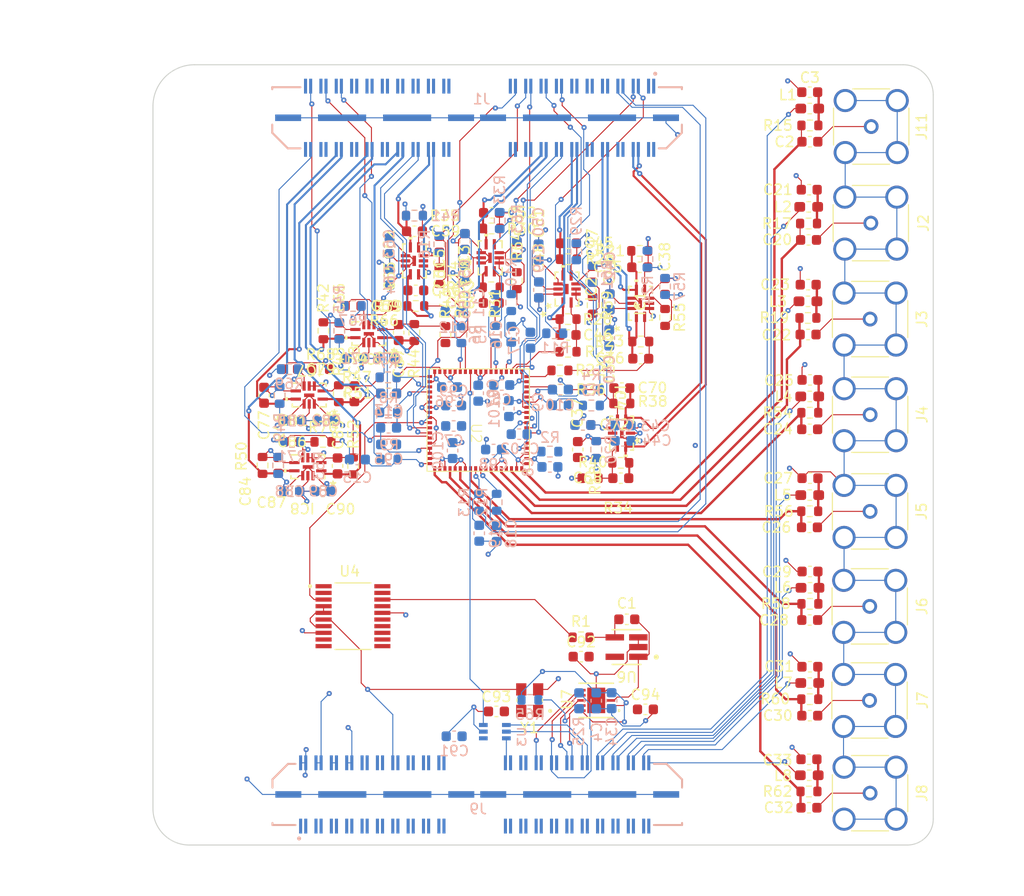
<source format=kicad_pcb>
(kicad_pcb (version 20240108) (generator "pcbnew") (generator_version "8.0")
  (layers (0 "F.Cu" signal) (1 "In1.Cu" signal) (2 "In2.Cu" signal) (3 "In3.Cu" signal) (4 "In4.Cu" signal) (31 "B.Cu" signal) (34 "B.Paste" user) (35 "F.Paste" user) (36 "B.SilkS" user "B.Silkscreen") (37 "F.SilkS" user "F.Silkscreen") (38 "B.Mask" user) (39 "F.Mask" user) (44 "Edge.Cuts" user))
  (net 0 "")
  (net 1 "/Phase_detection/OP_AMP_OUT")
  (net 2 "Net-(U6-IN-)")
  (net 3 "/Pedestals/SIGNAL1")
  (net 4 "GND")
  (net 5 "Net-(C3-Pad1)")
  (net 6 "/Biases,Thresh/discthresh1_postrc")
  (net 7 "/Biases,Thresh/discthresh2_postrc")
  (net 8 "/Biases,Thresh/discthresh3_postrc")
  (net 9 "/Biases,Thresh/discthresh4_postrc")
  (net 10 "/Biases,Thresh/discthresh5_postrc")
  (net 11 "/Biases,Thresh/discthresh6_postrc")
  (net 12 "/Biases,Thresh/discthresh7_postrc")
  (net 13 "/Biases,Thresh/discthresh8_postrc")
  (net 14 "/Biases,Thresh/readbias1_postrc")
  (net 15 "/Biases,Thresh/readbias2_postrc")
  (net 16 "/Biases,Thresh/wbufbias_postrc")
  (net 17 "/Biases,Thresh/discbias_postrc")
  (net 18 "/Pedestals/SIGNAL2")
  (net 19 "Net-(C21-Pad1)")
  (net 20 "/Pedestals/SIGNAL3")
  (net 21 "Net-(C23-Pad1)")
  (net 22 "/Pedestals/SIGNAL4")
  (net 23 "Net-(C25-Pad1)")
  (net 24 "/Pedestals/SIGNAL5")
  (net 25 "Net-(C27-Pad1)")
  (net 26 "/Pedestals/SIGNAL6")
  (net 27 "Net-(C29-Pad1)")
  (net 28 "/Pedestals/SIGNAL7")
  (net 29 "Net-(C31-Pad1)")
  (net 30 "/Pedestals/SIGNAL8")
  (net 31 "Net-(C33-Pad1)")
  (net 32 "Net-(IC1--IN)")
  (net 33 "ADC2_Out-")
  (net 34 "Net-(IC1-+IN)")
  (net 35 "ADC2_Out+")
  (net 36 "VDD33")
  (net 37 "Net-(IC2--IN)")
  (net 38 "ADC3_Out-")
  (net 39 "Net-(IC2-+IN)")
  (net 40 "ADC3_Out+")
  (net 41 "Net-(IC3--IN)")
  (net 42 "ADC4_Out-")
  (net 43 "ADC4_Out+")
  (net 44 "Net-(IC3-+IN)")
  (net 45 "Net-(IC5--IN)")
  (net 46 "ADC5_Out-")
  (net 47 "ADC5_Out+")
  (net 48 "Net-(IC5-+IN)")
  (net 49 "Net-(IC6--IN)")
  (net 50 "ADC6_Out-")
  (net 51 "Net-(IC6-+IN)")
  (net 52 "ADC6_Out+")
  (net 53 "Net-(IC4--IN)")
  (net 54 "ADC1_Out-")
  (net 55 "Net-(IC4-+IN)")
  (net 56 "ADC1_Out+")
  (net 57 "ADC7_Out-")
  (net 58 "Net-(IC7--IN)")
  (net 59 "ADC7_Out+")
  (net 60 "Net-(IC7-+IN)")
  (net 61 "Net-(IC8--IN)")
  (net 62 "ADC8_Out-")
  (net 63 "ADC8_Out+")
  (net 64 "Net-(IC8-+IN)")
  (net 67 "DISCBIAS")
  (net 68 "WBUFBIAS")
  (net 69 "SPIclk")
  (net 72 "POCI")
  (net 74 "Disc_Thresh6")
  (net 75 "Disc_Thresh1")
  (net 77 "READBIAS1")
  (net 81 "Disc_Thresh5")
  (net 84 "PSEC5_CLK_OUT")
  (net 89 "PICO")
  (net 94 "Disc_Thresh2")
  (net 95 "Disc_Thresh8")
  (net 101 "Disc_Thresh3")
  (net 108 "READBIAS2")
  (net 109 "TRIGGEROUT")
  (net 113 "Disc_Thresh4")
  (net 115 "CLK_OUT")
  (net 118 "TRIGGERIN")
  (net 120 "rst")
  (net 122 "ReadClk")
  (net 124 "Disc_Thresh7")
  (net 126 "Net-(J2-In)")
  (net 127 "Net-(J3-In)")
  (net 128 "Net-(J4-In)")
  (net 129 "Net-(J5-In)")
  (net 130 "Net-(J6-In)")
  (net 131 "Net-(J7-In)")
  (net 132 "Net-(J8-In)")
  (net 137 "V_ped8")
  (net 138 "ADC_SDI")
  (net 140 "DAC_SCLK")
  (net 141 "V_ped1")
  (net 143 "SYNC_N")
  (net 145 "DAC_V_IN")
  (net 152 "V_ped6")
  (net 155 "VDD18")
  (net 156 "ADC_SDO")
  (net 158 "VDD25")
  (net 168 "VDD50")
  (net 170 "ADC_CNV")
  (net 171 "V_ped3")
  (net 175 "V_ped5")
  (net 176 "ADC_SCK")
  (net 180 "VDD")
  (net 185 "V_ped4")
  (net 187 "V_ped2")
  (net 188 "V_ped7")
  (net 190 "Net-(IC4-VOCM)")
  (net 194 "Net-(J11-In)")
  (net 195 "/ADC_Buffer/ADC2_In")
  (net 196 "/ADC_Buffer/ADC3_In")
  (net 197 "/ADC_Buffer2/ADC4_In")
  (net 198 "/ADC_Buffer/ADC1_In")
  (net 199 "/ADC_Buffer2/ADC5_In")
  (net 200 "/ADC_Buffer3/ADC6_In")
  (net 201 "/ADC_Buffer3/ADC7_In")
  (net 202 "/ADC_Buffer3/ADC8_In")
  (net 203 "DAC_V_OUT")
  (net 204 "Net-(U4-U)")
  (net 208 "Net-(U4-*FB)")
  (net 216 "Net-(IC1-VOCM)")
  (net 217 "Net-(IC2-VOCM)")
  (net 218 "Net-(IC3-VOCM)")
  (net 219 "Net-(IC5-VOCM)")
  (net 220 "Net-(IC6-VOCM)")
  (net 221 "Net-(IC7-VOCM)")
  (net 222 "Net-(IC8-VOCM)")
  (footprint "Capacitor_SMD:C_0603_1608Metric" (layer "F.Cu") (at 132.9643 83 -90)
    (property "Reference" "C85")
    (property "Value" "1.3pF")
  )
  (footprint "Capacitor_SMD:C_0603_1608Metric" (layer "F.Cu") (at 128.4893 85.475)
    (property "Reference" "C90")
    (property "Value" "1000pF")
  )
  (footprint "Resistor_SMD:R_0603_1608Metric" (layer "F.Cu") (at 164.95 68.5 -90)
    (property "Reference" "R55")
    (property "Value" "2k")
  )
  (footprint "Capacitor_SMD:C_0603_1608Metric" (layer "F.Cu") (at 179.025 56.025 180)
    (property "Reference" "C21")
    (property "Value" "100n")
  )
  (footprint "Resistor_SMD:R_0603_1608Metric" (layer "F.Cu") (at 160.625 82.7)
    (property "Reference" "R34")
    (property "Value" "1000")
  )
  (footprint "Resistor_SMD:R_0603_1608Metric" (layer "F.Cu") (at 179.080305 77.805 180)
    (property "Reference" "R54")
    (property "Value" "50")
  )
  (footprint "footprints:DBV0005A-IPC_A" (layer "F.Cu") (at 161.189517 100.689999 180)
    (property "Reference" "U6")
    (property "Value" "OPA607QDBVRQ1")
  )
  (footprint "Resistor_SMD:R_0603_1608Metric" (layer "F.Cu") (at 160.725 76.9 180)
    (property "Reference" "R38")
    (property "Value" "1000")
  )
  (footprint "Resistor_SMD:R_0603_1608Metric" (layer "F.Cu") (at 154.725 75.55 180)
    (property "Reference" "R36")
    (property "Value" "1000")
  )
  (footprint "Capacitor_SMD:C_0603_1608Metric" (layer "F.Cu") (at 179.075 98.05)
    (property "Reference" "C28")
    (property "Value" "100n")
  )
  (footprint "Resistor_SMD:R_0603_1608Metric" (layer "F.Cu") (at 155.5 62.8107 180)
    (property "Reference" "R26")
    (property "Value" "1000")
  )
  (footprint "LTC6409IUDB_TRMPBF:QFN-10_UDB_LIT" (layer "F.Cu") (at 155.375 65.725 90)
    (property "Reference" "IC2")
    (property "Value" "LTC6409IUDB#TRMPBF")
  )
  (footprint "Resistor_SMD:R_0603_1608Metric" (layer "F.Cu") (at 145.05 70.175 -90)
    (property "Reference" "R37")
    (property "Value" "1000")
  )
  (footprint "Connector_Coaxial:SMA_Amphenol_132134-14_Vertical" (layer "F.Cu") (at 184.97 114.96 -90)
    (property "Reference" "J8")
    (property "Value" "Conn_Coaxial")
  )
  (footprint "Capacitor_SMD:C_0603_1608Metric" (layer "F.Cu") (at 179.1 74.6 180)
    (property "Reference" "C25")
    (property "Value" "100n")
  )
  (footprint "Connector_Coaxial:SMA_Amphenol_132134-14_Vertical" (layer "F.Cu") (at 185.08 49.86 90)
    (property "Reference" "J11")
    (property "Value" "Conn_Coaxial")
  )
  (footprint "Resistor_SMD:R_0603_1608Metric" (layer "F.Cu") (at 133.084444 75.949999 90)
    (property "Reference" "R48")
    (property "Value" "1000")
  )
  (footprint "Capacitor_SMD:C_0603_1608Metric" (layer "F.Cu") (at 179.075 46.5 180)
    (property "Reference" "C3")
    (property "Value" "100n")
  )
  (footprint "Capacitor_SMD:C_0603_1608Metric" (layer "F.Cu") (at 161.21 97.98 180)
    (property "Reference" "C1")
    (property "Value" "C")
  )
  (footprint "Capacitor_SMD:C_0603_1608Metric" (layer "F.Cu") (at 160.725 75.4)
    (property "Reference" "C70")
    (property "Value" "1.3pF")
  )
  (footprint "Resistor_SMD:R_0603_1608Metric" (layer "F.Cu") (at 178.9 68.55 180)
    (property "Reference" "R19")
    (property "Value" "50")
  )
  (footprint "Resistor_SMD:R_0603_1608Metric" (layer "F.Cu") (at 179.08 105.78 180)
    (property "Reference" "R60")
    (property "Value" "50")
  )
  (footprint "Inductor_SMD:L_0603_1608Metric_Pad1.05x0.95mm_HandSolder" (layer "F.Cu") (at 179.075 76.215 180)
    (property "Reference" "L4")
    (property "Value" "10u")
  )
  (footprint "Resistor_SMD:R_0603_1608Metric" (layer "F.Cu") (at 157.625 84.2 180)
    (property "Reference" "R40")
    (property "Value" "1000")
  )
  (footprint "Resistor_SMD:R_0603_1608Metric" (layer "F.Cu") (at 148 59.808188 180)
    (property "Reference" "R30")
    (property "Value" "1000")
  )
  (footprint "Resistor_SMD:R_0603_1608Metric" (layer "F.Cu") (at 140.458189 69.976301 90)
    (property "Reference" "R44")
    (property "Value" "1000")
  )
  (footprint "Capacitor_SMD:C_0603_1608Metric" (layer "F.Cu") (at 164.95 65.475 -90)
    (property "Reference" "C38")
    (property "Value" "0.1u")
  )
  (footprint "LTC6409IUDB_TRMPBF:QFN-10_UDB_LIT" (layer "F.Cu") (at 130.198744 76.074999 180)
    (property "Reference" "IC7")
    (property "Value" "LTC6409IUDB#TRMPBF")
  )
  (footprint "Capacitor_SMD:C_0603_1608Metric" (layer "F.Cu") (at 179.1 93.31 180)
    (property "Reference" "C29")
    (property "Value" "100n")
  )
  (footprint "Capacitor_SMD:C_0603_1608Metric" (layer "F.Cu") (at 162.573699 72.525 180)
    (property "Reference" "C36")
    (property "Value" "1.3pF")
  )
  (footprint "Capacitor_SMD:C_0603_1608Metric" (layer "F.Cu") (at 178.915 70.17)
    (property "Reference" "C22")
    (property "Value" "100n")
  )
  (footprint "LTC6409IUDB_TRMPBF:QFN-10_UDB_LIT" (layer "F.Cu") (at 160.7 79.8 -90)
    (property "Reference" "IC4")
    (property "Value" "LTC6409IUDB#TRMPBF")
  )
  (footprint "Inductor_SMD:L_0603_1608Metric_Pad1.05x0.95mm_HandSolder" (layer "F.Cu") (at 179.025 113.21 180)
    (property "Reference" "L8")
    (property "Value" "10u")
  )
  (footprint "Capacitor_SMD:C_0603_1608Metric" (layer "F.Cu") (at 148.4794 106.975)
    (property "Reference" "C93")
    (property "Value" "0.1u")
  )
  (footprint "Capacitor_SMD:C_0603_1608Metric" (layer "F.Cu") (at 128.284444 73.549999 180)
    (property "Reference" "C79")
    (property "Value" "0.1u")
  )
  (footprint "Capacitor_SMD:C_0603_1608Metric" (layer "F.Cu") (at 137.683189 72.501301 180)
    (property "Reference" "C74")
    (property "Value" "0.1uF")
  )
  (footprint "Capacitor_SMD:C_0603_1608Metric" (layer "F.Cu") (at 179 116.38)
    (property "Reference" "C32")
    (property "Value" "100n")
  )
  (footprint "Connector_Coaxial:SMA_Amphenol_132134-14_Vertical" (layer "F.Cu") (at 185.04 59.29 90)
    (property "Reference" "J2")
    (property "Value" "Conn_Coaxial")
  )
  (footprint "Resistor_SMD:R_0603_1608Metric" (layer "F.Cu") (at 162.573699 70.85)
    (property "Reference" "R23")
    (property "Value" "1000")
  )
  (footprint "Resistor_SMD:R_0603_1608Metric" (layer "F.Cu") (at 142.900001 64.408188 -90)
    (property "Reference" "R14")
    (property "Value" "2k")
  )
  (footprint "Connector_Coaxial:SMA_Amphenol_132134-14_Vertical" (layer "F.Cu") (at 184.935 96.715 -90)
    (property "Reference" "J6")
    (property "Value" "Conn_Coaxial")
  )
  (footprint "Resistor_SMD:R_0603_1608Metric" (layer "F.Cu") (at 178.96 59.33 180)
    (property "Reference" "R17")
    (property "Value" "50")
  )
  (footprint "Capacitor_SMD:C_0603_1608Metric" (layer "F.Cu") (at 142.900001 61.358188 90)
    (property "Reference" "C61")
    (property "Value" "0.1u")
  )
  (footprint "ASE2_40_000MHZ_E_T:XTAL_ASE2-40.000MHZ-ET" (layer "F.Cu") (at 151.7294 105.875 180)
    (property "Reference" "Y1")
    (property "Value" "ASE2-40.000MHZ-ET")
  )
  (footprint "Capacitor_SMD:C_0603_1608Metric" (layer "F.Cu") (at 179.09 51.34)
    (property "Reference" "C2")
    (property "Value" "100n")
  )
  (footprint "Capacitor_SMD:C_0603_1608Metric" (layer "F.Cu") (at 156.75 101.625)
    (property "Reference" "C92")
    (property "Value" "0.1u")
  )
  (footprint "Resistor_SMD:R_0603_1608Metric" (layer "F.Cu") (at 154.68 73.675 180)
    (property "Reference" "R22")
    (property "Value" "1000")
  )
  (footprint "Resistor_SMD:R_0603_1608Metric" (layer "F.Cu") (at 134.4893 83 90)
    (property "Reference" "R52")
    (property "Value" "1000")
  )
  (footprint "Resistor_SMD:R_0603_1608Metric" (layer "F.Cu") (at 158.225 81.4 -90)
    (property "Reference" "R18")
    (property "Value" "2k")
  )
  (footprint "Capacitor_SMD:C_0603_1608Metric" (layer "F.Cu") (at 155.5 61.2607)
    (property "Reference" "C45")
    (property "Value" "1.3pF")
  )
  (footprint "Capacitor_SMD:C_0603_1608Metric" (layer "F.Cu") (at 156.425 81.4 -90)
    (property "Reference" "C37")
    (property "Value" "0.1u")
  )
  (footprint "Capacitor_SMD:C_0603_1608Metric" (layer "F.Cu") (at 178.925 65.3 180)
    (property "Reference" "C23")
    (property "Value" "100n")
  )
  (footprint "Capacitor_SMD:C_0603_1608Metric" (layer "F.Cu") (at 140.600001 65.858188 180)
    (property "Reference" "C60")
    (property "Value" "1.3pF")
  )
  (footprint "Capacitor_SMD:C_0603_1608Metric" (layer "F.Cu") (at 159.498699 70.5 -90)
    (property "Reference" "C39")
    (property "Value" "1000pF")
  )
  (footprint "Capacitor_SMD:C_0603_1608Metric" (layer "F.Cu") (at 128.5143 80.65 180)
    (property "Reference" "C86")
    (property "Value" "0.1u")
  )
  (footprint "Resistor_SMD:R_0603_1608Metric" (layer "F.Cu") (at 157.875 67.3107 -90)
    (property "Reference" "R59")
    (property "Value" "2k")
  )
  (footprint "Resistor_SMD:R_0603_1608Metric" (layer "F.Cu") (at 137.95 75.925)
    (property "Reference" "R51")
    (property "Value" "1000")
  )
  (footprint "Resistor_SMD:R_0603_1608Metric" (layer "F.Cu") (at 148.35 70.15 -90)
    (property "Reference" "R31")
    (property "Value" "1000")
  )
  (footprint "Resistor_SMD:R_0603_1608Metric" (layer "F.Cu") (at 147.975 65.558188)
    (property "Reference" "R32")
    (property "Value" "1000")
  )
  (footprint "Capacitor_SMD:C_0603_1608Metric" (layer "F.Cu") (at 179.1 84.2 180)
    (property "Reference" "C27")
    (property "Value" "100n")
  )
  (footprint "Capacitor_SMD:C_0603_1608Metric" (layer "F.Cu") (at 160.625 84.2 180)
    (property "Reference" "C68")
    (property "Value" "1.3pF")
  )
  (footprint "Capacitor_SMD:C_0603_1608Metric" (layer "F.Cu") (at 179.05 89)
    (property "Reference" "C26")
    (property "Value" "100n")
  )
  (footprint "Inductor_SMD:L_0603_1608Metric_Pad1.05x0.95mm_HandSolder" (layer "F.Cu") (at 179.075 48.1 180)
    (property "Reference" "L1")
    (property "Value" "10u")
  )
  (footprint "Resistor_SMD:R_0603_1608Metric" (layer "F.Cu") (at 143.5 70.175 -90)
    (property "Reference" "R43")
    (property "Value" "1000")
  )
  (footprint "Capacitor_SMD:C_0603_1608Metric" (layer "F.Cu") (at 134.609444 75.949999 -90)
    (property "Reference" "C78")
    (property "Value" "1.3pF")
  )
  (footprint "Capacitor_SMD:C_0603_1608Metric" (layer "F.Cu") (at 162.473699 63.6)
    (property "Reference" "C35")
    (property "Value" "1.3pF")
  )
  (footprint "Capacitor_SMD:C_0603_1608Metric" (layer "F.Cu") (at 128.684444 78.574999)
    (property "Reference" "C83")
    (property "Value" "1000pF")
  )
  (footprint "Capacitor_SMD:C_0603_1608Metric" (layer "F.Cu") (at 133.133189 69.801301 90)
    (property "Reference" "C66")
    (property "Value" "1.3pF")
  )
  (footprint "Capacitor_SMD:C_0603_1608Metric" (layer "F.Cu") (at 145.4 64.183188 -90)
    (property "Reference" "C56")
    (property "Value" "0.1uF")
  )
  (footprint "Inductor_SMD:L_0603_1608Metric_Pad1.05x0.95mm_HandSolder" (layer "F.Cu") (at 178.9 66.925 180)
    (property "Reference" "L3")
    (property "Value" "10u")
  )
  (footprint "Capacitor_SMD:C_0603_1608Metric" (layer "F.Cu") (at 155.475 70.2107 180)
    (property "Reference" "C46")
    (property "Value" "1.3pF")
  )
  (footprint "MC100LVEL40DWG:SOP65P640X120-20N" (layer "F.Cu") (at 134.47 97.675)
    (property "Reference" "U4")
    (property "Value" "MC100LVEL40DWG")
  )
  (footprint "Capacitor_SMD:C_0603_1608Metric" (layer "F.Cu") (at 138.050001 64.558188 90)
    (property "Reference" "C62")
    (property "Value" "1000pF")
  )
  (footprint "Capacitor_SMD:C_0603_1608Metric" (layer "F.Cu") (at 179.08 107.39)
    (property "Reference" "C30")
    (property "Value" "100n")
  )
  (footprint "Inductor_SMD:L_0603_1608Metric_Pad1.05x0.95mm_HandSolder" (layer "F.Cu") (at 179.1 94.9 180)
    (property "Reference" "L6")
    (property "Value" "10u")
  )
  (footprint "Capacitor_SMD:C_0603_1608Metric" (layer "F.Cu") (at 147.975 67.083188 180)
    (property "Reference" "C53")
    (property "Value" "1.3pF")
  )
  (footprint "Inductor_SMD:L_0603_1608Metric_Pad1.05x0.95mm_HandSolder" (layer "F.Cu") (at 178.975 57.7 180)
    (property "Reference" "L2")
    (property "Value" "10u")
  )
  (footprint "Resistor_SMD:R_0603_1608Metric" (layer "F.Cu") (at 150.475 64.908188 -90)
    (property "Reference" "R64")
    (property "Value" "2k")
  )
  (footprint "Connector_Coaxial:SMA_Amphenol_132134-14_Vertical" (layer "F.Cu") (at 184.97 87.44 180)
    (property "Reference" "J5")
    (property "Value" "Conn_Coaxial")
  )
  (footprint "LTC6409IUDB_TRMPBF:QFN-10_UDB_LIT" (layer "F.Cu") (at 162.549999 67.125 90)
    (property "Reference" "IC1")
    (property "Value" "LTC6409IUDB#TRMPBF")
  )
  (footprint "Capacitor_SMD:C_0603_1608Metric" (layer "F.Cu") (at 131.739444 78.579999 180)
    (property "Reference" "C81")
    (property "Value" "0.1uF")
  )
  (footprint "Capacitor_SMD:C_0603_1608Metric" (layer "F.Cu") (at 127.1693 82.95 90)
    (property "Reference" "C84")
    (property "Value" "1.3pF")
  )
  (footprint "Resistor_SMD:R_0603_1608Metric" (layer "F.Cu") (at 179.09 96.47 180)
    (property "Reference" "R58")
    (property "Value" "50")
  )
  (footprint "Resistor_SMD:R_0603_1608Metric" (layer "F.Cu") (at 125.6393 82.95 -90)
    (property "Reference" "R50")
    (property "Value" "1000")
  )
  (footprint "LTC6409IUDB_TRMPBF:QFN-10_UDB_LIT" (layer "F.Cu") (at 147.874999 62.675 90)
    (property "Reference" "IC3")
    (property "Value" "LTC6409IUDB#TRMPBF")
  )
  (footprint "Capacitor_SMD:C_0603_1608Metric" (layer "F.Cu") (at 148 58.283188)
    (property "Reference" "C52")
    (property "Value" "1.3pF")
  )
  (footprint "LTC6409IUDB_TRMPBF:QFN-10_UDB_LIT" (layer "F.Cu") (at 136.025001 70.0763 180)
    (property "Reference" "IC6")
    (property "Value" "LTC6409IUDB#TRMPBF")
  )
  (footprint "Resistor_SMD:R_0603_1608Metric" (layer "F.Cu") (at 140.600001 67.383188)
    (property "Reference" "R39")
    (property "Value" "1000")
  )
  (footprint "Capacitor_SMD:C_0603_1608Metric" (layer "F.Cu") (at 134.483189 67.376301 180)
    (property "Reference" "C69")
    (property "Value" "0.1u")
  )
  (footprint "Capacitor_SMD:C_0603_1608Metric" (layer "F.Cu") (at 179.09 102.61 180)
    (property "Reference" "C31")
    (property "Value" "100n")
  )
  (footprint "Resistor_SMD:R_0603_1608Metric" (layer "F.Cu") (at 179 114.79 180)
    (property "Reference" "R62")
    (property "Value" "50")
  )
  (footprint "Connector_Coaxial:SMA_Amphenol_132134-14_Vertical" (layer "F.Cu") (at 184.975305 78 90)
    (property "Reference" "J4")
    (property "Value" "Conn_Coaxial")
  )
  (footprint "PSEC5_DIE:PSEC5_DIE" (layer "F.Cu") (at 151.7 83.525 90)
    (property "Reference" "U2")
    (property "Value" "~")
  )
  (footprint "Resistor_SMD:R_0603_1608Metric" (layer "F.Cu") (at 155.475 68.6607)
    (property "Reference" "R28")
    (property "Value" "1000")
  )
  (footprint "Resistor_SMD:R_0603_1608Metric" (layer "F.Cu") (at 179.09 49.75 180)
    (property "Reference" "R15")
    (property "Value" "50")
  )
  (footprint "Capacitor_SMD:C_0603_1608Metric" (layer "F.Cu") (at 138.933189 69.976301 -90)
    (property "Reference" "C67")
    (property "Value" "1.3pF")
  )
  (footprint "Capacitor_SMD:C_0603_1608Metric" (layer "F.Cu") (at 145.4 61.083188 -90)
    (property "Reference" "C58")
    (property "Value" "1000pF")
  )
  (footprint "Resistor_SMD:R_0603_1608Metric" (layer "F.Cu") (at 131.583189 69.801301 -90)
    (property "Reference" "R42")
    (property "Value" "1000")
  )
  (footprint "Capacitor_SMD:C_0603_1608Metric" (layer "F.Cu") (at 140.475001 60.083188)
    (property "Reference" "C59")
    (property "Value" "1.3pF")
  )
  (footprint "Resistor_SMD:R_0603_1608Metric" (layer "F.Cu") (at 131.309444 73.549999)
    (property "Reference" "R68")
    (property "Value" "2k")
  )
  (footprint "Inductor_SMD:L_0603_1608Metric_Pad1.05x0.95mm_HandSolder" (layer "F.Cu") (at 179.075 85.85 180)
    (property "Reference" "L5")
    (property "Value" "10u")
  )
  (footprint "Resistor_SMD:R_0603_1608Metric" (layer "F.Cu") (at 137.9 74.35)
    (property "Reference" "R47")
    (property "Value" "1000")
  )
  (footprint "Capacitor_SMD:C_0603_1608Metric" (layer "F.Cu") (at 152.625 65.8107 90)
    (property "Reference" "C48")
    (property "Value" "1000pF")
  )
  (footprint "Capacitor_SMD:C_0603_1608Metric" (layer "F.Cu") (at 163.0294 106.775)
    (property "Reference" "C94")
    (property "Value" "0.1u")
  )
  (footprint "Capacitor_SMD:C_0603_1608Metric" (layer "F.Cu") (at 178.96 60.93)
    (property "Reference" "C20")
    (property "Value" "100n")
  )
  (footprint "Connector_Coaxial:SMA_Amphenol_132134-14_Vertical" (layer "F.Cu") (at 184.915 105.905 -90)
    (property "Reference" "J7")
    (property "Value" "Conn_Coaxial")
  )
  (footprint "Capacitor_SMD:C_0603_1608Metric" (layer "F.Cu") (at 134.658189 72.501301)
    (property "Reference" "C75")
    (property "Value" "0.1uF")
  )
  (footprint "Resistor_SMD:R_0603_1608Metric" (layer "F.Cu") (at 131.5393 80.65)
    (property "Reference" "R70")
    (property "Value" "2k")
  )
  (footprint "Capacitor_SMD:C_0603_1608Metric" (layer "F.Cu") (at 138.050001 61.508188 -90)
    (property "Reference" "C65")
    (property "Value" "1000pF")
  )
  (footprint "LTC6409IUDB_TRMPBF:QFN-10_UDB_LIT" (layer "F.Cu") (at 130.0643 83.075 180)
    (property "Reference" "IC8")
    (property "Value" "LTC6409IUDB#TRMPBF")
  )
  (footprint "Resistor_SMD:R_0603_1608Metric" (layer "F.Cu") (at 140.475001 58.558188 180)
    (property "Reference" "R35")
    (property "Value" "1000")
  )
  (footprint "Resistor_SMD:R_0603_1608Metric" (layer "F.Cu") (at 179.075 87.425 180)
    (property "Reference" "R56")
    (property "Value" "50")
  )
  (footprint "Capacitor_SMD:C_0603_1608Metric" (layer "F.Cu") (at 125.784444 76.099999 90)
    (property "Reference" "C77")
    (property "Value" "1.3pF")
  )
  (footprint "Resistor_SMD:R_0603_1608Metric" (layer "F.Cu") (at 156.745 99.739999 180)
    (property "Reference" "R1")
    (property "Value" "R_US")
  )
  (footprint "Resistor_SMD:R_0603_1608Metric" (layer "F.Cu") (at 127.309444 76.099999 -90)
    (property "Reference" "R46")
    (property "Value" "1000")
  )
  (footprint "Capacitor_SMD:C_0603_1608Metric" (layer "F.Cu") (at 179 111.65 180)
    (property "Reference" "C33")
    (property "Value" "100n")
  )
  (footprint "Capacitor_SMD:C_0603_1608Metric" (layer "F.Cu") (at 157.875 64.2857 -90)
    (property "Reference" "C47")
    (property "Value" "0.1u")
  )
  (footprint "Capacitor_SMD:C_0603_1608Metric" (layer "F.Cu") (at 156.925 79)
    (property "Reference" "C72")
    (property "Value" "1000pF")
  )
  (footprint "Inductor_SMD:L_0603_1608Metric_Pad1.05x0.95mm_HandSolder" (layer "F.Cu") (at 179.075 104.2 180)
    (property "Reference" "L7")
    (property "Value" "10u")
  )
  (footprint "Capacitor_SMD:C_0603_1608Metric" (layer "F.Cu") (at 152.6 62.1107 90)
    (property "Reference" "C51")
    (property "Value" "1000pF")
  )
  (footprint "Capacitor_SMD:C_0603_1608Metric" (layer "F.Cu") (at 150.475 61.883188 -90)
    (property "Reference" "C54")
    (property "Value" "0.1u")
  )
  (footprint "AD4008BCPZ-RL7:CP_10_9_ADI" (layer "F.Cu") (at 158.2272 105.899999 180)
    (property "Reference" "U7")
    (property "Value" "AD4008BCPZ-RL7")
  )
  (footprint "Resistor_SMD:R_0603_1608Metric" (layer "F.Cu") (at 137.508189 67.376301 180)
    (property "Reference" "R66")
    (property "Value" "2k")
  )
  (footprint "Connector_Coaxial:SMA_Amphenol_132134-14_Vertical" (layer "F.Cu") (at 184.97 68.66 90)
    (property "Reference" "J3")
    (property "Value" "Conn_Coaxial")
  )
  (footprint "Capacitor_SMD:C_0603_1608Metric" (layer "F.Cu") (at 159.548699 66.975 90)
    (property "Reference" "C41")
    (property "Value" "0.1uF")
  )
  (footprint "LTC6409IUDB_TRMPBF:QFN-10_UDB_LIT" (layer "F.Cu") (at 140.475 62.975 90)
    (property "Reference" "IC5")
    (property "Value" "LTC6409IUDB#TRMPBF")
  )
  (footprint "Resistor_SMD:R_0603_1608Metric" (layer "F.Cu") (at 155.475001 71.850001 180)
    (property "Reference" "R27")
    (property "Value" "1000")
  )
  (footprint "Capacitor_SMD:C_0603_1608Metric" (layer "F.Cu") (at 179.070305 79.425)
    (property "Reference" "C24")
    (property "Value" "100n")
  )
  (footprint "Resistor_SMD:R_0603_1608Metric" (layer "F.Cu") (at 162.473699 62 180)
    (property "Reference" "R21")
    (property "Value" "1000")
  )
  (footprint "Capacitor_SMD:C_0603_1608Metric" (layer "F.Cu") (at 131.5193 85.48 180)
    (property "Reference" "C87")
    (property "Value" "1000pF")
  )
  (footprint "Resistor_SMD:R_0603_1608Metric" (layer "B.Cu") (at 148.8 59.033188 -90)
    (property "Reference" "R33")
    (property "Value" "1000")
  )
  (footprint "Resistor_SMD:R_0603_1608Metric" (layer "B.Cu") (at 157.75 77.1)
    (property "Reference" "R3")
    (property "Value" "R_US")
  )
  (footprint "Capacitor_SMD:C_0603_1608Metric" (layer "B.Cu") (at 134.658189 72.501301)
    (property "Reference" "C76")
    (property "Value" "1000pF")
  )
  (footprint "Capacitor_SMD:C_0603_1608Metric" (layer "B.Cu") (at 156.5494 105.935 90)
    (property "Reference" "R25")
    (property "Value" "R_US")
  )
  (footprint "Capacitor_SMD:C_0603_1608Metric" (layer "B.Cu") (at 134.9 82.375 180)
    (property "Reference" "C15")
    (property "Value" "C")
  )
  (footprint "Capacitor_SMD:C_0603_1608Metric" (layer "B.Cu") (at 138.050001 61.508188 -90)
    (property "Reference" "C64")
    (property "Value" "0.1uF")
  )
  (footprint "Resistor_SMD:R_0603_1608Metric" (layer "B.Cu") (at 140.475001 58.558188 180)
    (property "Reference" "R41")
    (property "Value" "1000")
  )
  (footprint "QTH-040-01-X-D-DP-A:SAMTEC_QTH-040-01-X-D-DP-A" (layer "B.Cu") (at 146.587661 49.002139 180)
    (property "Reference" "J1")
    (property "Value" "QTH-040-01-X-D-DP-A")
  )
  (footprint "Capacitor_SMD:C_0603_1608Metric" (layer "B.Cu") (at 145.4 61.083188 -90)
    (property "Reference" "C57")
    (property "Value" "0.1uF")
  )
  (footprint "Capacitor_SMD:C_0603_1608Metric" (layer "B.Cu") (at 144.25 67.875 180)
    (property "Reference" "C12")
    (property "Value" "C")
  )
  (footprint "Capacitor_SMD:C_0603_1608Metric" (layer "B.Cu") (at 148.5 89.6 -90)
    (property "Reference" "C18")
    (property "Value" "C")
  )
  (footprint "QTH-040-01-X-D-DP-A:SAMTEC_QTH-040-01-X-D-DP-A" (layer "B.Cu") (at 146.607661 115.082139)
    (property "Reference" "J9")
    (property "Value" "QTH-040-01-X-D-DP-A")
  )
  (footprint "Capacitor_SMD:C_0603_1608Metric" (layer "B.Cu") (at 148.35 67.05 90)
    (property "Reference" "C11")
    (property "Value" "C")
  )
  (footprint "Resistor_SMD:R_0603_1608Metric" (layer "B.Cu") (at 153.7 81.6)
    (property "Reference" "R2")
    (property "Value" "R_US")
  )
  (footprint "Capacitor_SMD:C_0603_1608Metric" (layer "B.Cu") (at 137.95 79.275 180)
    (property "Reference" "C14")
    (property "Value" "C")
  )
  (footprint "Resistor_SMD:R_0603_1608Metric" (layer "B.Cu") (at 164.95 65.475 90)
    (property "Reference" "R57")
    (property "Value" "2k")
  )
  (footprint "Resistor_SMD:R_0603_1608Metric" (layer "B.Cu") (at 138 82.375 180)
    (property "Reference" "R9")
    (property "Value" "R_US")
  )
  (footprint "Capacitor_SMD:C_0603_1608Metric" (layer "B.Cu") (at 138.050001 64.558188 90)
    (property "Reference" "C63")
    (property "Value" "0.1uF")
  )
  (footprint "Capacitor_SMD:C_0603_1608Metric" (layer "B.Cu") (at 154.725 77.075)
    (property "Reference" "C9")
    (property "Value" "C")
  )
  (footprint "Resistor_SMD:R_0603_1608Metric" (layer "B.Cu") (at 137.9 74.35 180)
    (property "Reference" "R7")
    (property "Value" "R_US")
  )
  (footprint "Capacitor_SMD:C_0603_1608Metric" (layer "B.Cu") (at 131.734444 78.574999 180)
    (property "Reference" "C80")
    (property "Value" "1000pF")
  )
  (footprint "Capacitor_SMD:C_0603_1608Metric" (layer "B.Cu") (at 152.6 62.1107 90)
    (property "Reference" "C50")
    (property "Value" "0.1uF")
  )
  (footprint "Capacitor_SMD:C_0603_1608Metric" (layer "B.Cu") (at 137.95 80.9)
    (property "Reference" "C95")
    (property "Value" "330n")
  )
  (footprint "Resistor_SMD:R_0603_1608Metric" (layer "B.Cu") (at 150.475 61.883188 90)
    (property "Reference" "R63")
    (property "Value" "2k")
  )
  (footprint "Capacitor_SMD:C_0603_1608Metric" (layer "B.Cu") (at 146.8 89.575 -90)
    (property "Reference" "C19")
    (property "Value" "C")
  )
  (footprint "Resistor_SMD:R_0603_1608Metric" (layer "B.Cu") (at 157.875 64.2857 90)
    (property "Reference" "R61")
    (property "Value" "2k")
  )
  (footprint "Resistor_SMD:R_0603_1608Metric" (layer "B.Cu") (at 154.175 70.05)
    (property "Reference" "R11")
    (property "Value" "R_US")
  )
  (footprint "Resistor_SMD:R_0603_1608Metric" (layer "B.Cu") (at 127.1643 82.95 -90)
    (property "Reference" "R53")
    (property "Value" "1000")
  )
  (footprint "Capacitor_SMD:C_0603_1608Metric" (layer "B.Cu") (at 151.8 70.725 90)
    (property "Reference" "C17")
    (property "Value" "C")
  )
  (footprint "Capacitor_SMD:C_0603_1608Metric" (layer "B.Cu") (at 128.4893 85.475)
    (property "Reference" "C89")
    (property "Value" "0.1uF")
  )
  (footprint "Capacitor_SMD:C_0603_1608Metric" (layer "B.Cu") (at 146.7 75.9 90)
    (property "Reference" "C97")
    (property "Value" "680n")
  )
  (footprint "Capacitor_SMD:C_0603_1608Metric" (layer "B.Cu") (at 137.95 75.925 180)
    (property "Reference" "C13")
    (property "Value" "C")
  )
  (footprint "Resistor_SMD:R_0603_1608Metric" (layer "B.Cu") (at 148.35 70.15 90)
    (property "Reference" "R5")
    (property "Value" "R_US")
  )
  (footprint "Resistor_SMD:R_0603_1608Metric" (layer "B.Cu") (at 134.483189 67.376301)
    (property "Reference" "R67")
    (property "Value" "2k")
  )
  (footprint "Capacitor_SMD:C_0603_1608Metric" (layer "B.Cu") (at 144.3 77.1 180)
    (property "Reference" "C99")
    (property "Value" "330n")
  )
  (footprint "Capacitor_SMD:C_0603_1608Metric" (layer "B.Cu") (at 131.5143 85.475 180)
    (property "Reference" "C88")
    (property "Value" "0.1uF")
  )
  (footprint "Resistor_SMD:R_0603_1608Metric" (layer "B.Cu") (at 127.309444 76.099999 -90)
    (property "Reference" "R49")
    (property "Value" "1000")
  )
  (footprint "Capacitor_SMD:C_0603_1608Metric" (layer "B.Cu") (at 158.2294 105.935 90)
    (property "Reference" "C4")
    (property "Value" "0.1 uf")
  )
  (footprint "Resistor_SMD:R_0603_1608Metric" (layer "B.Cu") (at 128.5143 80.65)
    (property "Reference" "R71")
    (property "Value" "2k")
  )
  (footprint "Resistor_SMD:R_0603_1608Metric" (layer "B.Cu") (at 133.133189 69.801301 -90)
    (property "Reference" "R45")
    (property "Value" "1000")
  )
  (footprint "Capacitor_SMD:C_0603_1608Metric" (layer "B.Cu") (at 159.7294 105.925 -90)
    (property "Reference" "C34")
    (property "Value" "C")
  )
  (footprint "Capacitor_SMD:C_0603_1608Metric" (layer "B.Cu") (at 160.85 80.55)
    (property "Reference" "C44")
    (property "Value" "1000pF")
  )
  (footprint "Capacitor_SMD:C_0603_1608Metric" (layer "B.Cu") (at 152.625 65.8107 90)
    (property "Reference" "C49")
    (property "Value" "0.1uF")
  )
  (footprint "Resistor_SMD:R_0603_1608Metric" (layer "B.Cu") (at 148.5 86.55 -90)
    (property "Reference" "R12")
    (property "Value" "R_US")
  )
  (footprint "Capacitor_SMD:C_0603_1608Metric" (layer "B.Cu") (at 156.925 79)
    (property "Reference" "C73")
    (property "Value" "0.1uF")
  )
  (footprint "Capacitor_SMD:C_0603_1608Metric" (layer "B.Cu") (at 153.7 83.1)
    (property "Reference" "C8")
    (property "Value" "C")
  )
  (footprint "Capacitor_SMD:C_0603_1608Metric" (layer "B.Cu") (at 145.4 64.183188 -90)
    (property "Reference" "C55")
    (property "Value" "1000pF")
  )
  (footprint "Capacitor_SMD:C_0603_1608Metric" (layer "B.Cu") (at 159.498699 70.5 -90)
    (property "Reference" "C40")
    (property "Value" "0.1uF")
  )
  (footprint "Resistor_SMD:R_0603_1608Metric" (layer "B.Cu") (at 158.225 81.4 90)
    (property "Reference" "R20")
    (property "Value" "2k")
  )
  (footprint "Resistor_SMD:R_0603_1608Metric" (layer "B.Cu") (at 142.900001 61.358188 -90)
    (property "Reference" "R16")
    (property "Value" "2k")
  )
  (footprint "Resistor_SMD:R_0603_1608Metric" (layer "B.Cu") (at 128.259444 73.549999)
    (property "Reference" "R69")
    (property "Value" "2k")
  )
  (footprint "Capacitor_SMD:C_0603_1608Metric" (layer "B.Cu") (at 149.7 77.4 -90)
    (property "Reference" "C101")
    (property "Value" "100n")
  )
  (footprint "Resistor_SMD:R_0603_1608Metric" (layer "B.Cu") (at 137.95 77.775 180)
    (property "Reference" "R8")
    (property "Value" "R_US")
  )
  (footprint "Capacitor_SMD:C_0603_1608Metric" (layer "B.Cu") (at 160.85 79.05)
    (property "Reference" "C43")
    (property "Value" "0.1uF")
  )
  (footprint "DAC8411IDCKT:DCK0006A_N" (layer "B.Cu") (at 148.325001 108.950001 180)
    (property "Reference" "U3")
    (property "Value" "DAC8411IDCKT")
  )
  (footprint "Resistor_SMD:R_0603_1608Metric" (layer "B.Cu") (at 149.925 67.05 90)
    (property "Reference" "R10")
    (property "Value" "R_US")
  )
  (footprint "Resistor_SMD:R_0603_1608Metric" (layer "B.Cu") (at 151.7544 105.85)
    (property "Reference" "R65")
    (property "Value" "10k")
  )
  (footprint "Capacitor_SMD:C_0603_1608Metric" (layer "B.Cu") (at 143.9 75.3)
    (property "Reference" "C96")
    (property "Value" "680n")
  )
  (footprint "Resistor_SMD:R_0603_1608Metric" (layer "B.Cu") (at 157.75 75.55)
    (property "Reference" "R4")
    (property "Value" "R_US")
  )
  (footprint "Capacitor_SMD:C_0603_1608Metric" (layer "B.Cu") (at 149.925 70.15 90)
    (property "Reference" "C16")
    (property "Value" "C")
  )
  (footprint "Resistor_SMD:R_0603_1608Metric" (layer "B.Cu") (at 145.05 70.175 90)
    (property "Reference" "R6")
    (property "Value" "R_US")
  )
  (footprint "Capacitor_SMD:C_0603_1608Metric" (layer "B.Cu") (at 154.725 75.55)
    (property "Reference" "C10")
    (property "Value" "C")
  )
  (footprint "Capacitor_SMD:C_0603_1608Metric" (layer "B.Cu") (at 148.2 81.4)
    (property "Reference" "C98")
    (property "Value" "100n")
  )
  (footprint "Resistor_SMD:R_0603_1608Metric" (layer "B.Cu") (at 156.275 62.0857 -90)
    (property "Reference" "R29")
    (property "Value" "1000")
  )
  (footprint "Capacitor_SMD:C_0603_1608Metric" (layer "B.Cu") (at 159.548699 66.975 90)
    (property "Reference" "C42")
    (property "Value" "1000pF")
  )
  (footprint "Capacitor_SMD:C_0603_1608Metric" (layer "B.Cu") (at 144.3 79.1)
    (property "Reference" "C7")
    (property "Value" "10p")
  )
  (footprint "Capacitor_SMD:C_0603_1608Metric" (layer "B.Cu") (at 144.35 109.4)
    (property "Reference" "C91")
    (property "Value" "0.1u")
  )
  (footprint "Capacitor_SMD:C_0603_1608Metric" (layer "B.Cu") (at 128.684444 78.574999)
    (property "Reference" "C82")
    (property "Value" "0.1uF")
  )
  (footprint "Capacitor_SMD:C_0603_1608Metric" (layer "B.Cu") (at 144.2 81.5 -90)
    (property "Reference" "C100")
    (property "Value" "680n")
  )
  (footprint "Capacitor_SMD:C_0603_1608Metric" (layer "B.Cu") (at 149 75.1)
    (property "Reference" "C5")
    (property "Value" "330n")
  )
  (footprint "Resistor_SMD:R_0603_1608Metric" (layer "B.Cu") (at 146.775 86.55 -90)
    (property "Reference" "R13")
    (property "Value" "R_US")
  )
  (footprint "Capacitor_SMD:C_0603_1608Metric" (layer "B.Cu") (at 137.683189 72.501301 180)
    (property "Reference" "C71")
    (property "Value" "1000pF")
  )
  (footprint "Resistor_SMD:R_0603_1608Metric" (layer "B.Cu") (at 163.223699 62.8 -90)
    (property "Reference" "R24")
    (property "Value" "1000")
  )
  (footprint "Capacitor_SMD:C_0603_1608Metric" (layer "B.Cu") (at 150.7 79.9)
    (property "Reference" "C102")
    (property "Value" "100n")
  )
  (gr_arc (start 188.191261 43.822139) (mid 190.27468 44.68512) (end 191.137661 46.768539) (stroke (width 0.1)) (layer "Edge.Cuts"))
  (gr_arc (start 118.493661 120.022139) (mid 115.979189 118.980611) (end 114.937661 116.466139) (stroke (width 0.1)) (layer "Edge.Cuts"))
  (gr_line (start 191.137661 46.768539) (end 191.137661 117.482139) (stroke (width 0.1)) (layer "Edge.Cuts"))
  (gr_arc (start 114.937661 47.886139) (mid 116.127979 45.012457) (end 119.001661 43.822139) (stroke (width 0.1)) (layer "Edge.Cuts"))
  (gr_line (start 119.001661 43.822139) (end 188.191261 43.822139) (stroke (width 0.1)) (layer "Edge.Cuts"))
  (gr_line (start 114.937661 116.466139) (end 114.937661 47.886139) (stroke (width 0.1)) (layer "Edge.Cuts"))
  (gr_line (start 188.597661 120.022139) (end 118.493661 120.022139) (stroke (width 0.1)) (layer "Edge.Cuts"))
  (gr_arc (start 191.137661 117.482139) (mid 190.393712 119.27819) (end 188.597661 120.022139) (stroke (width 0.1)) (layer "Edge.Cuts"))
  (segment (start 161.985 97.98) (end 162.088686 97.98) (width 0.1) (layer "F.Cu") (net 1))
  (segment (start 163.392618 99.283932) (end 163.392618 101.357382) (width 0.1) (layer "F.Cu") (net 1))
  (segment (start 161.375 105.575) (end 162.34 104.61) (width 0.1) (layer "F.Cu") (net 1))
  (segment (start 160.279399 105.575) (end 161.375 105.575) (width 0.1) (layer "F.Cu") (net 1))
  (segment (start 159.9544 105.899999) (end 160.279399 105.575) (width 0.1) (layer "F.Cu") (net 1))
  (segment (start 162.088686 97.98) (end 163.392618 99.283932) (width 0.1) (layer "F.Cu") (net 1))
  (segment (start 163.11 101.64) (end 162.34 101.64) (width 0.1) (layer "F.Cu") (net 1))
  (segment (start 159.675 105.899999) (end 159.9544 105.899999) (width 0.1) (layer "F.Cu") (net 1))
  (segment (start 162.34 104.61) (end 162.34 101.64) (width 0.1) (layer "F.Cu") (net 1))
  (segment (start 163.392618 101.357382) (end 163.11 101.64) (width 0.1) (layer "F.Cu") (net 1))
  (segment (start 160.039034 98.375966) (end 160.435 97.98) (width 0.1) (layer "F.Cu") (net 2))
  (segment (start 157.57 99.739999) (end 160.039033 99.739999) (width 0.1) (layer "F.Cu") (net 2))
  (segment (start 160.039033 99.739999) (end 160.039034 99.739998) (width 0.1) (layer "F.Cu") (net 2))
  (segment (start 160.039034 99.739998) (end 160.039034 98.375966) (width 0.1) (layer "F.Cu") (net 2))
  (segment (start 165.675 85.6) (end 175.625 75.65) (width 0.231902) (layer "F.Cu") (net 3))
  (segment (start 175.625 54.03) (end 178.315 51.34) (width 0.231902) (layer "F.Cu") (net 3))
  (segment (start 178.265 51.29) (end 178.315 51.34) (width 0.1) (layer "F.Cu") (net 3))
  (segment (start 175.625 75.65) (end 175.625 54.03) (width 0.231902) (layer "F.Cu") (net 3))
  (segment (start 178.265 49.75) (end 178.265 51.29) (width 0.1) (layer "F.Cu") (net 3))
  (segment (start 153.275 85.6) (end 165.675 85.6) (width 0.231902) (layer "F.Cu") (net 3))
  (segment (start 150.95 83.275) (end 153.275 85.6) (width 0.231902) (layer "F.Cu") (net 3))
  (segment (start 131.509444 72.924999) (end 132.134444 73.549999) (width 0.1) (layer "F.Cu") (net 4))
  (segment (start 151.05 76.7) (end 150.7 76.7) (width 0.1) (layer "F.Cu") (net 4))
  (segment (start 181.105 83.575) (end 182.43 84.9) (width 0.1) (layer "F.Cu") (net 4))
  (segment (start 139.5987 63.474999) (end 139.950001 63.474999) (width 0.1) (layer "F.Cu") (net 4))
  (segment (start 146.7 106.975) (end 146.275 106.55) (width 0.1) (layer "F.Cu") (net 4))
  (segment (start 154.4987 65.225001) (end 154.4987 64.7844) (width 0.1) (layer "F.Cu") (net 4))
  (segment (start 158.275 103.35) (end 158.225 103.3) (width 0.1) (layer "F.Cu") (net 4))
  (segment (start 155.35 65.725) (end 154.850001 65.225001) (width 0.1) (layer "F.Cu") (net 4))
  (segment (start 161.5763 80.299999) (end 162.249996 80.299999) (width 0.1) (layer "F.Cu") (net 4))
  (segment (start 157.875 65.0607) (end 158.5 65.6857) (width 0.1) (layer "F.Cu") (net 4))
  (segment (start 159.6737 67.624999) (end 159.548699 67.75) (width 0.1) (layer "F.Cu") (net 4))
  (segment (start 130.0643 83.1) (end 130.564299 83.599999) (width 0.1) (layer "F.Cu") (net 4))
  (segment (start 143.525001 64.608188) (end 142.900001 65.233188) (width 0.1) (layer "F.Cu") (net 4))
  (segment (start 139.5987 63.474999) (end 139.5987 63.784489) (width 0.1) (layer "F.Cu") (net 4))
  (segment (start 132.514444 78.579999) (end 132.989444 78.579999) (width 0.1) (layer "F.Cu") (net 4))
  (segment (start 129.698745 76.951299) (end 129.533144 76.951299) (width 0.1) (layer "F.Cu") (net 4))
  (segment (start 150.475 67.125) (end 150.825 67.475) (width 0.1) (layer "F.Cu") (net 4))
  (segment (start 146.998699 61.906887) (end 145.4 60.308188) (width 0.1) (layer "F.Cu") (net 4))
  (segment (start 161.743448 100.689999) (end 161.25 101.183447) (width 0.1) (layer "F.Cu") (net 4))
  (segment (start 132.2943 85.105) (end 131.9143 84.725) (width 0.1) (layer "F.Cu") (net 4))
  (segment (start 152.625 66.5857) (end 152.625 67.6607) (width 0.1) (layer "F.Cu") (net 4))
  (segment (start 141.95 76.775) (end 141.725 76.775) (width 0.1) (layer "F.Cu") (net 4))
  (segment (start 157.835699 65.225001) (end 157.85 65.2107) (width 0.1) (layer "F.Cu") (net 4))
  (segment (start 142.45 74.35) (end 142.6 74.5) (width 0.1) (layer "F.Cu") (net 4))
  (segment (start 128.3643 80.025) (end 131.7393 80.025) (width 0.1) (layer "F.Cu") (net 4))
  (segment (start 152.6 63.076301) (end 152.6 62.8857) (width 0.1) (layer "F.Cu") (net 4))
  (segment (start 162.025 67.624999) (end 162.524999 67.125) (width 0.1) (layer "F.Cu") (net 4))
  (segment (start 160.725 79.8) (end 160.725 80.1) (width 0.1) (layer "F.Cu") (net 4))
  (segment (start 159.548699 67.75) (end 159.548699 68.223699) (width 0.1) (layer "F.Cu") (net 4))
  (segment (start 152.625 67.6607) (end 152.7 67.7357) (width 0.1) (layer "F.Cu") (net 4))
  (segment (start 158.2272 103.3022) (end 158.225 103.3) (width 0.1) (layer "F.Cu") (net 4))
  (segment (start 131.509444 72.924999) (end 131.709444 72.724999) (width 0.1) (layer "F.Cu") (net 4))
  (segment (start 178.325 84.2) (end 177.35 83.225) (width 0.1) (layer "F.Cu") (net 4))
  (segment (start 178.325 74.6) (end 178.325 73.375) (width 0.1) (layer "F.Cu") (net 4))
  (segment (start 142.45 73.775) (end 142.45 74.625) (width 0.1) (layer "F.Cu") (net 4))
  (segment (start 161.673699 67.624999) (end 162.025 67.624999) (width 0.1) (layer "F.Cu") (net 4))
  (segment (start 156.15 78.975) (end 156.15 79) (width 0.1) (layer "F.Cu") (net 4))
  (segment (start 139.5987 63.784489) (end 138.937501 64.445688) (width 0.1) (layer "F.Cu") (net 4))
  (segment (start 159.675 105.4) (end 159.675 104.899998) (width 0.1) (layer "F.Cu") (net 4))
  (segment (start 139.083189 73.226301) (end 139.083189 73.126301) (width 0.1) (layer "F.Cu") (net 4))
  (segment (start 141.125 81.275) (end 140.9 81.5) (width 0.1) (layer "F.Cu") (net 4))
  (segment (start 142.3 74.775) (end 141.95 74.775) (width 0.1) (layer "F.Cu") (net 4))
  (segment (start 144.775 61.208188) (end 144.425 61.208188) (width 0.1) (layer "F.Cu") (net 4))
  (segment (start 159.548699 68.223699) (end 160.025 68.7) (width 0.1) (layer "F.Cu") (net 4))
  (segment (start 146.998699 62.175001) (end 146.998699 61.906887) (width 0.1) (layer "F.Cu") (net 4))
  (segment (start 154.850001 65.225001) (end 154.4987 65.225001) (width 0.1) (layer "F.Cu") (net 4))
  (segment (start 151.175 64.783188) (end 151.175 65.033188) (width 0.1) (layer "F.Cu") (net 4))
  (segment (start 160.725 79.8) (end 160.725 79.4) (width 0.1) (layer "F.Cu") (net 4))
  (segment (start 162.249996 79.300001) (end 162.5 79.049997) (width 0.1) (layer "F.Cu") (net 4))
  (segment (start 150.475 65.733188) (end 150.475 67.125) (width 0.1) (layer "F.Cu") (net 4))
  (segment (start 130.564299 83.599999) (end 130.564299 83.9513) (width 0.1) (layer "F.Cu") (net 4))
  (segment (start 129.564301 83.9513) (end 129.564301 83.599999) (width 0.1) (layer "F.Cu") (net 4))
  (segment (start 144.775 60.933188) (end 144.775 61.208188) (width 0.1) (layer "F.Cu") (net 4))
  (segment (start 137.34 97.35) (end 139.425 97.35) (width 0.1) (layer "F.Cu") (net 4))
  (segment (start 178.95 83.575) (end 181.105 83.575) (width 0.1) (layer "F.Cu") (net 4))
  (segment (start 178.315 102.61) (end 178.315 102.49) (width 0.1) (layer "F.Cu") (net 4))
  (segment (start 151.25 75.775) (end 151.05 75.975) (width 0.1) (layer "F.Cu") (net 4))
  (segment (start 159.248699 68.05) (end 159.548699 67.75) (width 0.1) (layer "F.Cu") (net 4))
  (segment (start 161.25 101.183447) (end 161.25 102.1) (width 0.1) (layer "F.Cu") (net 4))
  (segment (start 160.725 80.1) (end 160.924999 80.299999) (width 0.1) (layer "F.Cu") (net 4))
  (segment (start 149 73.825) (end 148.95 73.775) (width 0.1) (layer "F.Cu") (net 4))
  (segment (start 178.3 46.5) (end 177.2 45.4) (width 0.1) (layer "F.Cu") (net 4))
  (segment (start 165.575 67.5) (end 165.575 68.225) (width 0.1) (layer "F.Cu") (net 4))
  (segment (start 157.175 82.375) (end 157.325 82.225) (width 0.1) (layer "F.Cu") (net 4))
  (segment (start 162.524999 67.125) (end 162.025 66.625001) (width 0.1) (layer "F.Cu") (net 4))
  (segment (start 144.775 61.208188) (end 144.775 62.783188) (width 0.1) (layer "F.Cu") (net 4))
  (segment (start 129.564301 83.599999) (end 130.0643 83.1) (width 0.1) (layer "F.Cu") (net 4))
  (segment (start 177.835 93.31) (end 176.75 92.225) (width 0.1) (layer "F.Cu") (net 4))
  (segment (start 157.025 78.1) (end 156.15 78.975) (width 0.1) (layer "F.Cu") (net 4))
  (segment (start 178.25 56.025) (end 178.25 55.15) (width 0.1) (layer "F.Cu") (net 4))
  (segment (start 131.709444 72.724999) (end 131.809444 72.724999) (width 0.1) (layer "F.Cu") (net 4))
  (segment (start 148.95 73.975) (end 148.95 73.775) (width 0.1) (layer "F.Cu") (net 4))
  (segment (start 177.2 45.4) (end 176.925 45.4) (width 0.1) (layer "F.Cu") (net 4))
  (segment (start 158.5 65.6857) (end 158.5 65.9357) (width 0.1) (layer "F.Cu") (net 4))
  (segment (start 160.825001 79.300001) (end 161.5763 79.300001) (width 0.1) (layer "F.Cu") (net 4))
  (segment (start 142.900001 60.583188) (end 142.900001 60.533188) (width 0.1) (layer "F.Cu") (net 4))
  (segment (start 177.35 83.225) (end 177.1 83.225) (width 0.1) (layer "F.Cu") (net 4))
  (segment (start 132.3643 80.65) (end 133.2893 80.65) (width 0.1) (layer "F.Cu") (net 4))
  (segment (start 158.225 82.225) (end 157.325 82.225) (width 0.1) (layer "F.Cu") (net 4))
  (segment (start 136.683189 67.376301) (end 136.058189 66.751301) (width 0.1) (layer "F.Cu") (net 4))
  (segment (start 130.7656 83.9513) (end 132.2943 85.48) (width 0.1) (layer "F.Cu") (net 4))
  (segment (start 147.35 63.174999) (end 147.849999 62.675) (width 0.1) (layer "F.Cu") (net 4))
  (segment (start 129.238 83.9513) (end 127.7143 85.475) (width 0.1) (layer "F.Cu") (net 4))
  (segment (start 159.548699 69.675) (end 159.498699 69.725) (width 0.1) (layer "F.Cu") (net 4))
  (segment (start 178.325 73.375) (end 178.6 73.1) (width 0.1) (layer "F.Cu") (net 4))
  (segment (start 160.825 79.3) (end 160.825001 79.300001) (width 0.1) (layer "F.Cu") (net 4))
  (segment (start 147.849999 62.675) (end 147.35 62.175001) (width 0.1) (layer "F.Cu") (net 4))
  (segment (start 158.5 67.5107) (end 157.875 68.1357) (width 0.1) (layer "F.Cu") (net 4))
  (segment (start 165.575 67.5) (end 165.95 67.5) (width 0.1) (layer "F.Cu") (net 4))
  (segment (start 133.283189 73.226301) (end 133.283189 73.101301) (width 0.1) (layer "F.Cu") (net 4))
  (segment (start 133.283189 73.101301) (end 133.883189 72.501301) (width 0.1) (layer "F.Cu") (net 4))
  (segment (start 178.325 93.31) (end 177.835 93.31) (width 0.1) (layer "F.Cu") (net 4))
  (segment (start 151.1 77.275) (end 151.45 77.275) (width 0.1) (layer "F.Cu") (net 4))
  (segment (start 142.45 73.775) (end 142.45 74.35) (width 0.1) (layer "F.Cu") (net 4))
  (segment (start 130.698743 76.951299) (end 130.885744 76.951299) (width 0.1) (layer "F.Cu") (net 4))
  (segment (start 151.45 78.775) (end 150.825 78.775) (width 0.1) (layer "F.Cu") (net 4))
  (segment (start 162.34 100.689999) (end 161.743448 100.689999) (width 0.1) (layer "F.Cu") (net 4))
  (segment (start 139.425 97.35) (end 139.625 97.55) (width 0.1) (layer "F.Cu") (net 4))
  (segment (start 136.025001 70.1013) (end 135.525002 70.601299) (width 0.1) (layer "F.Cu") (net 4))
  (segment (start 135.525002 70.9526) (end 135.43189 70.9526) (width 0.1) (layer "F.Cu") (net 4))
  (segment (start 159.227201 104.899998) (end 158.2272 105.899999) (width 0.1) (layer "F.Cu") (net 4))
  (segment (start 158.225 103.3) (end 157.65 103.3) (width 0.1) (layer "F.Cu") (net 4))
  (segment (start 127.534444 78.574999) (end 127.084444 79.024999) (width 0.1) (layer "F.Cu") (net 4))
  (segment (start 152.710701 62.774999) (end 152.6 62.8857) (width 0.1) (layer "F.Cu") (net 4))
  (segment (start 156.8 84.2) (end 155.825 84.2) (width 0.1) (layer "F.Cu") (net 4))
  (segment (start 140.45 62.975) (end 140.45 62.933189) (width 0.1) (layer "F.Cu") (net 4))
  (segment (start 129.698745 76.599998) (end 129.698745 76.951299) (width 0.1) (layer "F.Cu") (net 4))
  (segment (start 130.698743 76.599998) (end 130.198744 76.099999) (width 0.1) (layer "F.Cu") (net 4))
  (segment (start 141.675 77.775) (end 141.2 77.3) (width 0.1) (layer "F.Cu") (net 4))
  (segment (start 134.333189 66.751301) (end 133.708189 67.376301) (width 0.1) (layer "F.Cu") (net 4))
  (segment (start 136.909488 70.9526) (end 138.458189 72.501301) (width 0.1) (layer "F.Cu") (net 4))
  (segment (start 136.683189 67.376301) (end 137.458189 66.601301) (width 0.1) (layer "F.Cu") (net 4))
  (segment (start 146.998699 63.174999) (end 147.35 63.174999) (width 0.1) (layer "F.Cu") (net 4))
  (segment (start 152.985701 66.224999) (end 152.625 66.5857) (width 0.1) (layer "F.Cu") (net 4))
  (segment (start 136.525 70.9526) (end 136.909488 70.9526) (width 0.1) (layer "F.Cu") (net 4))
  (segment (start 165.575 68.7) (end 164.95 69.325) (width 0.1) (layer "F.Cu") (net 4))
  (segment (start 127.7393 80.65) (end 128.3643 80.025) (width 0.1) (layer "F.Cu") (net 4))
  (segment (start 132.989444 78.579999) (end 133.459444 79.049999) (width 0.1) (layer "F.Cu") (net 4))
  (segment (start 129.533144 76.951299) (end 127.909444 78.574999) (width 0.1) (layer "F.Cu") (net 4))
  (segment (start 160.725 79.4) (end 160.825 79.3) (width 0.1) (layer "F.Cu") (net 4))
  (segment (start 163.8044 106.775) (end 163.8044 107.1206) (width 0.1) (layer "F.Cu") (net 4))
  (segment (start 141.725 76.775) (end 141.2 77.3) (width 0.1) (layer "F.Cu") (net 4))
  (segment (start 178.225 111.35) (end 177.35 110.475) (width 0.1) (layer "F.Cu") (net 4))
  (segment (start 156.425 82.175) (end 157.275 82.175) (width 0.1) (layer "F.Cu") (net 4))
  (segment (start 130.564299 83.9513) (end 130.7656 83.9513) (width 0.1) (layer "F.Cu") (net 4))
  (segment (start 132.2943 85.48) (end 132.2943 85.105) (width 0.1) (layer "F.Cu") (net 4))
  (segment (start 161.673699 67.624999) (end 159.6737 67.624999) (width 0.1) (layer "F.Cu") (net 4))
  (segment (start 157.875 68.1357) (end 157.875 68.65) (width 0.1) (layer "F.Cu") (net 4))
  (segment (start 141.95 81.275) (end 141.125 81.275) (width 0.1) (layer "F.Cu") (net 4))
  (segment (start 163.8044 107.1206) (end 163.05 107.875) (width 0.1) (layer "F.Cu") (net 4))
  (segment (start 143.525001 61.208188) (end 143.525001 64.608188) (width 0.1) (layer "F.Cu") (net 4))
  (segment (start 127.9893 84.575) (end 127.7143 84.85) (width 0.1) (layer "F.Cu") (net 4))
  (segment (start 152.5544 104.825) (end 153.475 104.825) (width 0.1) (layer "F.Cu") (net 4))
  (segment (start 135.525002 70.601299) (end 135.525002 70.9526) (width 0.1) (layer "F.Cu") (net 4))
  (segment (start 142.900001 60.533188) (end 143.625001 59.808188) (width 0.1) (layer "F.Cu") (net 4))
  (segment (start 131.7393 80.025) (end 132.3643 80.65) (width 0.1) (layer "F.Cu") (net 4))
  (segment (start 127.7143 84.85) (end 127.7143 85.475) (width 0.1) (layer "F.Cu") (net 4))
  (segment (start 147.35 62.175001) (end 146.998699 62.175001) (width 0.1) (layer "F.Cu") (net 4))
  (segment (start 178.325 84.2) (end 178.95 83.575) (width 0.1) (layer "F.Cu") (net 4))
  (segment (start 152.6 62.8857) (end 153.65 62.8857) (width 0.1) (layer "F.Cu") (net 4))
  (segment (start 157.275 82.175) (end 157.325 82.225) (width 0.1) (layer "F.Cu") (net 4))
  (segment (start 157.65 103.3) (end 155.975 101.625) (width 0.1) (layer "F.Cu") (net 4))
  (segment (start 130.698743 76.951299) (end 130.698743 76.599998) (width 0.1) (layer "F.Cu") (net 4))
  (segment (start 151.175 65.033188) (end 150.475 65.733188) (width 0.1) (layer "F.Cu") (net 4))
  (segment (start 162.249996 80.299999) (end 162.5 80.550003) (width 0.1) (layer "F.Cu") (net 4))
  (segment (start 149 74.4) (end 149 73.825) (width 0.1) (layer "F.Cu") (net 4))
  (segment (start 136.058189 66.751301) (end 134.333189 66.751301) (width 0.1) (layer "F.Cu") (net 4))
  (segment (start 151.175 63.358188) (end 151.175 64.783188) (width 0.1) (layer "F.Cu") (net 4))
  (segment (start 141.95 76.275) (end 141.95 76.775) (width 0.1) (layer "F.Cu") (net 4))
  (segment (start 129.564301 83.9513) (end 129.238 83.9513) (width 0.1) (layer "F.Cu") (net 4))
  (segment (start 165.575 68.225) (end 165.575 68.7) (width 0.1) (layer "F.Cu") (net 4))
  (segment (start 139.5987 62.475001) (end 139.5987 62.281887) (width 0.1) (layer "F.Cu") (net 4))
  (segment (start 178.15 65.3) (end 178.15 63.725) (width 0.1) (layer "F.Cu") (net 4))
  (segment (start 178.315 102.49) (end 177.175 101.35) (width 0.1) (layer "F.Cu") (net 4))
  (segment (start 178.225 111.65) (end 178.225 111.35) (width 0.1) (layer "F.Cu") (net 4))
  (segment (start 145.4 60.308188) (end 144.775 60.933188) (width 0.1) (layer "F.Cu") (net 4))
  (segment (start 158.5 65.9357) (end 158.5 67.5107) (width 0.1) (layer "F.Cu") (net 4))
  (segment (start 135.43189 70.9526) (end 133.883189 72.501301) (width 0.1) (layer "F.Cu") (net 4))
  (segment (start 178.25 55.15) (end 177.75 54.65) (width 0.1) (layer "F.Cu") (net 4))
  (segment (start 154.4987 64.7844) (end 152.6 62.8857) (width 0.1) (layer "F.Cu") (net 4))
  (segment (start 158.2272 105.899999) (end 158.2272 103.3022) (width 0.1) (layer "F.Cu") (net 4))
  (segment (start 133.2893 80.65) (end 133.4143 80.525) (width 0.1) (layer "F.Cu") (net 4))
  (segment (start 151.05 76.7) (end 151.05 77.225) (width 0.1) (layer "F.Cu") (net 4))
  (segment (start 160.924999 80.299999) (end 161.5763 80.299999) (width 0.1) (layer "F.Cu") (net 4))
  (segment (start 154.850001 66.224999) (end 155.35 65.725) (width 0.1) (layer "F.Cu") (net 4))
  (segment (start 142.900001 60.583188) (end 143.525001 61.208188) (width 0.1) (layer "F.Cu") (net 4))
  (segment (start 165.95 67.5) (end 166.05 67.6) (width 0.1) (layer "F.Cu") (net 4))
  (segment (start 164.95 66.25) (end 165.575 66.875) (width 0.1) (layer "F.Cu") (net 4))
  (segment (start 151.05 75.975) (end 151.05 76.7) (width 0.1) (layer "F.Cu") (net 4))
  (segment (start 139.991812 62.475001) (end 139.5987 62.475001) (width 0.1) (layer "F.Cu") (net 4))
  (segment (start 130.885744 76.951299) (end 132.514444 78.579999) (width 0.1) (layer "F.Cu") (net 4))
  (segment (start 128.134444 72.924999) (end 131.509444 72.924999) (width 0.1) (layer "F.Cu") (net 4))
  (segment (start 141.95 81.775) (end 141.95 81.275) (width 0.1) (layer "F.Cu") (net 4))
  (segment (start 144.775 62.783188) (end 145.4 63.408188) (width 0.1) (layer "F.Cu") (net 4))
  (segment (start 157.875 68.65) (end 157.525 69) (width 0.1) (layer "F.Cu") (net 4))
  (segment (start 140.45 62.933189) (end 139.991812 62.475001) (width 0.1) (layer "F.Cu") (net 4))
  (segment (start 136.525 70.601299) (end 136.025001 70.1013) (width 0.1) (layer "F.Cu") (net 4))
  (segment (start 147.7044 106.975) (end 146.7 106.975) (width 0.1) (layer "F.Cu") (net 4))
  (segment (start 160 103.35) (end 158.275 103.35) (width 0.1) (layer "F.Cu") (net 4))
  (segment (start 151.05 77.225) (end 151.1 77.275) (width 0.1) (layer "F.Cu") (net 4))
  (segment (start 151.45 75.775) (end 151.25 75.775) (width 0.1) (layer "F.Cu") (net 4))
  (segment (start 144.425 61.208188) (end 144.25 61.033188) (width 0.1) (layer "F.Cu") (net 4))
  (segment (start 127.509444 73.549999) (end 128.134444 72.924999) (width 0.1) (layer "F.Cu") (net 4))
  (segment (start 165.575 66.875) (end 165.575 67.5) (width 0.1) (layer "F.Cu") (net 4))
  (segment (start 150.475 62.658188) (end 151.175 63.358188) (width 0.1) (layer "F.Cu") (net 4))
  (segment (start 139.950001 63.474999) (end 140.45 62.975) (width 0.1) (layer "F.Cu") (net 4))
  (segment (start 161.5763 79.300001) (end 162.249996 79.300001) (width 0.1) (layer "F.Cu") (net 4))
  (segment (start 139.083189 73.126301) (end 138.458189 72.501301) (width 0.1) (layer "F.Cu") (net 4))
  (segment (start 161.25 102.1) (end 160 103.35) (width 0.1) (layer "F.Cu") (net 4))
  (segment (start 162.34 100.689999) (end 162.34 99.739998) (width 0.1) (layer "F.Cu") (net 4))
  (segment (start 154.4987 66.224999) (end 152.985701 66.224999) (width 0.1) (layer "F.Cu") (net 4))
  (segment (start 136.525 70.9526) (end 136.525 70.601299) (width 0.1) (layer "F.Cu") (net 4))
  (segment (start 154.4987 66.224999) (end 154.850001 66.224999) (width 0.1) (layer "F.Cu") (net 4))
  (segment (start 142.45 74.625) (end 142.3 74.775) (width 0.1) (layer "F.Cu") (net 4))
  (segment (start 130.198744 76.099999) (end 129.698745 76.599998) (width 0.1) (layer "F.Cu") (net 4))
  (segment (start 138.050001 65.333188) (end 138.937501 64.445688) (width 0.1) (layer "F.Cu") (net 4))
  (segment (start 150.825 78.775) (end 150.8 78.8) (width 0.1) (layer "F.Cu") (net 4))
  (segment (start 162.025 66.625001) (end 161.673699 66.625001) (width 0.1) (layer "F.Cu") (net 4))
  (segment (start 159.548699 67.75) (end 159.548699 69.675) (width 0.1) (layer "F.Cu") (net 4))
  (segment (start 159.675 104.899998) (end 159.227201 104.899998) (width 0.1) (layer "F.Cu") (net 4))
  (segment (start 127.909444 78.574999) (end 127.534444 78.574999) (width 0.1) (layer "F.Cu") (net 4))
  (segment (start 139.5987 62.281887) (end 138.050001 60.733188) (width 0.1) (layer "F.Cu") (net 4))
  (segment (start 153.475 104.825) (end 154.525 103.775) (width 0.1) (layer "F.Cu") (net 4))
  (segment (start 141.95 77.775) (end 141.675 77.775) (width 0.1) (layer "F.Cu") (net 4))
  (via (at 151.075 68.7) (size 0.5) (drill 0.2) (layers "F.Cu" "B.Cu") (net 4))
  (via (at 127.084444 79.024999) (size 0.5) (drill 0.2) (layers "F.Cu" "B.Cu") (net 4))
  (via (at 141.2 77.3) (size 0.5) (drill 0.2) (layers "F.Cu" "B.Cu") (net 4))
  (via (at 143.625001 59.808188) (size 0.5) (drill 0.2) (layers "F.Cu" "B.Cu") (net 4))
  (via (at 144.25 61.033188) (size 0.5) (drill 0.2) (layers "F.Cu" "B.Cu") (net 4))
  (via (at 177.35 110.475) (size 0.5) (drill 0.2) (layers "F.Cu" "B.Cu") (net 4))
  (via (at 178.15 63.725) (size 0.5) (drill 0.2) (layers "F.Cu" "B.Cu") (net 4))
  (via (at 160.025 68.7) (size 0.5) (drill 0.2) (layers "F.Cu" "B.Cu") (net 4))
  (via (at 157.025 78.1) (size 0.5) (drill 0.2) (layers "F.Cu" "B.Cu") (net 4))
  (via (at 157.325 82.225) (size 0.5) (drill 0.2) (layers "F.Cu" "B.Cu") (net 4))
  (via (at 147.675 91.625) (size 0.5) (drill 0.2) (layers "F.Cu" "B.Cu") (net 4))
  (via (at 157.3 61.225) (size 0.5) (drill 0.2) (layers "F.Cu" "B.Cu") (net 4))
  (via (at 135.825 74.375) (size 0.5) (drill 0.2) (layers "F.Cu" "B.Cu") (net 4))
  (via (at 176.925 45.4) (size 0.5) (drill 0.2) (layers "F.Cu" "B.Cu") (net 4))
  (via (at 124.125 113.575) (size 0.5) (drill 0.2) (layers "F.Cu" "B.Cu") (net 4))
  (via (at 154.5 84) (size 0.5) (drill 0.2) (layers "F.Cu" "B.Cu") (net 4))
  (via (at 145.1 80.7) (size 0.5) (drill 0.2) (layers "F.Cu" "B.Cu") (net 4))
  (via (at 139.625 97.55) (size 0.5) (drill 0.2) (layers "F.Cu" "B.Cu") (net 4))
  (via (at 177.1 83.225) (size 0.5) (drill 0.2) (layers "F.Cu" "B.Cu") (net 4))
  (via (at 159.425 78.4) (size 0.5) (drill 0.2) (layers "F.Cu" "B.Cu") (net 4))
  (via (at 166.175 50.65) (size 0.5) (drill 0.2) (layers "F.Cu" "B.Cu") (net 4))
  (via (at 137.458189 66.601301) (size 0.5) (drill 0.2) (layers "F.Cu" "B.Cu") (net 4))
  (via (at 127.9893 84.575) (size 0.5) (drill 0.2) (layers "F.Cu" "B.Cu") (net 4))
  (via (at 166.05 67.6) (size 0.5) (drill 0.2) (layers "F.Cu" "B.Cu") (net 4))
  (via (at 131.9143 84.725) (size 0.5) (drill 0.2) (layers "F.Cu" "B.Cu") (net 4))
  (via (at 139.55 57.425) (size 0.5) (drill 0.2) (layers "F.Cu" "B.Cu") (net 4))
  (via (at 155.825 84.2) (size 0.5) (drill 0.2) (layers "F.Cu" "B.Cu") (net 4))
  (via (at 163.05 107.875) (size 0.5) (drill 0.2) (layers "F.Cu" "B.Cu") (net 4))
  (via (at 145 76.2) (size 0.5) (drill 0.2) (layers "F.Cu" "B.Cu") (net 4))
  (via (at 162.5 79.049997) (size 0.5) (drill 0.2) (layers "F.Cu" "B.Cu") (net 4))
  (via (at 133.459444 79.049999) (size 0.5) (drill 0.2) (layers "F.Cu" "B.Cu") (net 4))
  (via (at 177.175 101.35) (size 0.5) (drill 0.2) (layers "F.Cu" "B.Cu") (net 4))
  (via (at 142.6 74.5) (size 0.5) (drill 0.2) (layers "F.Cu" "B.Cu") (net 4))
  (via (at 154.725 74.625) (size 0.5) (drill 0.2) (layers "F.Cu" "B.Cu") (net 4))
  (via (at 147.5 80.4) (size 0.5) (drill 0.2) (layers "F.Cu" "B.Cu") (net 4))
  (via (at 152.7 67.7357) (size 0.5) (drill 0.2) (layers "F.Cu" "B.Cu") (net 4))
  (via (at 176.75 92.225) (size 0.5) (drill 0.2) (layers "F.Cu" "B.Cu") (net 4))
  (via (at 150.7 76.7) (size 0.5) (drill 0.2) (layers "F.Cu" "B.Cu") (net 4))
  (via (at 178.6 73.1) (size 0.5) (drill 0.2) (layers "F.Cu" "B.Cu") (net 4))
  (via (at 149.775 59.025) (size 0.5) (drill 0.2) (layers "F.Cu" "B.Cu") (net 4))
  (via (at 154.525 103.775) (size 0.5) (drill 0.2) (layers "F.Cu" "B.Cu") (net 4))
  (via (at 133.4143 80.525) (size 0.5) (drill 0.2) (layers "F.Cu" "B.Cu") (net 4))
  (via (at 157.525 69) (size 0.5) (drill 0.2) (layers "F.Cu" "B.Cu") (net 4))
  (via (at 150.825 67.475) (size 0.5) (drill 0.2) (layers "F.Cu" "B.Cu") (net 4))
  (via (at 149 74.4) (size 0.5) (drill 0.2) (layers "F.Cu" "B.Cu") (net 4))
  (via (at 140.9 81.5) (size 0.5) (drill 0.2) (layers "F.Cu" "B.Cu") (net 4))
  (via (at 133.283189 73.226301) (size 0.5) (drill 0.2) (layers "F.Cu" "B.Cu") (net 4))
  (via (at 131.809444 72.724999) (size 0.5) (drill 0.2) (layers "F.Cu" "B.Cu") (net 4))
  (via (at 164.448699 63.625) (size 0.5) (drill 0.2) (layers "F.Cu" "B.Cu") (net 4))
  (via (at 162.5 80.550003) (size 0.5) (drill 0.2) (layers "F.Cu" "B.Cu") (net 4))
  (via (at 139.083189 73.226301) (size 0.5) (drill 0.2) (layers "F.Cu" "B.Cu") (net 4))
  (via (at 150.8 78.8) (size 0.5) (drill 0.2) (layers "F.Cu" "B.Cu") (net 4))
  (via (at 158.225 103.3) (size 0.5) (drill 0.2) (layers "F.Cu" "B.Cu") (net 4))
  (via (at 146.275 106.55) (size 0.5) (drill 0.2) (layers "F.Cu" "B.Cu") (net 4))
  (via (at 147.6 76.7) (size 0.5) (drill 0.2) (layers "F.Cu" "B.Cu") (net 4))
  (via (at 177.75 54.65) (size 0.5) (drill 0.2) (layers "F.Cu" "B.Cu") (net 4))
  (via (at 138.937501 64.445688) (size 0.5) (drill 0.2) (layers "F.Cu" "B.Cu") (net 4))
  (via (at 153.65 62.8857) (size 0.5) (drill 0.2) (layers "F.Cu" "B.Cu") (net 4))
  (via (at 167.9 81) (size 0.5) (drill 0.2) (layers "F.Cu" "B.Cu") (net 4))
  (segment (start 149.925 79.9) (end 149.925 79.675) (width 0.1) (layer "B.Cu") (net 4))
  (segment (start 187.62 47.32) (end 187.62 52.4) (width 0.1) (layer "B.Cu") (net 4))
  (segment (start 182.375 108.445) (end 182.375 112.365) (width 0.1) (layer "B.Cu") (net 4))
  (segment (start 146.7 76.675) (end 147.575 76.675) (width 0.1) (layer "B.Cu") (net 4))
  (segment (start 187.51 89.98) (end 182.43 89.98) (width 0.1) (layer "B.Cu") (net 4))
  (segment (start 151.075 68.7) (end 151.075 69.225) (width 0.1) (layer "B.Cu") (net 4))
  (segment (start 150.625 76.625) (end 150.7 76.7) (width 0.1) (layer "B.Cu") (net 4))
  (segment (start 148.5 90.8) (end 147.675 91.625) (width 0.1) (layer "B.Cu") (net 4))
  (segment (start 146.025 62.783188) (end 146.025 60.933188) (width 0.1) (layer "B.Cu") (net 4))
  (segment (start 149.775 59.025) (end 148.941812 59.858188) (width 0.1) (layer "B.Cu") (net 4))
  (segment (start 182.43 84.9) (end 187.51 84.9) (width 0.1) (layer "B.Cu") (net 4))
  (segment (start 150.4 69.375) (end 149.925 69.375) (width 0.1) (layer "B.Cu") (net 4))
  (segment (start 154.475 83.1) (end 154.475 83.975) (width 0.1) (layer "B.Cu") (net 4))
  (segment (start 145.4 60.308188) (end 144.975 60.308188) (width 0.1) (layer "B.Cu") (net 4))
  (segment (start 127.309444 76.924999) (end 127.309444 77.974999) (width 0.1) (layer "B.Cu") (net 4))
  (segment (start 159.548699 69.675) (end 159.498699 69.725) (width 0.1) (layer "B.Cu") (net 4))
  (segment (start 157.3 61.525) (end 156.275 62.55) (width 0.1) (layer "B.Cu") (net 4))
  (segment (start 187.62 52.4) (end 182.54 52.4) (width 0.1) (layer "B.Cu") (net 4))
  (segment (start 132.984444 78.574999) (end 133.459444 79.049999) (width 0.1) (layer "B.Cu") (net 4))
  (segment (start 137.175 80.8) (end 138.025 81.65) (width 0.1) (layer "B.Cu") (net 4))
  (segment (start 187.515305 75.46) (end 187.515305 80.54) (width 0.1) (layer "B.Cu") (net 4))
  (segment (start 157.3 61.225) (end 157.3 61.525) (width 0.1) (layer "B.Cu") (net 4))
  (segment (start 160.809314 108.4) (end 162.525 108.4) (width 0.1) (layer "B.Cu") (net 4))
  (segment (start 138.050001 66.009489) (end 137.458189 66.601301) (width 0.1) (layer "B.Cu") (net 4))
  (segment (start 182.54 56.71) (end 182.5 56.75) (width 0.1) (layer "B.Cu") (net 4))
  (segment (start 149.925 79.675) (end 150.8 78.8) (width 0.1) (layer "B.Cu") (net 4))
  (segment (start 128.157661 115.082139) (end 165.057661 115.082139) (width 0.1) (layer "B.Cu") (net 4))
  (segment (start 182.5 61.83) (end 182.5 66.05) (width 0.1) (layer "B.Cu") (net 4))
  (segment (start 137.175 75.925) (end 135.825 74.575) (width 0.1) (layer "B.Cu") (net 4))
  (segment (start 132.2893 85.475) (end 132.2893 85.1) (width 0.1) (layer "B.Cu") (net 4))
  (segment (start 159.7294 106.7) (end 159.7294 107.320086) (width 0.1) (layer "B.Cu") (net 4))
  (segment (start 138.458189 72.601301) (end 139.083189 73.226301) (width 0.1) (layer "B.Cu") (net 4))
  (segment (start 144.2 80.725) (end 145.075 80.725) (width 0.1) (layer "B.Cu") (net 4))
  (segment (start 187.51 84.9) (end 187.51 89.98) (width 0.1) (layer "B.Cu") (net 4))
  (segment (start 187.455 108.445) (end 182.375 108.445) (width 0.1) (layer "B.Cu") (net 4))
  (segment (start 145.075 80.725) (end 145.1 80.7) (width 0.1) (layer "B.Cu") (net 4))
  (segment (start 182.435305 84.894695) (end 182.43 84.9) (width 0.1) (layer "B.Cu") (net 4))
  (segment (start 143.125 75.025) (end 142.6 74.5) (width 0.1) (layer "B.Cu") (net 4))
  (segment (start 138.458189 72.501301) (end 138.458189 72.601301) (width 0.1) (layer "B.Cu") (net 4))
  (segment (start 152.625 66.5857) (end 152.625 67.6607) (width 0.1) (layer "B.Cu") (net 4))
  (segment (start 151.075 68.7) (end 150.4 69.375) (width 0.1) (layer "B.Cu") (net 4))
  (segment (start 182.43 66.12) (end 187.51 66.12) (width 0.1) (layer "B.Cu") (net 4))
  (segment (start 138.937501 61.620688) (end 138.050001 60.733188) (width 0.1) (layer "B.Cu") (net 4))
  (segment (start 132.2893 85.1) (end 131.9143 84.725) (width 0.1) (layer "B.Cu") (net 4))
  (segment (start 165.037661 49.002139) (end 128.137661 49.002139) (width 0.1) (layer "B.Cu") (net 4))
  (segment (start 165.037661 49.512661) (end 166.175 50.65) (width 0.1) (layer "B.Cu") (net 4))
  (segment (start 145.075 77.1) (end 145.075 76.275) (width 0.1) (layer "B.Cu") (net 4))
  (segment (start 137.175 79.275) (end 137.175 80.8) (width 0.1) (layer "B.Cu") (net 4))
  (segment (start 162.525 108.4) (end 163.05 107.875) (width 0.1) (layer "B.Cu") (net 4))
  (segment (start 146.025 60.933188) (end 145.4 60.308188) (width 0.1) (layer "B.Cu") (net 4))
  (segment (start 157.025 78.125) (end 156.15 79) (width 0.1) (layer "B.Cu") (net 4))
  (segment (start 127.9643 84.575) (end 127.1643 83.775) (width 0.1) (layer "B.Cu") (net 4))
  (segment (start 147.199999 108.950001) (end 146.974998 108.950001) (width 0.1) (layer "B.Cu") (net 4))
  (segment (start 148.225 75.1) (end 148.3 75.1) (width 0.1) (layer "B.Cu") (net 4))
  (segment (start 127.534444 78.574999) (end 127.084444 79.024999) (width 0.1) (layer "B.Cu") (net 4))
  (segment (start 157.025 78.1) (end 157.025 78.125) (width 0.1) (layer "B.Cu") (net 4))
  (segment (start 140.75 81.65) (end 140.9 81.5) (width 0.1) (layer "B.Cu") (net 4))
  (segment (start 182.43 75.454695) (end 182.435305 75.46) (width 0.1) (layer "B.Cu") (net 4))
  (segment (start 182.54 52.4) (end 182.54 56.71) (width 0.1) (layer "B.Cu") (net 4))
  (segment (start 152.6 62.8857) (end 153.65 62.8857) (width 0.1) (layer "B.Cu") (net 4))
  (segment (start 134.125 82.375) (end 134.125 81.2357) (width 0.1) (layer "B.Cu") (net 4))
  (segment (start 134.125 81.2357) (end 133.4143 80.525) (width 0.1) (layer "B.Cu") (net 4))
  (segment (start 127.909444 78.574999) (end 127.534444 78.574999) (width 0.1) (layer "B.Cu") (net 4))
  (segment (start 160.075 80.55) (end 160.075 79.05) (width 0.1) (layer "B.Cu") (net 4))
  (segment (start 187.51 117.5) (end 182.43 117.5) (width 0.1) (layer "B.Cu") (net 4))
  (segment (start 128.157661 115.082139) (end 125.632139 115.082139) (width 0.1) (layer "B.Cu") (net 4))
  (segment (start 127.7143 85.475) (end 127.7143 84.85) (width 0.1) (layer "B.Cu") (net 4))
  (segment (start 155.5 75.4) (end 154.725 74.625) (width 0.1) (layer "B.Cu") (net 4))
  (segment (start 148.5 90.375) (end 148.5 90.8) (width 0.1) (layer "B.Cu") (net 4))
  (segment (start 159.7194 106.71) (end 159.7294 106.7) (width 0.1) (layer "B.Cu") (net 4))
  (segment (start 182.395 103.345) (end 182.375 103.365) (width 0.1) (layer "B.Cu") (net 4))
  (segment (start 132.509444 78.574999) (end 132.984444 78.574999) (width 0.1) (layer "B.Cu") (net 4))
  (segment (start 182.375 112.365) (end 182.43 112.42) (width 0.1) (layer "B.Cu") (net 4))
  (segment (start 127.7143 84.85) (end 127.9893 84.575) (width 0.1) (layer "B.Cu") (net 4))
  (segment (start 133.883189 72.501301) (end 133.883189 72.626301) (width 0.1) (layer "B.Cu") (net 4))
  (segment (start 187.475 94.175) (end 187.475 99.255) (width 0.1) (layer "B.Cu") (net 4))
  (segment (start 182.43 94.14) (end 182.395 94.175) (width 0.1) (layer "B.Cu") (net 4))
  (segment (start 159.548699 67.75) (end 159.548699 69.675) (width 0.1) (layer "B.Cu") (net 4))
  (segment (start 182.43 112.42) (end 187.51 112.42) (width 0.1) (layer "B.Cu") (net 4))
  (segment (start 187.51 112.42) (end 187.51 117.5) (width 0.1) (layer "B.Cu") (net 4))
  (segment (start 182.54 47.32) (end 187.62 47.32) (width 0.1) (layer "B.Cu") (net 4))
  (segment (start 146.974998 108.950001) (end 146.275 108.250003) (width 0.1) (layer "B.Cu") (net 4))
  (segment (start 156.275 62.55) (end 156.275 62.9107) (width 0.1) (layer "B.Cu") (net 4))
  (segment (start 127.9893 84.575) (end 127.9643 84.575) (width 0.1) (layer "B.Cu") (net 4))
  (segment (start 133.133189 71.751301) (end 133.883189 72.501301) (width 0.1) (layer "B.Cu") (net 4))
  (segment (start 187.51 71.2) (end 182.43 71.2) (width 0.1) (layer "B.Cu") (net 4))
  (segment (start 147.575 76.675) (end 147.6 76.7) (width 0.1) (layer "B.Cu") (net 4))
  (segment (start 144.975 60.308188) (end 144.25 61.033188) (width 0.1) (layer "B.Cu") (net 4))
  (segment (start 143.575 109.25) (end 146.275 106.55) (width 0.1) (layer "B.Cu") (net 4))
  (segment (start 148.3 75.1) (end 149 74.4) (width 0.1) (layer "B.Cu") (net 4))
  (segment (start 182.435305 80.54) (end 182.435305 84.894695) (width 0.1) (layer "B.Cu") (net 4))
  (segment (start 182.435305 75.46) (end 187.515305 75.46) (width 0.1) (layer "B.Cu") (net 4))
  (segment (start 145.4 63.408188) (end 146.025 62.783188) (width 0.1) (layer "B.Cu") (net 4))
  (segment (start 148.475 90.35) (end 148.5 90.375) (width 0.1) (layer "B.Cu") (net 4))
  (segment (start 159.248699 68.05) (end 159.548699 67.75) (width 0.1) (layer "B.Cu") (net 4))
  (segment (start 138.050001 65.333188) (end 138.050001 66.009489) (width 0.1) (layer "B.Cu") (net 4))
  (segment (start 160.025 68.7) (end 160.025 69.198699) (width 0.1) (layer "B.Cu") (net 4))
  (segment (start 138.937501 64.445688) (end 138.937501 61.620688) (width 0.1) (layer "B.Cu") (net 4))
  (segment (start 147.425 80.475) (end 147.5 80.4) (width 0.1) (layer "B.Cu") (net 4))
  (segment (start 159.7294 107.320086) (end 160.809314 108.4) (width 0.1) (layer "B.Cu") (net 4))
  (segment (start 144.975 87.3) (end 145 87.275) (width 0.1) (layer "B.Cu") (net 4))
  (segment (start 143.575 109.4) (end 143.575 109.25) (width 0.1) (layer "B.Cu") (net 4))
  (segment (start 139.650001 57.525001) (end 139.55 57.425) (width 0.1) (layer "B.Cu") (net 4))
  (segment (start 146.275 108.250003) (end 146.275 106.55) (width 0.1) (layer "B.Cu") (net 4))
  (segment (start 160.075 79.05) (end 159.425 78.4) (width 0.1) (layer "B.Cu") (net 4))
  (segment (start 147.425 81.4) (end 147.425 80.475) (width 0.1) (layer "B.Cu") (net 4))
  (segment (start 182.5 66.05) (end 182.43 66.12) (width 0.1) (layer "B.Cu") (net 4))
  (segment (start 165.037661 49.002139) (end 165.037661 49.512661) (width 0.1) (layer "B.Cu") (net 4))
  (segment (start 182.375 103.365) (end 187.455 103.365) (width 0.1) (layer "B.Cu") (net 4))
  (segment (start 182.43 89.98) (end 182.43 94.14) (width 0.1) (layer "B.Cu") (net 4))
  (segment (start 154.475 83.975) (end 154.5 84) (width 0.1) (layer "B.Cu") (net 4))
  (segment (start 139.650001 58.558188) (end 139.650001 57.525001) (width 0.1) (layer "B.Cu") (net 4))
  (segment (start 125.632139 115.082139) (end 124.125 113.575) (width 0.1) (layer "B.Cu") (net 4))
  (segment (start 133.133189 70.626301) (end 133.133189 71.751301) (width 0.1) (layer "B.Cu") (net 4))
  (segment (start 163.223699 63.625) (end 164.448699 63.625) (width 0.1) (layer "B.Cu") (net 4))
  (segment (start 155.5 75.55) (end 155.5 75.4) (width 0.1) (layer "B.Cu") (net 4))
  (segment (start 187.515305 80.54) (end 182.435305 80.54) (width 0.1) (layer "B.Cu") (net 4))
  (segment (start 127.309444 77.974999) (end 127.909444 78.574999) (width 0.1) (layer "B.Cu") (net 4))
  (segment (start 182.395 94.175) (end 187.475 94.175) (width 0.1) (layer "B.Cu") (net 4))
  (segment (start 138.025 81.65) (end 140.75 81.65) (width 0.1) (layer "B.Cu") (net 4))
  (segment (start 148.941812 59.858188) (end 148.8 59.858188) (width 0.1) (layer "B.Cu") (net 4))
  (segment (start 182.395 99.255) (end 182.395 103.345) (width 0.1) (layer "B.Cu") (net 4))
  (segment (start 182.5 56.75) (end 187.58 56.75) (width 0.1) (layer "B.Cu") (net 4))
  (segment (start 151.075 69.225) (end 151.8 69.95) (width 0.1) (layer "B.Cu") (net 4))
  (segment (start 187.51 66.12) (end 187.51 71.2) (width 0.1) (layer "B.Cu") (net 4))
  (segment (start 158.2294 106.71) (end 159.7194 106.71) (width 0.1) (layer "B.Cu") (net 4))
  (segment (start 135.825 74.575) (end 135.825 74.375) (width 0.1) (layer "B.Cu") (net 4))
  (segment (start 187.455 103.365) (end 187.455 108.445) (width 0.1) (layer "B.Cu") (net 4))
  (segment (start 152.625 67.6607) (end 152.7 67.7357) (width 0.1) (layer "B.Cu") (net 4))
  (segment (start 182.43 71.2) (end 182.43 75.454695) (width 0.1) (layer "B.Cu") (net 4))
  (segment (start 133.883189 72.626301) (end 133.283189 73.226301) (width 0.1) (layer "B.Cu") (net 4))
  (segment (start 149.7 76.625) (end 150.625 76.625) (width 0.1) (layer "B.Cu") (net 4))
  (segment (start 187.58 61.83) (end 182.5 61.83) (width 0.1) (layer "B.Cu") (net 4))
  (segment (start 160.025 69.198699) (end 159.498699 69.725) (width 0.1) (layer "B.Cu") (net 4))
  (segment (start 146.8 90.35) (end 148.475 90.35) (width 0.1) (layer "B.Cu") (net 4))
  (segment (start 187.58 56.75) (end 187.58 61.83) (width 0.1) (layer "B.Cu") (net 4))
  (segment (start 145.075 76.275) (end 145 76.2) (width 0.1) (layer "B.Cu") (net 4))
  (segment (start 187.475 99.255) (end 182.395 99.255) (width 0.1) (layer "B.Cu") (net 4))
  (segment (start 143.125 75.3) (end 143.125 75.025) (width 0.1) (layer "B.Cu") (net 4))
  (segment (start 179.95 48.1) (end 179.95 49.715) (width 0.231902) (layer "F.Cu") (net 5))
  (segment (start 179.95 46.6) (end 179.85 46.5) (width 0.231902) (layer "F.Cu") (net 5))
  (segment (start 179.95 48.1) (end 179.95 46.6) (width 0.231902) (layer "F.Cu") (net 5))
  (segment (start 179.95 49.715) (end 179.915 49.75) (width 0.231902) (layer "F.Cu") (net 5))
  (segment (start 151.5 82.3) (end 152.2 82.3) (width 0.1) (layer "F.Cu") (net 6))
  (segment (start 151.45 82.275) (end 151.475 82.275) (width 0.1) (layer "F.Cu") (net 6))
  (segment (start 151.475 82.275) (end 151.5 82.3) (width 0.1) (layer "F.Cu") (net 6))
  (via (at 152.2 82.3) (size 0.5) (drill 0.2) (layers "F.Cu" "B.Cu") (net 6))
  (segment (start 152.925 83.025) (end 152.2 82.3) (width 0.1) (layer "B.Cu") (net 6))
  (segment (start 152.925 83.1) (end 152.925 83.025) (width 0.1) (layer "B.Cu") (net 6))
  (segment (start 152.2 82.275) (end 152.875 81.6) (width 0.1) (layer "B.Cu") (net 6))
  (segment (start 152.2 82.3) (end 152.2 82.275) (width 0.1) (layer "B.Cu") (net 6))
  (segment (start 152.8 76.275) (end 152.3 76.775) (width 0.1) (layer "F.Cu") (net 7))
  (segment (start 152.3 76.775) (end 151.45 76.775) (width 0.1) (layer "F.Cu") (net 7))
  (via (at 152.8 76.275) (size 0.5) (drill 0.2) (layers "F.Cu" "B.Cu") (net 7))
  (segment (start 154.575 76.45) (end 156.275 76.45) (width 0.1) (layer "B.Cu") (net 7))
  (segment (start 153.625 76.75) (end 153.95 77.075) (width 0.1) (layer "B.Cu") (net 7))
  (segment (start 152.8 76.275) (end 153.275 76.75) (width 0.1) (layer "B.Cu") (net 7))
  (segment (start 156.275 76.45) (end 156.925 77.1) (width 0.1) (layer "B.Cu") (net 7))
  (segment (start 153.275 76.75) (end 153.625 76.75) (width 0.1) (layer "B.Cu") (net 7))
  (segment (start 153.95 77.075) (end 154.575 76.45) (width 0.1) (layer "B.Cu") (net 7))
  (segment (start 151.45 76.275) (end 151.95 76.275) (width 0.1) (layer "F.Cu") (net 8))
  (segment (start 151.95 76.275) (end 152.525 75.7) (width 0.1) (layer "F.Cu") (net 8))
  (via (at 152.525 75.7) (size 0.5) (drill 0.2) (layers "F.Cu" "B.Cu") (net 8))
  (segment (start 156.3 76.175) (end 156.925 75.55) (width 0.1) (layer "B.Cu") (net 8))
  (segment (start 154.575 76.175) (end 156.3 76.175) (width 0.1) (layer "B.Cu") (net 8))
  (segment (start 153.95 75.55) (end 154.575 76.175) (width 0.1) (layer "B.Cu") (net 8))
  (segment (start 152.525 75.7) (end 152.675 75.55) (width 0.1) (layer "B.Cu") (net 8))
  (segment (start 152.675 75.55) (end 153.95 75.55) (width 0.1) (layer "B.Cu") (net 8))
  (segment (start 148.45 72.95) (end 148.425 72.925) (width 0.1) (layer "F.Cu") (net 9))
  (segment (start 148.45 73.775) (end 148.45 72.95) (width 0.1) (layer "F.Cu") (net 9))
  (via (at 148.425 72.925) (size 0.5) (drill 0.2) (layers "F.Cu" "B.Cu") (net 9))
  (segment (start 147.725 68.45) (end 148.35 67.825) (width 0.1) (layer "B.Cu") (net 9))
  (segment (start 147.725 70.35) (end 147.725 68.45) (width 0.1) (layer "B.Cu") (net 9))
  (segment (start 148.35 72.85) (end 148.35 70.975) (width 0.1) (layer "B.Cu") (net 9))
  (segment (start 148.35 70.975) (end 147.725 70.35) (width 0.1) (layer "B.Cu") (net 9))
  (segment (start 148.425 72.925) (end 148.35 72.85) (width 0.1) (layer "B.Cu") (net 9))
  (segment (start 144.95 73.775) (end 144.95 72.6) (width 0.1) (layer "F.Cu") (net 10))
  (via (at 144.95 72.6) (size 0.5) (drill 0.2) (layers "F.Cu" "B.Cu") (net 10))
  (segment (start 144.425 68.475) (end 144.425 70.375) (width 0.1) (layer "B.Cu") (net 10))
  (segment (start 144.95 72.6) (end 145.05 72.5) (width 0.1) (layer "B.Cu") (net 10))
  (segment (start 145.025 67.875) (end 144.425 68.475) (width 0.1) (layer "B.Cu") (net 10))
  (segment (start 144.425 70.375) (end 145.05 71) (width 0.1) (layer "B.Cu") (net 10))
  (segment (start 145.05 72.5) (end 145.05 71) (width 0.1) (layer "B.Cu") (net 10))
  (segment (start 141.15 75.275) (end 140.875 75) (width 0.1) (layer "F.Cu") (net 11))
  (segment (start 141.95 75.275) (end 141.15 75.275) (width 0.1) (layer "F.Cu") (net 11))
  (via (at 140.875 75) (size 0.5) (drill 0.2) (layers "F.Cu" "B.Cu") (net 11))
  (segment (start 140.225 74.35) (end 138.725 74.35) (width 0.1) (layer "B.Cu") (net 11))
  (segment (start 140.875 75) (end 140.225 74.35) (width 0.1) (layer "B.Cu") (net 11))
  (segment (start 138.725 74.35) (end 138.725 75.925) (width 0.1) (layer "B.Cu") (net 11))
  (segment (start 140.175 75.775) (end 140 75.95) (width 0.1) (layer "F.Cu") (net 12))
  (segment (start 141.95 75.775) (end 140.175 75.775) (width 0.1) (layer "F.Cu") (net 12))
  (via (at 140 75.95) (size 0.5) (drill 0.2) (layers "F.Cu" "B.Cu") (net 12))
  (segment (start 138.775 77.175) (end 138.775 77.775) (width 0.1) (layer "B.Cu") (net 12))
  (segment (start 140 75.95) (end 138.775 77.175) (width 0.1) (layer "B.Cu") (net 12))
  (segment (start 138.775 79.225) (end 138.725 79.275) (width 0.1) (layer "B.Cu") (net 12))
  (segment (start 138.775 77.775) (end 138.775 79.225) (width 0.1) (layer "B.Cu") (net 12))
  (segment (start 141.95 82.775) (end 141.25 82.775) (width 0.1) (layer "F.Cu") (net 13))
  (segment (start 141.25 82.775) (end 141.15 82.875) (width 0.1) (layer "F.Cu") (net 13))
  (via (at 141.15 82.875) (size 0.5) (drill 0.2) (layers "F.Cu" "B.Cu") (net 13))
  (segment (start 138.2 83) (end 138.825 82.375) (width 0.1) (layer "B.Cu") (net 13))
  (segment (start 141.15 82.875) (end 140.65 82.375) (width 0.1) (layer "B.Cu") (net 13))
  (segment (start 135.675 82.375) (end 136.3 83) (width 0.1) (layer "B.Cu") (net 13))
  (segment (start 136.3 83) (end 138.2 83) (width 0.1) (layer "B.Cu") (net 13))
  (segment (start 140.65 82.375) (end 138.825 82.375) (width 0.1) (layer "B.Cu") (net 13))
  (segment (start 149.45 73.775) (end 149.45 73.118628) (width 0.1) (layer "F.Cu") (net 14))
  (segment (start 149.45 73.118628) (end 149.736112 72.832516) (width 0.1) (layer "F.Cu") (net 14))
  (via (at 149.736112 72.832516) (size 0.5) (drill 0.2) (layers "F.Cu" "B.Cu") (net 14))
  (segment (start 149.925 70.925) (end 149.3 70.3) (width 0.1) (layer "B.Cu") (net 14))
  (segment (start 149.736112 72.832516) (end 149.925 72.643628) (width 0.1) (layer "B.Cu") (net 14))
  (segment (start 149.925 72.643628) (end 149.925 70.925) (width 0.1) (layer "B.Cu") (net 14))
  (segment (start 149.3 70.3) (end 149.3 68.5) (width 0.1) (layer "B.Cu") (net 14))
  (segment (start 149.3 68.5) (end 149.925 67.875) (width 0.1) (layer "B.Cu") (net 14))
  (segment (start 151.85 73.275) (end 151.95 73.375) (width 0.1) (layer "F.Cu") (net 15))
  (segment (start 150.45 73.775) (end 150.45 73.425) (width 0.1) (layer "F.Cu") (net 15))
  (segment (start 150.45 73.425) (end 150.6 73.275) (width 0.1) (layer "F.Cu") (net 15))
  (segment (start 150.6 73.275) (end 151.85 73.275) (width 0.1) (layer "F.Cu") (net 15))
  (via (at 151.95 73.375) (size 0.5) (drill 0.2) (layers "F.Cu" "B.Cu") (net 15))
  (segment (start 151.8 71.5) (end 151.9 71.5) (width 0.1) (layer "B.Cu") (net 15))
  (segment (start 151.8 71.5) (end 151.8 73.225) (width 0.1) (layer "B.Cu") (net 15))
  (segment (start 151.8 73.225) (end 151.95 73.375) (width 0.1) (layer "B.Cu") (net 15))
  (segment (start 151.9 71.5) (end 153.35 70.05) (width 0.1) (layer "B.Cu") (net 15))
  (segment (start 146.95 83.275) (end 146.95 83.75) (width 0.1) (layer "F.Cu") (net 16))
  (segment (start 146.95 83.75) (end 147.15 83.95) (width 0.1) (layer "F.Cu") (net 16))
  (via (at 147.15 83.95) (size 0.5) (drill 0.2) (layers "F.Cu" "B.Cu") (net 16))
  (segment (start 148.5 85.725) (end 147.875 86.35) (width 0.1) (layer "B.Cu") (net 16))
  (segment (start 147.875 86.35) (end 147.875 88.2) (width 0.1) (layer "B.Cu") (net 16))
  (segment (start 147.875 88.2) (end 148.5 88.825) (width 0.1) (layer "B.Cu") (net 16))
  (segment (start 148.5 85.3) (end 148.5 85.725) (width 0.1) (layer "B.Cu") (net 16))
  (segment (start 147.15 83.95) (end 148.5 85.3) (width 0.1) (layer "B.Cu") (net 16))
  (segment (start 146.45 83.275) (end 146.45 84) (width 0.1) (layer "F.Cu") (net 17))
  (segment (start 146.45 84) (end 146.475 84.025) (width 0.1) (layer "F.Cu") (net 17))
  (via (at 146.475 84.025) (size 0.5) (drill 0.2) (layers "F.Cu" "B.Cu") (net 17))
  (segment (start 146.15 88.15) (end 146.8 88.8) (width 0.1) (layer "B.Cu") (net 17))
  (segment (start 146.775 85.725) (end 146.15 86.35) (width 0.1) (layer "B.Cu") (net 17))
  (segment (start 146.775 84.325) (end 146.775 85.725) (width 0.1) (layer "B.Cu") (net 17))
  (segment (start 146.15 86.35) (end 146.15 88.15) (width 0.1) (layer "B.Cu") (net 17))
  (segment (start 146.475 84.025) (end 146.775 84.325) (width 0.1) (layer "B.Cu") (net 17))
  (segment (start 176.35 62.765) (end 178.185 60.93) (width 0.231902) (layer "F.Cu") (net 18))
  (segment (start 166.45 86.3) (end 176.35 76.4) (width 0.231902) (layer "F.Cu") (net 18))
  (segment (start 152.7 86.3) (end 166.45 86.3) (width 0.231902) (layer "F.Cu") (net 18))
  (segment (start 149.95 83.275) (end 149.95 83.55) (width 0.231902) (layer "F.Cu") (net 18))
  (segment (start 178.135 59.33) (end 178.135 60.88) (width 0.1) (layer "F.Cu") (net 18))
  (segment (start 149.95 83.55) (end 152.7 86.3) (width 0.231902) (layer "F.Cu") (net 18))
  (segment (start 178.135 60.88) (end 178.185 60.93) (width 0.1) (layer "F.Cu") (net 18))
  (segment (start 176.35 76.4) (end 176.35 62.765) (width 0.231902) (layer "F.Cu") (net 18))
  (segment (start 179.85 56.075) (end 179.8 56.025) (width 0.231902) (layer "F.Cu") (net 19))
  (segment (start 179.85 57.7) (end 179.85 56.075) (width 0.231902) (layer "F.Cu") (net 19))
  (segment (start 179.785 59.33) (end 179.785 57.765) (width 0.231902) (layer "F.Cu") (net 19))
  (segment (start 179.785 57.765) (end 179.85 57.7) (width 0.231902) (layer "F.Cu") (net 19))
  (segment (start 167.025 86.9) (end 176.85 77.075) (width 0.231902) (layer "F.Cu") (net 20))
  (segment (start 152.225 86.9) (end 167.025 86.9) (width 0.231902) (layer "F.Cu") (net 20))
  (segment (start 178.14 71.31) (end 178.14 70.17) (width 0.231902) (layer "F.Cu") (net 20))
  (segment (start 148.95 83.625) (end 152.225 86.9) (width 0.231902) (layer "F.Cu") (net 20))
  (segment (start 148.95 83.275) (end 148.95 83.625) (width 0.231902) (layer "F.Cu") (net 20))
  (segment (start 178.075 68.55) (end 178.075 70.105) (width 0.231902) (layer "F.Cu") (net 20))
  (segment (start 178.075 70.105) (end 178.14 70.17) (width 0.231902) (layer "F.Cu") (net 20))
  (segment (start 176.85 72.6) (end 178.14 71.31) (width 0.231902) (layer "F.Cu") (net 20))
  (segment (start 176.85 77.075) (end 176.85 72.6) (width 0.231902) (layer "F.Cu") (net 20))
  (segment (start 179.775 66.925) (end 179.775 65.375) (width 0.231902) (layer "F.Cu") (net 21))
  (segment (start 179.725 66.975) (end 179.775 66.925) (width 0.231902) (layer "F.Cu") (net 21))
  (segment (start 179.725 68.55) (end 179.725 66.975) (width 0.231902) (layer "F.Cu") (net 21))
  (segment (start 179.775 65.375) (end 179.7 65.3) (width 0.231902) (layer "F.Cu") (net 21))
  (segment (start 178.255305 79.385) (end 178.295305 79.425) (width 0.231902) (layer "F.Cu") (net 22))
  (segment (start 151.925 87.6) (end 168.460305 87.6) (width 0.231902) (layer "F.Cu") (net 22))
  (segment (start 147.95 83.275) (end 147.95 83.625) (width 0.231902) (layer "F.Cu") (net 22))
  (segment (start 168.460305 87.6) (end 178.255305 77.805) (width 0.231902) (layer "F.Cu") (net 22))
  (segment (start 178.255305 77.805) (end 178.255305 79.385) (width 0.231902) (layer "F.Cu") (net 22))
  (segment (start 147.95 83.625) (end 151.925 87.6) (width 0.231902) (layer "F.Cu") (net 22))
  (segment (start 179.95 76.215) (end 179.95 74.675) (width 0.231902) (layer "F.Cu") (net 23))
  (segment (start 179.95 74.675) (end 179.875 74.6) (width 0.231902) (layer "F.Cu") (net 23))
  (segment (start 179.905305 77.805) (end 179.905305 76.259695) (width 0.231902) (layer "F.Cu") (net 23))
  (segment (start 179.905305 76.259695) (end 179.95 76.215) (width 0.231902) (layer "F.Cu") (net 23))
  (segment (start 176.9 87.425) (end 178.25 87.425) (width 0.231902) (layer "F.Cu") (net 24))
  (segment (start 178.25 88.975) (end 178.275 89) (width 0.231902) (layer "F.Cu") (net 24))
  (segment (start 178.275 88.775) (end 178.275 89) (width 0.231902) (layer "F.Cu") (net 24))
  (segment (start 178.25 87.425) (end 178.25 88.975) (width 0.231902) (layer "F.Cu") (net 24))
  (segment (start 149.75 88.2) (end 176.125 88.2) (width 0.231902) (layer "F.Cu") (net 24))
  (segment (start 145.95 84.4) (end 149.75 88.2) (width 0.231902) (layer "F.Cu") (net 24))
  (segment (start 176.125 88.2) (end 176.9 87.425) (width 0.231902) (layer "F.Cu") (net 24))
  (segment (start 145.95 83.275) (end 145.95 84.4) (width 0.231902) (layer "F.Cu") (net 24))
  (segment (start 179.95 84.275) (end 179.875 84.2) (width 0.231902) (layer "F.Cu") (net 25))
  (segment (start 179.95 85.85) (end 179.95 84.275) (width 0.231902) (layer "F.Cu") (net 25))
  (segment (start 179.9 87.425) (end 179.9 85.9) (width 0.231902) (layer "F.Cu") (net 25))
  (segment (start 179.9 85.9) (end 179.95 85.85) (width 0.231902) (layer "F.Cu") (net 25))
  (segment (start 178.265 96.47) (end 178.265 98.015) (width 0.231902) (layer "F.Cu") (net 26))
  (segment (start 149.5 88.9) (end 168.85 88.9) (width 0.231902) (layer "F.Cu") (net 26))
  (segment (start 176.42 96.47) (end 178.265 96.47) (width 0.231902) (layer "F.Cu") (net 26))
  (segment (start 178.265 98.015) (end 178.3 98.05) (width 0.231902) (layer "F.Cu") (net 26))
  (segment (start 144.95 84.35) (end 149.5 88.9) (width 0.231902) (layer "F.Cu") (net 26))
  (segment (start 168.85 88.9) (end 176.42 96.47) (width 0.231902) (layer "F.Cu") (net 26))
  (segment (start 144.95 83.275) (end 144.95 84.35) (width 0.231902) (layer "F.Cu") (net 26))
  (segment (start 179.975 93.41) (end 179.875 93.31) (width 0.231902) (layer "F.Cu") (net 27))
  (segment (start 179.975 94.9) (end 179.975 93.41) (width 0.231902) (layer "F.Cu") (net 27))
  (segment (start 179.915 96.47) (end 179.915 94.96) (width 0.231902) (layer "F.Cu") (net 27))
  (segment (start 179.915 94.96) (end 179.975 94.9) (width 0.231902) (layer "F.Cu") (net 27))
  (segment (start 178.255 107.34) (end 178.305 107.39) (width 0.1) (layer "F.Cu") (net 28))
  (segment (start 175.8 97.5) (end 175.8 104.85) (width 0.231902) (layer "F.Cu") (net 28))
  (segment (start 178.255 105.78) (end 178.255 107.34) (width 0.231902) (layer "F.Cu") (net 28))
  (segment (start 175.8 104.85) (end 176.73 105.78) (width 0.231902) (layer "F.Cu") (net 28))
  (segment (start 143.95 84.15) (end 149.6 89.8) (width 0.231902) (layer "F.Cu") (net 28))
  (segment (start 176.73 105.78) (end 178.255 105.78) (width 0.231902) (layer "F.Cu") (net 28))
  (segment (start 168.1 89.8) (end 175.8 97.5) (width 0.231902) (layer "F.Cu") (net 28))
  (segment (start 143.95 83.275) (end 143.95 84.15) (width 0.231902) (layer "F.Cu") (net 28))
  (segment (start 149.6 89.8) (end 168.1 89.8) (width 0.231902) (layer "F.Cu") (net 28))
  (segment (start 179.95 102.695) (end 179.865 102.61) (width 0.231902) (layer "F.Cu") (net 29))
  (segment (start 179.95 104.2) (end 179.95 102.695) (width 0.231902) (layer "F.Cu") (net 29))
  (segment (start 179.905 105.78) (end 179.905 104.245) (width 0.231902) (layer "F.Cu") (net 29))
  (segment (start 179.905 104.245) (end 179.95 104.2) (width 0.231902) (layer "F.Cu") (net 29))
  (segment (start 167.2 90.7) (end 174.25 97.75) (width 0.231902) (layer "F.Cu") (net 30))
  (segment (start 178.175 114.79) (end 178.175 116.33) (width 0.231902) (layer "F.Cu") (net 30))
  (segment (start 149.675 90.7) (end 167.2 90.7) (width 0.231902) (layer "F.Cu") (net 30))
  (segment (start 142.45 83.275) (end 142.45 83.883955) (width 0.231902) (layer "F.Cu") (net 30))
  (segment (start 174.25 97.75) (end 174.25 110.865) (width 0.231902) (layer "F.Cu") (net 30))
  (segment (start 143.156996 84.590951) (end 143.565951 84.590951) (width 0.231902) (layer "F.Cu") (net 30))
  (segment (start 178.175 116.33) (end 178.225 116.38) (width 0.231902) (layer "F.Cu") (net 30))
  (segment (start 174.25 110.865) (end 178.175 114.79) (width 0.231902) (layer "F.Cu") (net 30))
  (segment (start 143.565951 84.590951) (end 149.675 90.7) (width 0.231902) (layer "F.Cu") (net 30))
  (segment (start 142.45 83.883955) (end 143.156996 84.590951) (width 0.231902) (layer "F.Cu") (net 30))
  (segment (start 179.825 113.285) (end 179.9 113.21) (width 0.231902) (layer "F.Cu") (net 31))
  (segment (start 179.9 113.21) (end 179.9 111.775) (width 0.231902) (layer "F.Cu") (net 31))
  (segment (start 179.825 114.79) (end 179.825 113.285) (width 0.231902) (layer "F.Cu") (net 31))
  (segment (start 179.9 111.775) (end 179.775 111.65) (width 0.231902) (layer "F.Cu") (net 31))
  (segment (start 163.298699 62) (end 163.298699 63.55) (width 0.1) (layer "F.Cu") (net 32))
  (segment (start 163.298699 63.55) (end 163.248699 63.6) (width 0.1) (layer "F.Cu") (net 32))
  (segment (start 162.949998 65.808188) (end 162.949998 63.898701) (width 0.1) (layer "F.Cu") (net 32))
  (segment (start 162.949998 63.898701) (end 163.248699 63.6) (width 0.1) (layer "F.Cu") (net 32))
  (segment (start 163.298699 60.8) (end 163.298699 62) (width 0.1) (layer "F.Cu") (net 32))
  (via (at 163.298699 60.8) (size 0.5) (drill 0.2) (layers "F.Cu" "B.Cu") (net 32))
  (segment (start 163.223699 60.875) (end 163.298699 60.8) (width 0.1) (layer "B.Cu") (net 32))
  (segment (start 163.223699 61.975) (end 163.223699 60.875) (width 0.1) (layer "B.Cu") (net 32))
  (segment (start 161.698699 62.05) (end 161.648699 62) (width 0.2) (layer "F.Cu") (net 33))
  (segment (start 162.15 65.808188) (end 162.15 64.051301) (width 0.2) (layer "F.Cu") (net 33))
  (segment (start 162.15 64.051301) (end 161.698699 63.6) (width 0.2) (layer "F.Cu") (net 33))
  (segment (start 160.908188 65.808188) (end 160.6 65.5) (width 0.2) (layer "F.Cu") (net 33))
  (segment (start 162.15 65.808188) (end 160.908188 65.808188) (width 0.2) (layer "F.Cu") (net 33))
  (segment (start 161.698699 63.6) (end 161.698699 62.05) (width 0.2) (layer "F.Cu") (net 33))
  (via (at 160.6 65.5) (size 0.5) (drill 0.2) (layers "F.Cu" "B.Cu") (net 33))
  (segment (start 158.837661 62.686964) (end 158.837661 52.092139) (width 0.2) (layer "B.Cu") (net 33))
  (segment (start 160.6 64.449303) (end 158.837661 62.686964) (width 0.2) (layer "B.Cu") (net 33))
  (segment (start 160.6 65.5) (end 160.6 64.449303) (width 0.2) (layer "B.Cu") (net 33))
  (segment (start 155.505 73.675) (end 162.198699 73.675) (width 0.1) (layer "F.Cu") (net 34))
  (segment (start 163.398699 70.85) (end 163.398699 72.475) (width 0.1) (layer "F.Cu") (net 34))
  (segment (start 162.198699 73.675) (end 163.348699 72.525) (width 0.1) (layer "F.Cu") (net 34))
  (segment (start 163.398699 72.475) (end 163.348699 72.525) (width 0.1) (layer "F.Cu") (net 34))
  (segment (start 162.949998 70.401299) (end 163.398699 70.85) (width 0.1) (layer "F.Cu") (net 34))
  (segment (start 162.949998 68.441812) (end 162.949998 70.401299) (width 0.1) (layer "F.Cu") (net 34))
  (segment (start 161.748699 70.85) (end 161.748699 72.475) (width 0.2) (layer "F.Cu") (net 35))
  (segment (start 161.45 69.6) (end 161.45 70.551301) (width 0.2) (layer "F.Cu") (net 35))
  (segment (start 162.149999 70.4487) (end 161.748699 70.85) (width 0.2) (layer "F.Cu") (net 35))
  (segment (start 161.748699 72.475) (end 161.798699 72.525) (width 0.2) (layer "F.Cu") (net 35))
  (segment (start 162.149999 68.43965) (end 162.149999 70.4487) (width 0.2) (layer "F.Cu") (net 35))
  (segment (start 161.45 70.551301) (end 161.748699 70.85) (width 0.2) (layer "F.Cu") (net 35))
  (via (at 161.45 69.6) (size 0.5) (drill 0.2) (layers "F.Cu" "B.Cu") (net 35))
  (segment (start 161.175 69.325) (end 161.175 64.375) (width 0.2) (layer "B.Cu") (net 35))
  (segment (start 161.175 64.375) (end 159.337661 62.537661) (width 0.2) (layer "B.Cu") (net 35))
  (segment (start 159.337661 62.537661) (end 159.337661 52.092139) (width 0.2) (layer "B.Cu") (net 35))
  (segment (start 161.45 69.6) (end 161.175 69.325) (width 0.2) (layer "B.Cu") (net 35))
  (segment (start 159.073699 66.2) (end 159.548699 66.2) (width 0.1) (layer "F.Cu") (net 36))
  (segment (start 145.4 64.958188) (end 145.05 64.958188) (width 0.1) (layer "F.Cu") (net 36))
  (segment (start 130.0643 83.9513) (end 130.0643 84.5085) (width 0.1) (layer "F.Cu") (net 36))
  (segment (start 135.433189 72.501301) (end 136.908189 72.501301) (width 0.1) (layer "F.Cu") (net 36))
  (segment (start 130.698743 75.198699) (end 130.198744 75.198699) (width 0.1) (layer "F.Cu") (net 36))
  (segment (start 157.7 79) (end 158.525 79) (width 0.1) (layer "F.Cu") (net 36))
  (segment (start 163.8 68.375) (end 163.426299 68.001299) (width 0.1) (layer "F.Cu") (net 36))
  (segment (start 130.964444 78.579999) (end 129.464444 78.579999) (width 0.1) (layer "F.Cu") (net 36))
  (segment (start 161.5763 79.8) (end 162.5 79.8) (width 0.1) (layer "F.Cu") (net 36))
  (segment (start 152.6 61.3357) (end 152.6 60.625) (width 0.1) (layer "F.Cu") (net 36))
  (segment (start 158.825 79.3) (end 159.823699 79.3) (width 0.1) (layer "F.Cu") (net 36))
  (segment (start 159.498699 71.275) (end 158.848699 70.625) (width 0.1) (layer "F.Cu") (net 36))
  (segment (start 148.751299 63.709487) (end 149.325 64.283188) (width 0.1) (layer "F.Cu") (net 36))
  (segment (start 151.975 61.9607) (end 151.975 64.3857) (width 0.1) (layer "F.Cu") (net 36))
  (segment (start 146.216812 62.675) (end 146.216812 64.141376) (width 0.1) (layer "F.Cu") (net 36))
  (segment (start 159.548699 66.2) (end 159.548699 64.925) (width 0.1) (layer "F.Cu") (net 36))
  (segment (start 153.3143 65.725) (end 152.625 65.0357) (width 0.1) (layer "F.Cu") (net 36))
  (segment (start 129.2643 85.3085) (end 129.2643 85.475) (width 0.1) (layer "F.Cu") (net 36))
  (segment (start 146.216812 64.141376) (end 145.4 64.958188) (width 0.1) (layer "F.Cu") (net 36))
  (segment (start 136.98449 69.2) (end 137.383189 68.801301) (width 0.1) (layer "F.Cu") (net 36))
  (segment (start 161.673699 67.125) (end 160.473699 67.125) (width 0.1) (layer "F.Cu") (net 36))
  (segment (start 130.0643 84.5085) (end 129.2643 85.3085) (width 0.1) (layer "F.Cu") (net 36))
  (segment (start 129.459444 78.574999) (end 130.198744 77.835699) (width 0.1) (layer "F.Cu") (net 36))
  (segment (start 138.741813 62.975) (end 138.050001 62.283188) (width 0.1) (layer "F.Cu") (net 36))
  (segment (start 136.525 69.2) (end 136.025001 69.2) (width 0.1) (layer "F.Cu") (net 36))
  (segment (start 158.848699 66.425) (end 159.073699 66.2) (width 0.1) (layer "F.Cu") (net 36))
  (segment (start 141.3513 63.474999) (end 141.3513 62.975) (width 0.1) (layer "F.Cu") (net 36))
  (segment (start 156.2513 66.224999) (end 156.2513 65.725) (width 0.1) (layer "F.Cu") (net 36))
  (segment (start 138.050001 63.783188) (end 137.375001 63.108188) (width 0.1) (layer "F.Cu") (net 36))
  (segment (start 154.4987 65.725) (end 153.3143 65.725) (width 0.1) (layer "F.Cu") (net 36))
  (segment (start 131.435744 75.198699) (end 131.834444 74.799999) (width 0.1) (layer "F.Cu") (net 36))
  (segment (start 130.564299 82.1987) (end 131.1406 82.1987) (width 0.1) (layer "F.Cu") (net 36))
  (segment (start 129.464444 78.579999) (end 129.459444 78.574999) (width 0.1) (layer "F.Cu") (net 36))
  (segment (start 135.433189 72.501301) (end 136.025001 71.909489) (width 0.1) (layer "F.Cu") (net 36))
  (segment (start 136.525 69.2) (end 136.98449 69.2) (width 0.1) (layer "F.Cu") (net 36))
  (segment (start 129.2643 85.475) (end 129.2643 85.75) (width 0.1) (layer "F.Cu") (net 36))
  (segment (start 131.6 99.3) (end 129.75 99.3) (width 0.1) (layer "F.Cu") (net 36))
  (segment (start 129.2643 85.475) (end 130.7393 85.475) (width 0.1) (layer "F.Cu") (net 36))
  (segment (start 152.6 61.3357) (end 151.975 61.9607) (width 0.1) (layer "F.Cu") (net 36))
  (segment (start 131.1406 82.1987) (end 131.6143 81.725) (width 0.1) (layer "F.Cu") (net 36))
  (segment (start 159.548699 64.925) (end 159.498699 64.875) (width 0.1) (layer "F.Cu") (net 36))
  (segment (start 160.473699 67.125) (end 159.548699 66.2) (width 0.1) (layer "F.Cu") (net 36))
  (segment (start 159.8237 79.300001) (end 159.8237 79.8) (width 0.1) (layer "F.Cu") (net 36))
  (segment (start 157.7 79) (end 157.825 79) (width 0.1) (layer "F.Cu") (net 36))
  (segment (start 145.05 64.958188) (end 144.225 64.133188) (width 0.1) (layer "F.Cu") (net 36))
  (segment (start 146.998699 62.675) (end 146.216812 62.675) (width 0.1) (layer "F.Cu") (net 36))
  (segment (start 141.850001 64.108188) (end 141.3513 63.609487) (width 0.1) (layer "F.Cu") (net 36))
  (segment (start 158.525 79) (end 158.825 79.3) (width 0.1) (layer "F.Cu") (net 36))
  (segment (start 137.375001 63.108188) (end 137.025001 63.108188) (width 0.1) (layer "F.Cu") (net 36))
  (segment (start 138.050001 63.783188) (end 138.050001 62.283188) (width 0.1) (layer "F.Cu") (net 36))
  (segment (start 163.426299 67.125) (end 163.426299 67.624999) (width 0.1) (layer "F.Cu") (net 36))
  (segment (start 130.198744 77.835699) (end 130.198744 76.951299) (width 0.1) (layer "F.Cu") (net 36))
  (segment (start 135.433189 72.501301) (end 135.433189 73.276301) (width 0.1) (layer "F.Cu") (net 36))
  (segment (start 163.426299 68.001299) (end 163.426299 67.624999) (width 0.1) (layer "F.Cu") (net 36))
  (segment (start 130.564299 82.1987) (end 130.0643 82.1987) (width 0.1) (layer "F.Cu") (net 36))
  (segment (start 158.848699 70.625) (end 158.848699 66.425) (width 0.1) (layer "F.Cu") (net 36))
  (segment (start 152.6 60.625) (end 153.275 59.95) (width 0.1) (layer "F.Cu") (net 36))
  (segment (start 139.5987 62.975) (end 138.741813 62.975) (width 0.1) (layer "F.Cu") (net 36))
  (segment (start 148.751299 63.174999) (end 148.751299 62.675) (width 0.1) (layer "F.Cu") (net 36))
  (segment (start 156.2513 66.687) (end 156.2513 66.224999) (width 0.1) (layer "F.Cu") (net 36))
  (segment (start 129.75 99.3) (end 129.525 99.075) (width 0.1) (layer "F.Cu") (net 36))
  (segment (start 148.751299 63.174999) (end 148.751299 63.709487) (width 0.1) (layer "F.Cu") (net 36))
  (segment (start 156.675 67.1107) (end 156.2513 66.687) (width 0.1) (layer "F.Cu") (net 36))
  (segment (start 129.459444 78.574999) (end 130.134444 79.249999) (width 0.1) (layer "F.Cu") (net 36))
  (segment (start 159.823699 79.3) (end 159.8237 79.300001) (width 0.1) (layer "F.Cu") (net 36))
  (segment (start 146.216812 62.675) (end 145.4 61.858188) (width 0.1) (layer "F.Cu") (net 36))
  (segment (start 130.698743 75.198699) (end 131.435744 75.198699) (width 0.1) (layer "F.Cu") (net 36))
  (segment (start 129.2643 85.75) (end 129.9643 86.45) (width 0.1) (layer "F.Cu") (net 36))
  (segment (start 136.025001 70.9526) (end 136.025001 71.726301) (width 0.1) (layer "F.Cu") (net 36))
  (segment (start 151.975 64.3857) (end 152.625 65.0357) (width 0.1) (layer "F.Cu") (net 36))
  (segment (start 135.433189 73.276301) (end 135.283189 73.426301) (width 0.1) (layer "F.Cu") (net 36))
  (segment (start 130.7393 85.475) (end 130.7443 85.48) (width 0.1) (layer "F.Cu") (net 36))
  (segment (start 136.025001 71.909489) (end 136.025001 71.726301) (width 0.1) (layer "F.Cu") (net 36))
  (segment (start 141.3513 63.609487) (end 141.3513 63.474999) (width 0.1) (layer "F.Cu") (net 36))
  (via (at 129.9643 86.45) (size 0.5) (drill 0.2) (layers "F.Cu" "B.Cu") (net 36))
  (via (at 129.525 99.075) (size 0.5) (drill 0.2) (layers "F.Cu" "B.Cu") (net 36))
  (via (at 153.275 59.95) (size 0.5) (drill 0.2) (layers "F.Cu" "B.Cu") (net 36))
  (via (at 159.498699 64.875) (size 0.5) (drill 0.2) (layers "F.Cu" "B.Cu") (net 36))
  (via (at 141.850001 64.108188) (size 0.5) (drill 0.2) (layers "F.Cu" "B.Cu") (net 36))
  (via (at 130.134444 79.349999) (size 0.5) (drill 0.2) (layers "F.Cu" "B.Cu") (net 36))
  (via (at 144.225 64.133188) (size 0.5) (drill 0.2) (layers "F.Cu" "B.Cu") (net 36))
  (via (at 135.283189 73.426301) (size 0.5) (drill 0.2) (layers "F.Cu" "B.Cu") (net 36))
  (via (at 156.675 67.1107) (size 0.5) (drill 0.2) (layers "F.Cu" "B.Cu") (net 36))
  (via (at 162.5 79.8) (size 0.5) (drill 0.2) (layers "F.Cu" "B.Cu") (net 36))
  (via (at 131.834444 74.799999) (size 0.5) (drill 0.2) (layers "F.Cu" "B.Cu") (net 36))
  (via (at 131.6143 81.725) (size 0.5) (drill 0.2) (layers "F.Cu" "B.Cu") (net 36))
  (via (at 158.825 79.3) (size 0.5) (drill 0.2) (layers "F.Cu" "B.Cu") (net 36))
  (via (at 137.025001 63.108188) (size 0.5) (drill 0.2) (layers "F.Cu" "B.Cu") (net 36))
  (via (at 163.8 68.375) (size 0.5) (drill 0.2) (layers "F.Cu" "B.Cu") (net 36))
  (via (at 137.383189 68.801301) (size 0.5) (drill 0.2) (layers "F.Cu" "B.Cu") (net 36))
  (via (at 149.325 64.283188) (size 0.5) (drill 0.2) (layers "F.Cu" "B.Cu") (net 36))
  (via (at 132.15 105.225) (size 0.5) (drill 0.2) (layers "F.Cu" "B.Cu") (net 36))
  (segment (start 131.357661 106.017339) (end 132.15 105.225) (width 0.1) (layer "B.Cu") (net 36))
  (segment (start 152.6 61.3357) (end 152.6 60.625) (width 0.1) (layer "B.Cu") (net 36))
  (segment (start 145.4 61.858188) (end 144.775 62.483188) (width 0.1) (layer "B.Cu") (net 36))
  (segment (start 158.848699 70.625) (end 158.848699 66.425) (width 0.1) (layer "B.Cu") (net 36))
  (segment (start 151.975 64.3857) (end 151.975 61.9607) (width 0.1) (layer "B.Cu") (net 36))
  (segment (start 130.857661 111.992139) (end 131.357661 111.992139) (width 0.1) (layer "B.Cu") (net 36))
  (segment (start 144.775 64.158188) (end 144.775 64.333188) (width 0.1) (layer "B.Cu") (net 36))
  (segment (start 129.2643 85.475) (end 130.7393 85.475) (width 0.1) (layer "B.Cu") (net 36))
  (segment (start 158.848699 66.425) (end 159.073699 66.2) (width 0.1) (layer "B.Cu") (net 36))
  (segment (start 159.548699 64.925) (end 159.548699 66.2) (width 0.1) (layer "B.Cu") (net 36))
  (segment (start 135.433189 72.501301) (end 136.908189 72.501301) (width 0.1) (layer "B.Cu") (net 36))
  (segment (start 129.9643 86.45) (end 129.9643 86.175) (width 0.1) (layer "B.Cu") (net 36))
  (segment (start 159.498699 71.275) (end 158.848699 70.625) (width 0.1) (layer "B.Cu") (net 36))
  (segment (start 152.6 60.625) (end 153.275 59.95) (width 0.1) (layer "B.Cu") (net 36))
  (segment (start 129.459444 78.674999) (end 129.459444 78.574999) (width 0.1) (layer "B.Cu") (net 36))
  (segment (start 137.375001 63.108188) (end 137.025001 63.108188) (width 0.1) (layer "B.Cu") (net 36))
  (segment (start 135.283189 72.651301) (end 135.433189 72.501301) (width 0.1) (layer "B.Cu") (net 36))
  (segment (start 130.959444 78.574999) (end 129.459444 78.574999) (width 0.1) (layer "B.Cu") (net 36))
  (segment (start 162.375 79.8) (end 161.625 80.55) (width 0.1) (layer "B.Cu") (net 36))
  (segment (start 135.283189 73.426301) (end 135.283189 72.651301) (width 0.1) (layer "B.Cu") (net 36))
  (segment (start 162.375 79.8) (end 161.625 79.05) (width 0.1) (layer "B.Cu") (net 36))
  (segment (start 144.775 64.333188) (end 145.4 64.958188) (width 0.1) (layer "B.Cu") (net 36))
  (segment (start 159.073699 66.2) (end 159.548699 66.2) (width 0.1) (layer "B.Cu") (net 36))
  (segment (start 138.050001 63.783188) (end 138.050001 62.283188) (width 0.1) (layer "B.Cu") (net 36))
  (segment (start 152.625 65.0357) (end 151.975 64.3857) (width 0.1) (layer "B.Cu") (net 36))
  (segment (start 159.498699 64.875) (end 159.548699 64.925) (width 0.1) (layer "B.Cu") (net 36))
  (segment (start 144.775 64.158188) (end 144.25 64.158188) (width 0.1) (layer "B.Cu") (net 36))
  (segment (start 158.525 79) (end 157.7 79) (width 0.1) (layer "B.Cu") (net 36))
  (segment (start 158.825 79.3) (end 158.525 79) (width 0.1) (layer "B.Cu") (net 36))
  (segment (start 144.25 64.158188) (end 144.225 64.133188) (width 0.1) (layer "B.Cu") (net 36))
  (segment (start 151.975 61.9607) (end 152.6 61.3357) (width 0.1) (layer "B.Cu") (net 36))
  (segment (start 138.050001 63.783188) (end 137.375001 63.108188) (width 0.1) (layer "B.Cu") (net 36))
  (segment (start 130.134444 79.349999) (end 129.459444 78.674999) (width 0.1) (layer "B.Cu") (net 36))
  (segment (start 129.9643 86.175) (end 129.2643 85.475) (width 0.1) (layer "B.Cu") (net 36))
  (segment (start 131.357661 111.992139) (end 131.357661 106.017339) (width 0.1) (layer "B.Cu") (net 36))
  (segment (start 144.775 62.483188) (end 144.775 64.158188) (width 0.1) (layer "B.Cu") (net 36))
  (segment (start 157.0857 60.45) (end 156.275 61.2607) (width 0.1) (layer "F.Cu") (net 37))
  (segment (start 156.325 62.8107) (end 156.325 61.3107) (width 0.1) (layer "F.Cu") (net 37))
  (segment (start 156.325 61.3107) (end 156.275 61.2607) (width 0.1) (layer "F.Cu") (net 37))
  (segment (start 157.35 60.45) (end 157.0857 60.45) (width 0.1) (layer "F.Cu") (net 37))
  (segment (start 155.774999 63.360701) (end 156.325 62.8107) (width 0.1) (layer "F.Cu") (net 37))
  (segment (start 155.774999 64.408188) (end 155.774999 63.360701) (width 0.1) (layer "F.Cu") (net 37))
  (via (at 157.35 60.45) (size 0.5) (drill 0.2) (layers "F.Cu" "B.Cu") (net 37))
  (segment (start 157.0857 60.45) (end 156.275 61.2607) (width 0.1) (layer "B.Cu") (net 37))
  (segment (start 157.35 60.45) (end 157.0857 60.45) (width 0.1) (layer "B.Cu") (net 37))
  (segment (start 154.725 61.2607) (end 154.725 60.025) (width 0.2) (layer "F.Cu") (net 38))
  (segment (start 154.975001 64.408188) (end 154.975001 63.110701) (width 0.2) (layer "F.Cu") (net 38))
  (segment (start 154.725 60.025) (end 154.65 59.95) (width 0.2) (layer "F.Cu") (net 38))
  (segment (start 154.675 62.8107) (end 154.675 61.3107) (width 0.2) (layer "F.Cu") (net 38))
  (segment (start 154.675 61.3107) (end 154.725 61.2607) (width 0.2) (layer "F.Cu") (net 38))
  (segment (start 154.975001 63.110701) (end 154.675 62.8107) (width 0.2) (layer "F.Cu") (net 38))
  (via (at 154.65 59.95) (size 0.5) (drill 0.2) (layers "F.Cu" "B.Cu") (net 38))
  (segment (start 155.837661 52.092139) (end 155.837661 57.462339) (width 0.2) (layer "B.Cu") (net 38))
  (segment (start 155.837661 57.462339) (end 154.65 58.65) (width 0.2) (layer "B.Cu") (net 38))
  (segment (start 154.65 58.65) (end 154.65 59.95) (width 0.2) (layer "B.Cu") (net 38))
  (segment (start 156.300001 70.260701) (end 156.25 70.2107) (width 0.1) (layer "F.Cu") (net 39))
  (segment (start 156.3 68.6607) (end 156.3 68.7107) (width 0.1) (layer "F.Cu") (net 39))
  (segment (start 155.774999 68.135699) (end 156.3 68.6607) (width 0.1) (layer "F.Cu") (net 39))
  (segment (start 156.3 68.7107) (end 156.25 68.7607) (width 0.1) (layer "F.Cu") (net 39))
  (segment (start 156.300001 71.850001) (end 156.300001 70.260701) (width 0.1) (layer "F.Cu") (net 39))
  (segment (start 156.25 68.7607) (end 156.25 70.2107) (width 0.1) (layer "F.Cu") (net 39))
  (segment (start 155.774999 67.041812) (end 155.774999 68.135699) (width 0.1) (layer "F.Cu") (net 39))
  (segment (start 154.975 68.3357) (end 154.65 68.6607) (width 0.2) (layer "F.Cu") (net 40))
  (segment (start 154.65 68.6607) (end 153.8107 68.6607) (width 0.2) (layer "F.Cu") (net 40))
  (segment (start 154.65 70.1607) (end 154.7 70.2107) (width 0.2) (layer "F.Cu") (net 40))
  (segment (start 154.975 67.03965) (end 154.975 68.3357) (width 0.2) (layer "F.Cu") (net 40))
  (segment (start 153.8107 68.6607) (end 153.675 68.525) (width 0.2) (layer "F.Cu") (net 40))
  (segment (start 154.65 68.6607) (end 154.65 70.1607) (width 0.2) (layer "F.Cu") (net 40))
  (via (at 153.675 68.525) (size 0.5) (drill 0.2) (layers "F.Cu" "B.Cu") (net 40))
  (segment (start 156.35 57.374264) (end 156.35 52.104478) (width 0.2) (layer "B.Cu") (net 40))
  (segment (start 156.35 52.104478) (end 156.337661 52.092139) (width 0.2) (layer "B.Cu") (net 40))
  (segment (start 155.1 67.1) (end 155.1 58.624264) (width 0.2) (layer "B.Cu") (net 40))
  (segment (start 155.1 58.624264) (end 156.35 57.374264) (width 0.2) (layer "B.Cu") (net 40))
  (segment (start 153.675 68.525) (end 155.1 67.1) (width 0.2) (layer "B.Cu") (net 40))
  (segment (start 148.825 60.808186) (end 148.274998 61.358188) (width 0.1) (layer "F.Cu") (net 41))
  (segment (start 148.825 59.808188) (end 148.825 59.733188) (width 0.1) (layer "F.Cu") (net 41))
  (segment (start 148.775 59.683188) (end 148.775 58.283188) (width 0.1) (layer "F.Cu") (net 41))
  (segment (start 148.825 59.733188) (end 148.775 59.683188) (width 0.1) (layer "F.Cu") (net 41))
  (segment (start 148.775 58.283188) (end 149.925 58.283188) (width 0.1) (layer "F.Cu") (net 41))
  (segment (start 149.925 58.283188) (end 149.95 58.258188) (width 0.1) (layer "F.Cu") (net 41))
  (segment (start 148.825 59.808188) (end 148.825 60.808186) (width 0.1) (layer "F.Cu") (net 41))
  (via (at 149.95 58.258188) (size 0.5) (drill 0.2) (layers "F.Cu" "B.Cu") (net 41))
  (segment (start 149.9 58.208188) (end 149.95 58.258188) (width 0.1) (layer "B.Cu") (net 41))
  (segment (start 148.8 58.208188) (end 149.9 58.208188) (width 0.1) (layer "B.Cu") (net 41))
  (segment (start 147.175 59.808188) (end 147.175 58.333188) (width 0.2) (layer "F.Cu") (net 42))
  (segment (start 147.475 61.358188) (end 147.475 60.108188) (width 0.2) (layer "F.Cu") (net 42))
  (segment (start 147.225 57.125) (end 147.325 57.025) (width 0.2) (layer "F.Cu") (net 42))
  (segment (start 147.225 58.283188) (end 147.225 57.125) (width 0.2) (layer "F.Cu") (net 42))
  (segment (start 147.175 58.333188) (end 147.225 58.283188) (width 0.2) (layer "F.Cu") (net 42))
  (segment (start 147.475 60.108188) (end 147.175 59.808188) (width 0.2) (layer "F.Cu") (net 42))
  (via (at 147.325 57.025) (size 0.5) (drill 0.2) (layers "F.Cu" "B.Cu") (net 42))
  (segment (start 152.837661 52.667139) (end 148.8798 56.625) (width 0.2) (layer "B.Cu") (net 42))
  (segment (start 148.3 56.625) (end 147.9 57.025) (width 0.2) (layer "B.Cu") (net 42))
  (segment (start 147.9 57.025) (end 147.325 57.025) (width 0.2) (layer "B.Cu") (net 42))
  (segment (start 148.8798 56.625) (end 148.3 56.625) (width 0.2) (layer "B.Cu") (net 42))
  (segment (start 152.837661 52.092139) (end 152.837661 52.667139) (width 0.2) (layer "B.Cu") (net 42))
  (segment (start 146.666812 65.558188) (end 146.2 66.025) (width 0.2) (layer "F.Cu") (net 43))
  (segment (start 147.15 65.558188) (end 146.666812 65.558188) (width 0.2) (layer "F.Cu") (net 43))
  (segment (start 147.2 65.608188) (end 147.15 65.558188) (width 0.2) (layer "F.Cu") (net 43))
  (segment (start 147.2 67.083188) (end 147.2 65.608188) (width 0.2) (layer "F.Cu") (net 43))
  (segment (start 147.15 64.314656) (end 147.475006 63.98965) (width 0.2) (layer "F.Cu") (net 43))
  (segment (start 147.15 65.558188) (end 147.15 64.314656) (width 0.2) (layer "F.Cu") (net 43))
  (via (at 146.2 66.025) (size 0.5) (drill 0.2) (layers "F.Cu" "B.Cu") (net 43))
  (segment (start 148.811962 57.15) (end 146.775 59.186962) (width 0.2) (layer "B.Cu") (net 43))
  (segment (start 153.337661 52.867139) (end 149.0548 57.15) (width 0.2) (layer "B.Cu") (net 43))
  (segment (start 153.337661 52.092139) (end 153.337661 52.867139) (width 0.2) (layer "B.Cu") (net 43))
  (segment (start 146.775 65.45) (end 146.2 66.025) (width 0.2) (layer "B.Cu") (net 43))
  (segment (start 149.0548 57.15) (end 148.811962 57.15) (width 0.2) (layer "B.Cu") (net 43))
  (segment (start 146.775 59.186962) (end 146.775 65.45) (width 0.2) (layer "B.Cu") (net 43))
  (segment (start 148.8 64.516814) (end 148.274998 63.991812) (width 0.1) (layer "F.Cu") (net 44))
  (segment (start 148.35 69.325) (end 148.35 67.483188) (width 0.1) (layer "F.Cu") (net 44))
  (segment (start 148.75 65.608188) (end 148.8 65.558188) (width 0.1) (layer "F.Cu") (net 44))
  (segment (start 148.35 67.483188) (end 148.75 67.083188) (width 0.1) (layer "F.Cu") (net 44))
  (segment (start 148.8 65.558188) (end 148.8 64.516814) (width 0.1) (layer "F.Cu") (net 44))
  (segment (start 148.75 67.083188) (end 148.75 65.608188) (width 0.1) (layer "F.Cu") (net 44))
  (segment (start 141.300001 58.558188) (end 141.300001 57.658188) (width 0.1) (layer "F.Cu") (net 45))
  (segment (start 141.250001 58.608188) (end 141.300001 58.558188) (width 0.1) (layer "F.Cu") (net 45))
  (segment (start 140.874999 61.658188) (end 140.874999 60.45819) (width 0.1) (layer "F.Cu") (net 45))
  (segment (start 141.250001 60.083188) (end 141.250001 58.608188) (width 0.1) (layer "F.Cu") (net 45))
  (segment (start 140.874999 60.45819) (end 141.250001 60.083188) (width 0.1) (layer "F.Cu") (net 45))
  (via (at 141.300001 57.658188) (size 0.5) (drill 0.2) (layers "F.Cu" "B.Cu") (net 45))
  (segment (start 141.300001 58.558188) (end 141.300001 57.658188) (width 0.1) (layer "B.Cu") (net 45))
  (segment (start 138.9 56.925) (end 138.9 59.283187) (width 0.2) (layer "F.Cu") (net 46))
  (segment (start 140.075001 61.658188) (end 140.075001 60.458188) (width 0.2) (layer "F.Cu") (net 46))
  (segment (start 140.075001 60.458188) (end 139.700001 60.083188) (width 0.2) (layer "F.Cu") (net 46))
  (segment (start 139.700001 58.608188) (end 139.650001 58.558188) (width 0.2) (layer "F.Cu") (net 46))
  (segment (start 139.700001 60.083188) (end 139.700001 58.608188) (width 0.2) (layer "F.Cu") (net 46))
  (segment (start 138.9 59.283187) (end 139.700001 60.083188) (width 0.2) (layer "F.Cu") (net 46))
  (via (at 138.9 56.925) (size 0.5) (drill 0.2) (layers "F.Cu" "B.Cu") (net 46))
  (segment (start 138.9 56.925) (end 138.9 56.6) (width 0.2) (layer "B.Cu") (net 46))
  (segment (start 138.9 56.6) (end 141.9 53.6) (width 0.2) (layer "B.Cu") (net 46))
  (segment (start 141.837661 52.667139) (end 141.837661 52.092139) (width 0.2) (layer "B.Cu") (net 46))
  (segment (start 141.9 53.6) (end 141.9 52.729478) (width 0.2) (layer "B.Cu") (net 46))
  (segment (start 141.9 52.729478) (end 141.837661 52.667139) (width 0.2) (layer "B.Cu") (net 46))
  (segment (start 139.825001 64.539649) (end 140.075 64.28965) (width 0.2) (layer "F.Cu") (net 47))
  (segment (start 139.825001 65.858188) (end 139.825001 64.539649) (width 0.2) (layer "F.Cu") (net 47))
  (segment (start 139.775001 67.383188) (end 139.775001 65.908188) (width 0.2) (layer "F.Cu") (net 47))
  (segment (start 140.741813 68.35) (end 142.1 68.35) (width 0.2) (layer "F.Cu") (net 47))
  (segment (start 139.775001 67.383188) (end 140.741813 68.35) (width 0.2) (layer "F.Cu") (net 47))
  (segment (start 139.775001 65.908188) (end 139.825001 65.858188) (width 0.2) (layer "F.Cu") (net 47))
  (via (at 142.1 68.35) (size 0.5) (drill 0.2) (layers "F.Cu" "B.Cu") (net 47))
  (segment (start 141.400001 59.504414) (end 141.400001 67.650001) (width 0.2) (layer "B.Cu") (net 47))
  (segment (start 142.337661 58.566754) (end 141.400001 59.504414) (width 0.2) (layer "B.Cu") (net 47))
  (segment (start 141.400001 67.650001) (end 142.1 68.35) (width 0.2) (layer "B.Cu") (net 47))
  (segment (start 142.337661 52.092139) (end 142.337661 58.566754) (width 0.2) (layer "B.Cu") (net 47))
  (segment (start 145.05 69.35) (end 143.083188 67.383188) (width 0.1) (layer "F.Cu") (net 48))
  (segment (start 141.375001 65.858188) (end 141.375001 67.333188) (width 0.1) (layer "F.Cu") (net 48))
  (segment (start 141.375001 67.333188) (end 141.425001 67.383188) (width 0.1) (layer "F.Cu") (net 48))
  (segment (start 141.375001 65.858188) (end 141.375001 64.791814) (width 0.1) (layer "F.Cu") (net 48))
  (segment (start 141.375001 64.791814) (end 140.874999 64.291812) (width 0.1) (layer "F.Cu") (net 48))
  (segment (start 143.083188 67.383188) (end 141.425001 67.383188) (width 0.1) (layer "F.Cu") (net 48))
  (segment (start 133.133189 69.026301) (end 131.633189 69.026301) (width 0.1) (layer "F.Cu") (net 49))
  (segment (start 131.633189 69.026301) (end 131.583189 68.976301) (width 0.1) (layer "F.Cu") (net 49))
  (segment (start 133.783189 69.676301) (end 133.133189 69.026301) (width 0.1) (layer "F.Cu") (net 49))
  (segment (start 134.708189 69.676301) (end 133.783189 69.676301) (width 0.1) (layer "F.Cu") (net 49))
  (segment (start 131.583189 68.976301) (end 132.283189 68.276301) (width 0.1) (layer "F.Cu") (net 49))
  (via (at 132.283189 68.276301) (size 0.5) (drill 0.2) (layers "F.Cu" "B.Cu") (net 49))
  (segment (start 132.433189 68.276301) (end 132.283189 68.276301) (width 0.1) (layer "B.Cu") (net 49))
  (segment (start 133.133189 68.976301) (end 132.433189 68.276301) (width 0.1) (layer "B.Cu") (net 49))
  (segment (start 131.583189 70.626301) (end 131.583189 71.441811) (width 0.2) (layer "F.Cu") (net 50))
  (segment (start 131.633189 70.576301) (end 131.583189 70.626301) (width 0.2) (layer "F.Cu") (net 50))
  (segment (start 133.133189 70.576301) (end 131.633189 70.576301) (width 0.2) (layer "F.Cu") (net 50))
  (segment (start 131.583189 71.441811) (end 131.4 71.625) (width 0.2) (layer "F.Cu") (net 50))
  (segment (start 134.708189 70.476299) (end 133.233191 70.476299) (width 0.2) (layer "F.Cu") (net 50))
  (segment (start 133.233191 70.476299) (end 133.133189 70.576301) (width 0.2) (layer "F.Cu") (net 50))
  (via (at 131.4 71.625) (size 0.5) (drill 0.2) (layers "F.Cu" "B.Cu") (net 50))
  (segment (start 130.325 71.1) (end 130.325 59.725) (width 0.2) (layer "B.Cu") (net 50))
  (segment (start 136.55 53.55) (end 137.6548 53.55) (width 0.2) (layer "B.Cu") (net 50))
  (segment (start 130.85 71.625) (end 130.325 71.1) (width 0.2) (layer "B.Cu") (net 50))
  (segment (start 130.55 59.55) (end 136.55 53.55) (width 0.2) (layer "B.Cu") (net 50))
  (segment (start 130.325 59.725) (end 130.5 59.55) (width 0.2) (layer "B.Cu") (net 50))
  (segment (start 138.837661 52.367139) (end 138.837661 52.092139) (width 0.2) (layer "B.Cu") (net 50))
  (segment (start 131.4 71.625) (end 130.85 71.625) (width 0.2) (layer "B.Cu") (net 50))
  (segment (start 137.6548 53.55) (end 138.837661 52.367139) (width 0.2) (layer "B.Cu") (net 50))
  (segment (start 130.5 59.55) (end 130.55 59.55) (width 0.2) (layer "B.Cu") (net 50))
  (segment (start 137.341813 69.676301) (end 138.458189 69.676301) (width 0.1) (layer "F.Cu") (net 51))
  (segment (start 143.5 69.35) (end 140.656888 69.35) (width 0.1) (layer "F.Cu") (net 51))
  (segment (start 138.458189 69.676301) (end 138.933189 69.201301) (width 0.1) (layer "F.Cu") (net 51))
  (segment (start 140.458189 69.151301) (end 138.983189 69.151301) (width 0.1) (layer "F.Cu") (net 51))
  (segment (start 138.983189 69.151301) (end 138.933189 69.201301) (width 0.1) (layer "F.Cu") (net 51))
  (segment (start 140.656888 69.35) (end 140.458189 69.151301) (width 0.1) (layer "F.Cu") (net 51))
  (segment (start 138.658188 70.4763) (end 138.933189 70.751301) (width 0.2) (layer "F.Cu") (net 52))
  (segment (start 140.458189 70.801301) (end 140.458189 71.066811) (width 0.2) (layer "F.Cu") (net 52))
  (segment (start 140.458189 71.066811) (end 139.75 71.775) (width 0.2) (layer "F.Cu") (net 52))
  (segment (start 138.933189 70.751301) (end 140.408189 70.751301) (width 0.2) (layer "F.Cu") (net 52))
  (segment (start 137.339651 70.4763) (end 138.658188 70.4763) (width 0.2) (layer "F.Cu") (net 52))
  (segment (start 140.408189 70.751301) (end 140.458189 70.801301) (width 0.2) (layer "F.Cu") (net 52))
  (via (at 139.75 71.775) (size 0.5) (drill 0.2) (layers "F.Cu" "B.Cu") (net 52))
  (segment (start 136.575001 68.62951) (end 136.575001 55.629799) (width 0.2) (layer "B.Cu") (net 52))
  (segment (start 139.720491 71.775) (end 136.575001 68.62951) (width 0.2) (layer "B.Cu") (net 52))
  (segment (start 139.337661 52.867139) (end 139.337661 52.092139) (width 0.2) (layer "B.Cu") (net 52))
  (segment (start 136.575001 55.629799) (end 139.337661 52.867139) (width 0.2) (layer "B.Cu") (net 52))
  (segment (start 139.75 71.775) (end 139.720491 71.775) (width 0.2) (layer "B.Cu") (net 52))
  (segment (start 158.425 84.2) (end 158.325 84.1) (width 0.1) (layer "F.Cu") (net 53))
  (segment (start 159.8 82.7) (end 159.8 81.616813) (width 0.1) (layer "F.Cu") (net 53))
  (segment (start 159.8 82.7) (end 159.8 84.15) (width 0.1) (layer "F.Cu") (net 53))
  (segment (start 159.8 81.616813) (end 160.300001 81.116812) (width 0.1) (layer "F.Cu") (net 53))
  (segment (start 158.425 84.2) (end 159.85 84.2) (width 0.1) (layer "F.Cu") (net 53))
  (segment (start 159.8 84.15) (end 159.85 84.2) (width 0.1) (layer "F.Cu") (net 53))
  (segment (start 158.45 84.2) (end 158.425 84.2) (width 0.1) (layer "F.Cu") (net 53))
  (segment (start 161.691811 81.1) (end 162.9 81.1) (width 0.2) (layer "F.Cu") (net 54))
  (segment (start 168.925 75.075) (end 168.925 60.905575) (width 0.2) (layer "F.Cu") (net 54))
  (segment (start 161.099999 81.116812) (end 161.674999 81.116812) (width 0.2) (layer "F.Cu") (net 54))
  (segment (start 161.45 84.15) (end 161.4 84.2) (width 0.2) (layer "F.Cu") (net 54))
  (segment (start 161.45 82.7) (end 161.45 84.15) (width 0.2) (layer "F.Cu") (net 54))
  (segment (start 161.099999 82.349999) (end 161.45 82.7) (width 0.2) (layer "F.Cu") (net 54))
  (segment (start 161.674999 81.116812) (end 161.691811 81.1) (width 0.2) (layer "F.Cu") (net 54))
  (segment (start 168.925 60.905575) (end 162.468777 54.449352) (width 0.2) (layer "F.Cu") (net 54))
  (segment (start 161.099999 81.116812) (end 161.099999 82.349999) (width 0.2) (layer "F.Cu") (net 54))
  (segment (start 162.9 81.1) (end 168.925 75.075) (width 0.2) (layer "F.Cu") (net 54))
  (via (at 162.468777 54.449352) (size 0.5) (drill 0.2) (layers "F.Cu" "B.Cu") (net 54))
  (segment (start 161.837661 52.092139) (end 161.837661 53.818236) (width 0.2) (layer "B.Cu") (net 54))
  (segment (start 161.837661 53.818236) (end 162.468777 54.449352) (width 0.2) (layer "B.Cu") (net 54))
  (segment (start 159.9 75.45) (end 159.95 75.4) (width 0.1) (layer "F.Cu") (net 55))
  (segment (start 160.300001 78.483188) (end 160.300001 77.300001) (width 0.1) (layer "F.Cu") (net 55))
  (segment (start 158.55 75.55) (end 159.9 76.9) (width 0.1) (layer "F.Cu") (net 55))
  (segment (start 155.55 75.55) (end 158.55 75.55) (width 0.1) (layer "F.Cu") (net 55))
  (segment (start 159.9 76.9) (end 159.9 75.45) (width 0.1) (layer "F.Cu") (net 55))
  (segment (start 160.300001 77.300001) (end 159.9 76.9) (width 0.1) (layer "F.Cu") (net 55))
  (segment (start 161.1 78.48535) (end 161.1 77.35) (width 0.2) (layer "F.Cu") (net 56))
  (segment (start 161.1 77.35) (end 161.55 76.9) (width 0.2) (layer "F.Cu") (net 56))
  (segment (start 168.475 74.862868) (end 168.475 61.275) (width 0.2) (layer "F.Cu") (net 56))
  (segment (start 163.598532 79.3) (end 164.037868 79.3) (width 0.2) (layer "F.Cu") (net 56))
  (segment (start 164.037868 79.3) (end 168.475 74.862868) (width 0.2) (layer "F.Cu") (net 56))
  (segment (start 161.874999 54.674999) (end 161.874999 54.262658) (width 0.2) (layer "F.Cu") (net 56))
  (segment (start 161.1 78.48535) (end 161.28535 78.3) (width 0.2) (layer "F.Cu") (net 56))
  (segment (start 161.55 76.9) (end 161.55 75.45) (width 0.2) (layer "F.Cu") (net 56))
  (segment (start 162.598532 78.3) (end 163.598532 79.3) (width 0.2) (layer "F.Cu") (net 56))
  (segment (start 161.874999 54.262658) (end 162.437657 53.7) (width 0.2) (layer "F.Cu") (net 56))
  (segment (start 168.475 61.275) (end 161.874999 54.674999) (width 0.2) (layer "F.Cu") (net 56))
  (segment (start 161.28535 78.3) (end 162.598532 78.3) (width 0.2) (layer "F.Cu") (net 56))
  (segment (start 161.55 75.45) (end 161.5 75.4) (width 0.2) (layer "F.Cu") (net 56))
  (via (at 162.437657 53.7) (size 0.5) (drill 0.2) (layers "F.Cu" "B.Cu") (net 56))
  (segment (start 162.337661 53.600004) (end 162.437657 53.7) (width 0.2) (layer "B.Cu") (net 56))
  (segment (start 162.337661 52.092139) (end 162.337661 53.600004) (width 0.2) (layer "B.Cu") (net 56))
  (segment (start 125.109444 76.199999) (end 125.109444 74.738602) (width 0.2) (layer "F.Cu") (net 57))
  (segment (start 127.759445 76.474998) (end 127.309444 76.924999) (width 0.2) (layer "F.Cu") (net 57))
  (segment (start 128.881932 76.474998) (end 127.759445 76.474998) (width 0.2) (layer "F.Cu") (net 57))
  (segment (start 125.109444 74.738602) (end 128.248046 71.6) (width 0.2) (layer "F.Cu") (net 57))
  (segment (start 125.834444 76.924999) (end 125.784444 76.874999) (width 0.2) (layer "F.Cu") (net 57))
  (segment (start 127.309444 76.924999) (end 125.834444 76.924999) (width 0.2) (layer "F.Cu") (net 57))
  (segment (start 125.784444 76.874999) (end 125.109444 76.199999) (width 0.2) (layer "F.Cu") (net 57))
  (segment (start 128.248046 71.6) (end 129.225 71.6) (width 0.2) (layer "F.Cu") (net 57))
  (via (at 129.225 71.6) (size 0.5) (drill 0.2) (layers "F.Cu" "B.Cu") (net 57))
  (segment (start 129.225 59.2798) (end 129.225 71.6) (width 0.2) (layer "B.Cu") (net 57))
  (segment (start 135.837661 52.667139) (end 129.225 59.2798) (width 0.2) (layer "B.Cu") (net 57))
  (segment (start 135.837661 52.092139) (end 135.837661 52.667139) (width 0.2) (layer "B.Cu") (net 57))
  (segment (start 127.309444 75.274999) (end 125.834444 75.274999) (width 0.1) (layer "F.Cu") (net 58))
  (segment (start 125.784444 75.324999) (end 126.584444 76.124999) (width 0.1) (layer "F.Cu") (net 58))
  (segment (start 125.834444 75.274999) (end 125.784444 75.324999) (width 0.1) (layer "F.Cu") (net 58))
  (segment (start 128.881932 75.675) (end 127.709445 75.675) (width 0.1) (layer "F.Cu") (net 58))
  (segment (start 127.709445 75.675) (end 127.309444 75.274999) (width 0.1) (layer "F.Cu") (net 58))
  (via (at 126.584444 76.124999) (size 0.5) (drill 0.2) (layers "F.Cu" "B.Cu") (net 58))
  (segment (start 126.584444 75.999999) (end 127.309444 75.274999) (width 0.1) (layer "B.Cu") (net 58))
  (segment (start 126.584444 76.124999) (end 126.584444 75.999999) (width 0.1) (layer "B.Cu") (net 58))
  (segment (start 132.784444 76.474999) (end 133.084444 76.774999) (width 0.2) (layer "F.Cu") (net 59))
  (segment (start 134.609444 76.724999) (end 135.200001 76.724999) (width 0.2) (layer "F.Cu") (net 59))
  (segment (start 134.649444 76.649999) (end 134.699444 76.599999) (width 0.2) (layer "F.Cu") (net 59))
  (segment (start 134.559444 76.774999) (end 134.609444 76.724999) (width 0.2) (layer "F.Cu") (net 59))
  (segment (start 132.934444 76.474999) (end 133.109444 76.649999) (width 0.2) (layer "F.Cu") (net 59))
  (segment (start 135.200001 76.724999) (end 135.875 76.05) (width 0.2) (layer "F.Cu") (net 59))
  (segment (start 133.084444 76.774999) (end 134.559444 76.774999) (width 0.2) (layer "F.Cu") (net 59))
  (segment (start 131.513394 76.474999) (end 132.784444 76.474999) (width 0.2) (layer "F.Cu") (net 59))
  (via (at 135.875 76.05) (size 0.5) (drill 0.2) (layers "F.Cu" "B.Cu") (net 59))
  (segment (start 129.875 71.426952) (end 129.875 59.4798) (width 0.2) (layer "B.Cu") (net 59))
  (segment (start 136.337661 53.017139) (end 136.337661 52.092139) (width 0.2) (layer "B.Cu") (net 59))
  (segment (start 134.8875 75.0625) (end 133.510548 75.0625) (width 0.2) (layer "B.Cu") (net 59))
  (segment (start 135.875 76.05) (end 134.8875 75.0625) (width 0.2) (layer "B.Cu") (net 59))
  (segment (start 129.875 59.4798) (end 136.337661 53.017139) (width 0.2) (layer "B.Cu") (net 59))
  (segment (start 133.510548 75.0625) (end 129.875 71.426952) (width 0.2) (layer "B.Cu") (net 59))
  (segment (start 134.649444 74.999999) (end 134.699444 75.049999) (width 0.1) (layer "F.Cu") (net 60))
  (segment (start 132.434443 75.675) (end 133.109444 74.999999) (width 0.1) (layer "F.Cu") (net 60))
  (segment (start 131.515556 75.675) (end 132.434443 75.675) (width 0.1) (layer "F.Cu") (net 60))
  (segment (start 134.609444 75.174999) (end 133.134444 75.174999) (width 0.1) (layer "F.Cu") (net 60))
  (segment (start 133.134444 75.174999) (end 133.084444 75.124999) (width 0.1) (layer "F.Cu") (net 60))
  (segment (start 134.609444 75.174999) (end 136.250001 75.174999) (width 0.1) (layer "F.Cu") (net 60))
  (segment (start 136.250001 75.174999) (end 137.075 74.35) (width 0.1) (layer "F.Cu") (net 60))
  (segment (start 125.6393 82.125) (end 126.2643 81.5) (width 0.1) (layer "F.Cu") (net 61))
  (segment (start 127.669301 82.675001) (end 127.1693 82.175) (width 0.1) (layer "F.Cu") (net 61))
  (segment (start 126.2643 81.5) (end 126.4393 81.5) (width 0.1) (layer "F.Cu") (net 61))
  (segment (start 125.6893 82.175) (end 125.6393 82.125) (width 0.1) (layer "F.Cu") (net 61))
  (segment (start 128.747488 82.675001) (end 127.669301 82.675001) (width 0.1) (layer "F.Cu") (net 61))
  (segment (start 127.1693 82.175) (end 125.6893 82.175) (width 0.1) (layer "F.Cu") (net 61))
  (via (at 126.4393 81.5) (size 0.5) (drill 0.2) (layers "F.Cu" "B.Cu") (net 61))
  (segment (start 127.0643 82.125) (end 126.4393 81.5) (width 0.1) (layer "B.Cu") (net 61))
  (segment (start 127.1643 82.125) (end 127.0643 82.125) (width 0.1) (layer "B.Cu") (net 61))
  (segment (start 124.3 82.4357) (end 125.6393 83.775) (width 0.2) (layer "F.Cu") (net 62))
  (segment (start 127.419301 83.474999) (end 127.1693 83.725) (width 0.2) (layer "F.Cu") (net 62))
  (segment (start 125.6893 83.725) (end 125.6393 83.775) (width 0.2) (layer "F.Cu") (net 62))
  (segment (start 127.1693 83.725) (end 125.6893 83.725) (width 0.2) (layer "F.Cu") (net 62))
  (segment (start 128.747488 83.474999) (end 127.419301 83.474999) (width 0.2) (layer "F.Cu") (net 62))
  (segment (start 124.3 77.625) (end 124.3 82.4357) (width 0.2) (layer "F.Cu") (net 62))
  (via (at 124.3 77.625) (size 0.5) (drill 0.2) (layers "F.Cu" "B.Cu") (net 62))
  (segment (start 127.4 74.674999) (end 128.034444 74.040555) (width 0.2) (layer "B.Cu") (net 62))
  (segment (start 128.034444 57.470356) (end 132.837661 52.667139) (width 0.2) (layer "B.Cu") (net 62))
  (segment (start 124.3 77.238217) (end 126.863218 74.674999) (width 0.2) (layer "B.Cu") (net 62))
  (segment (start 126.863218 74.674999) (end 127.4 74.674999) (width 0.2) (layer "B.Cu") (net 62))
  (segment (start 132.837661 52.667139) (end 132.837661 52.092139) (width 0.2) (layer "B.Cu") (net 62))
  (segment (start 124.3 77.625) (end 124.3 77.238217) (width 0.2) (layer "B.Cu") (net 62))
  (segment (start 128.034444 74.040555) (end 128.034444 57.470356) (width 0.2) (layer "B.Cu") (net 62))
  (segment (start 133.0143 83.825) (end 132.9643 83.775) (width 0.2) (layer "F.Cu") (net 63))
  (segment (start 135.1643 78.9893) (end 134.975 78.8) (width 0.2) (layer "F.Cu") (net 63))
  (segment (start 135.1643 83.15) (end 135.1643 78.9893) (width 0.2) (layer "F.Cu") (net 63))
  (segment (start 131.67895 83.775) (end 131.37895 83.475) (width 0.2) (layer "F.Cu") (net 63))
  (segment (start 134.4893 83.825) (end 133.0143 83.825) (width 0.2) (layer "F.Cu") (net 63))
  (segment (start 134.4893 83.825) (end 135.1643 83.15) (width 0.2) (layer "F.Cu") (net 63))
  (segment (start 132.9643 83.775) (end 131.67895 83.775) (width 0.2) (layer "F.Cu") (net 63))
  (via (at 134.975 78.8) (size 0.5) (drill 0.2) (layers "F.Cu" "B.Cu") (net 63))
  (segment (start 129.684444 73.103773) (end 129.45567 72.874999) (width 0.2) (layer "B.Cu") (net 63))
  (segment (start 134.975 78.8) (end 129.684444 73.509444) (width 0.2) (layer "B.Cu") (net 63))
  (segment (start 128.775 57.45) (end 133.337661 52.887339) (width 0.2) (layer "B.Cu") (net 63))
  (segment (start 133.337661 52.887339) (end 133.337661 52.092139) (width 0.2) (layer "B.Cu") (net 63))
  (segment (start 129.049999 72.874999) (end 128.775 72.6) (width 0.2) (layer "B.Cu") (net 63))
  (segment (start 129.45567 72.874999) (end 129.049999 72.874999) (width 0.2) (layer "B.Cu") (net 63))
  (segment (start 128.775 72.6) (end 128.775 57.45) (width 0.2) (layer "B.Cu") (net 63))
  (segment (start 129.684444 73.509444) (end 129.684444 73.103773) (width 0.2) (layer "B.Cu") (net 63))
  (segment (start 132.9643 82.225) (end 131.831113 82.225) (width 0.1) (layer "F.Cu") (net 64))
  (segment (start 134.4893 78.3357) (end 134.4893 82.175) (width 0.1) (layer "F.Cu") (net 64))
  (segment (start 137.125 75.925) (end 136.9 75.925) (width 0.1) (layer "F.Cu") (net 64))
  (segment (start 134.4893 82.175) (end 133.0143 82.175) (width 0.1) (layer "F.Cu") (net 64))
  (segment (start 131.831113 82.225) (end 131.381112 82.675001) (width 0.1) (layer "F.Cu") (net 64))
  (segment (start 133.0143 82.175) (end 132.9643 82.225) (width 0.1) (layer "F.Cu") (net 64))
  (segment (start 136.9 75.925) (end 134.4893 78.3357) (width 0.1) (layer "F.Cu") (net 64))
  (segment (start 166.2 89.425) (end 168.925 86.7) (width 0.1) (layer "B.Cu") (net 67))
  (segment (start 168.925 49.025) (end 167.682139 47.782139) (width 0.1) (layer "B.Cu") (net 67))
  (segment (start 148.088436 89.425) (end 166.2 89.425) (width 0.1) (layer "B.Cu") (net 67))
  (segment (start 147.425 88.025) (end 147.425 88.761564) (width 0.1) (layer "B.Cu") (net 67))
  (segment (start 147.425 88.761564) (end 148.088436 89.425) (width 0.1) (layer "B.Cu") (net 67))
  (segment (start 160.837661 46.562661) (end 160.837661 45.912139) (width 0.1) (layer "B.Cu") (net 67))
  (segment (start 162.057139 47.782139) (end 160.837661 46.562661) (width 0.1) (layer "B.Cu") (net 67))
  (segment (start 167.682139 47.782139) (end 162.057139 47.782139) (width 0.1) (layer "B.Cu") (net 67))
  (segment (start 168.925 86.7) (end 168.925 49.025) (width 0.1) (layer "B.Cu") (net 67))
  (segment (start 146.775 87.375) (end 147.425 88.025) (width 0.1) (layer "B.Cu") (net 67))
  (segment (start 161.732661 47.982139) (end 160.337661 46.587139) (width 0.1) (layer "B.Cu") (net 68))
  (segment (start 160.337661 46.587139) (end 160.337661 45.912139) (width 0.1) (layer "B.Cu") (net 68))
  (segment (start 168.375 86.275) (end 168.375 49.7) (width 0.1) (layer "B.Cu") (net 68))
  (segment (start 166.225 88.425) (end 168.375 86.275) (width 0.1) (layer "B.Cu") (net 68))
  (segment (start 166.657139 47.982139) (end 161.732661 47.982139) (width 0.1) (layer "B.Cu") (net 68))
  (segment (start 148.5 87.375) (end 149.55 88.425) (width 0.1) (layer "B.Cu") (net 68))
  (segment (start 149.55 88.425) (end 166.225 88.425) (width 0.1) (layer "B.Cu") (net 68))
  (segment (start 168.375 49.7) (end 166.657139 47.982139) (width 0.1) (layer "B.Cu") (net 68))
  (segment (start 152.525 79.775) (end 152.6 79.7) (width 0.1) (layer "F.Cu") (net 72))
  (segment (start 151.45 79.775) (end 152.525 79.775) (width 0.1) (layer "F.Cu") (net 72))
  (via (at 152.6 79.7) (size 0.5) (drill 0.2) (layers "F.Cu" "B.Cu") (net 72))
  (segment (start 151.175 71.113436) (end 151.538436 70.75) (width 0.1) (layer "B.Cu") (net 72))
  (segment (start 152.7 68.301386) (end 151.775 67.376386) (width 0.1) (layer "B.Cu") (net 72))
  (segment (start 151.775 55.9798) (end 154.837661 52.917139) (width 0.1) (layer "B.Cu") (net 72))
  (segment (start 152.6 79.7) (end 152.6 77.7) (width 0.1) (layer "B.Cu") (net 72))
  (segment (start 154.837661 52.917139) (end 154.837661 52.092139) (width 0.1) (layer "B.Cu") (net 72))
  (segment (start 152.6 77.7) (end 151.7 76.8) (width 0.1) (layer "B.Cu") (net 72))
  (segment (start 151.538436 70.75) (end 152.294406 70.75) (width 0.1) (layer "B.Cu") (net 72))
  (segment (start 152.294406 70.75) (end 152.7 70.344406) (width 0.1) (layer "B.Cu") (net 72))
  (segment (start 151.7 74.3) (end 151.175 73.775) (width 0.1) (layer "B.Cu") (net 72))
  (segment (start 152.7 70.344406) (end 152.7 68.301386) (width 0.1) (layer "B.Cu") (net 72))
  (segment (start 151.775 67.376386) (end 151.775 55.9798) (width 0.1) (layer "B.Cu") (net 72))
  (segment (start 151.7 76.8) (end 151.7 74.3) (width 0.1) (layer "B.Cu") (net 72))
  (segment (start 151.175 73.775) (end 151.175 71.113436) (width 0.1) (layer "B.Cu") (net 72))
  (segment (start 136.275 49.975) (end 133.575 47.275) (width 0.1) (layer "F.Cu") (net 74))
  (segment (start 136.275 54.725) (end 136.275 49.975) (width 0.1) (layer "F.Cu") (net 74))
  (via (at 136.275 54.725) (size 0.5) (drill 0.2) (layers "F.Cu" "B.Cu") (net 74))
  (via (at 133.575 47.275) (size 0.5) (drill 0.2) (layers "F.Cu" "B.Cu") (net 74))
  (segment (start 133.337661 47.037661) (end 133.575 47.275) (width 0.1) (layer "B.Cu") (net 74))
  (segment (start 133.337661 45.912139) (end 133.337661 47.037661) (width 0.1) (layer "B.Cu") (net 74))
  (segment (start 137.508189 73.916811) (end 137.075 74.35) (width 0.1) (layer "B.Cu") (net 74))
  (segment (start 135.875 68.582842) (end 137.508189 70.216031) (width 0.1) (layer "B.Cu") (net 74))
  (segment (start 135.875 66.9) (end 135.875 68.582842) (width 0.1) (layer "B.Cu") (net 74))
  (segment (start 137.508189 70.216031) (end 137.508189 73.916811) (width 0.1) (layer "B.Cu") (net 74))
  (segment (start 135.15 55.85) (end 135.15 66.175) (width 0.1) (layer "B.Cu") (net 74))
  (segment (start 136.275 54.725) (end 135.15 55.85) (width 0.1) (layer "B.Cu") (net 74))
  (segment (start 135.15 66.175) (end 135.875 66.9) (width 0.1) (layer "B.Cu") (net 74))
  (segment (start 161.837661 47.387339) (end 161.837661 46.962661) (width 0.1) (layer "F.Cu") (net 77))
  (segment (start 152.175 57.05) (end 161.837661 47.387339) (width 0.1) (layer "F.Cu") (net 77))
  (segment (start 151.1 57.05) (end 152.175 57.05) (width 0.1) (layer "F.Cu") (net 77))
  (via (at 161.837661 46.962661) (size 0.5) (drill 0.2) (layers "F.Cu" "B.Cu") (net 77))
  (via (at 151.1 57.05) (size 0.5) (drill 0.2) (layers "F.Cu" "B.Cu") (net 77))
  (segment (start 161.837661 45.912139) (end 161.837661 46.962661) (width 0.1) (layer "B.Cu") (net 77))
  (segment (start 151.1 58.825) (end 151.1 57.05) (width 0.1) (layer "B.Cu") (net 77))
  (segment (start 149.925 66.225) (end 149.85 66.15) (width 0.1) (layer "B.Cu") (net 77))
  (segment (start 149.85 60.075) (end 151.1 58.825) (width 0.1) (layer "B.Cu") (net 77))
  (segment (start 149.85 66.15) (end 149.85 60.075) (width 0.1) (layer "B.Cu") (net 77))
  (segment (start 148.375 48.05) (end 148.1 48.05) (width 0.1) (layer "F.Cu") (net 81))
  (segment (start 148.1 48.05) (end 144.9 51.25) (width 0.1) (layer "F.Cu") (net 81))
  (segment (start 144.9 51.25) (end 144.9 57.275) (width 0.1) (layer "F.Cu") (net 81))
  (via (at 148.375 48.05) (size 0.5) (drill 0.2) (layers "F.Cu" "B.Cu") (net 81))
  (via (at 144.9 57.275) (size 0.5) (drill 0.2) (layers "F.Cu" "B.Cu") (net 81))
  (segment (start 143.825 60.173875) (end 144.9 59.098875) (width 0.1) (layer "B.Cu") (net 81))
  (segment (start 144.9 59.098875) (end 144.9 57.275) (width 0.1) (layer "B.Cu") (net 81))
  (segment (start 145.625 68.775) (end 145.625 66.194752) (width 0.1) (layer "B.Cu") (net 81))
  (segment (start 150.337661 46.737139) (end 149.0248 48.05) (width 0.1) (layer "B.Cu") (net 81))
  (segment (start 143.825 64.394752) (end 143.825 60.173875) (width 0.1) (layer "B.Cu") (net 81))
  (segment (start 150.337661 45.912139) (end 150.337661 46.737139) (width 0.1) (layer "B.Cu") (net 81))
  (segment (start 145.05 69.35) (end 145.625 68.775) (width 0.1) (layer "B.Cu") (net 81))
  (segment (start 145.625 66.194752) (end 143.825 64.394752) (width 0.1) (layer "B.Cu") (net 81))
  (segment (start 149.0248 48.05) (end 148.375 48.05) (width 0.1) (layer "B.Cu") (net 81))
  (segment (start 143.725 60.992502) (end 143.725 66.265686) (width 0.1) (layer "F.Cu") (net 84))
  (segment (start 142.75 70.774484) (end 142.75 72.7) (width 0.1) (layer "F.Cu") (net 84))
  (segment (start 144.925516 70.45) (end 143.074484 70.45) (width 0.1) (layer "F.Cu") (net 84))
  (segment (start 131.6 96.05) (end 130.675 96.05) (width 0.1) (layer "F.Cu") (net 84))
  (segment (start 150.525 47.85) (end 150.525 52.215686) (width 0.1) (layer "F.Cu") (net 84))
  (segment (start 136.625 78.775) (end 135.625 79.775) (width 0.1) (layer "F.Cu") (net 84))
  (segment (start 130.675 96.05) (end 130.25 95.625) (width 0.1) (layer "F.Cu") (net 84))
  (segment (start 135.625 79.775) (end 135.625 83.664816) (width 0.1) (layer "F.Cu") (net 84))
  (segment (start 141.175 78.775) (end 136.625 78.775) (width 0.1) (layer "F.Cu") (net 84))
  (segment (start 135.625 83.664816) (end 131.744908 87.544908) (width 0.1) (layer "F.Cu") (net 84))
  (segment (start 150.525 52.215686) (end 144.275 58.465686) (width 0.1) (layer "F.Cu") (net 84))
  (segment (start 145.675 69.700516) (end 144.925516 70.45) (width 0.1) (layer "F.Cu") (net 84))
  (segment (start 143.725 66.265686) (end 145.675 68.215686) (width 0.1) (layer "F.Cu") (net 84))
  (segment (start 144.275 60.442502) (end 143.725 60.992502) (width 0.1) (layer "F.Cu") (net 84))
  (segment (start 130.25 95.625) (end 130.25 89.039816) (width 0.1) (layer "F.Cu") (net 84))
  (segment (start 145.675 68.215686) (end 145.675 69.700516) (width 0.1) (layer "F.Cu") (net 84))
  (segment (start 130.25 89.039816) (end 131.744908 87.544908) (width 0.1) (layer "F.Cu") (net 84))
  (segment (start 144.275 58.465686) (end 144.275 60.442502) (width 0.1) (layer "F.Cu") (net 84))
  (segment (start 141.95 78.775) (end 141.175 78.775) (width 0.1) (layer "F.Cu") (net 84))
  (segment (start 143.074484 70.45) (end 142.75 70.774484) (width 0.1) (layer "F.Cu") (net 84))
  (via (at 150.525 47.85) (size 0.5) (drill 0.2) (layers "F.Cu" "B.Cu") (net 84))
  (via (at 141.175 78.775) (size 0.5) (drill 0.2) (layers "F.Cu" "B.Cu") (net 84))
  (via (at 142.75 72.7) (size 0.5) (drill 0.2) (layers "F.Cu" "B.Cu") (net 84))
  (segment (start 141.315686 78.75) (end 141.175 78.75) (width 0.1) (layer "B.Cu") (net 84))
  (segment (start 151.337661 47.037339) (end 150.525 47.85) (width 0.1) (layer "B.Cu") (net 84))
  (segment (start 141.315686 78.75) (end 141.2 78.75) (width 0.1) (layer "B.Cu") (net 84))
  (segment (start 151.337661 45.912139) (end 151.337661 47.037339) (width 0.1) (layer "B.Cu") (net 84))
  (segment (start 142.75 72.7) (end 141.9 73.55) (width 0.1) (layer "B.Cu") (net 84))
  (segment (start 141.2 78.75) (end 141.175 78.775) (width 0.1) (layer "B.Cu") (net 84))
  (segment (start 141.9 73.55) (end 141.9 78.165686) (width 0.1) (layer "B.Cu") (net 84))
  (segment (start 141.9 78.165686) (end 141.315686 78.75) (width 0.1) (layer "B.Cu") (net 84))
  (segment (start 152.025 79.275) (end 152.2 79.1) (width 0.1) (layer "F.Cu") (net 89))
  (segment (start 151.45 79.275) (end 152.025 79.275) (width 0.1) (layer "F.Cu") (net 89))
  (via (at 152.2 79.1) (size 0.5) (drill 0.2) (layers "F.Cu" "B.Cu") (net 89))
  (segment (start 152.425 70.336564) (end 152.425 68.509314) (width 0.1) (layer "B.Cu") (net 89))
  (segment (start 151 71.005594) (end 151 70.938436) (width 0.1) (layer "B.Cu") (net 89))
  (segment (start 152.425 68.509314) (end 151.5 67.584314) (width 0.1) (layer "B.Cu") (net 89))
  (segment (start 151.5 55.5048) (end 154.337661 52.667139) (width 0.1) (layer "B.Cu") (net 89))
  (segment (start 151.1 73.982843) (end 150.8 73.682843) (width 0.1) (layer "B.Cu") (net 89))
  (segment (start 152.2 79.1) (end 152.4 78.9) (width 0.1) (layer "B.Cu") (net 89))
  (segment (start 152.4 78.9) (end 152.4 77.8) (width 0.1) (layer "B.Cu") (net 89))
  (segment (start 152.4 77.8) (end 151.1 76.5) (width 0.1) (layer "B.Cu") (net 89))
  (segment (start 151.5 67.584314) (end 151.5 55.5048) (width 0.1) (layer "B.Cu") (net 89))
  (segment (start 150.975 71.142157) (end 150.975 71.030593) (width 0.1) (layer "B.Cu") (net 89))
  (segment (start 150.8 71.317157) (end 150.975 71.142157) (width 0.1) (layer "B.Cu") (net 89))
  (segment (start 150.8 73.682843) (end 150.8 71.317157) (width 0.1) (layer "B.Cu") (net 89))
  (segment (start 154.337661 52.667139) (end 154.337661 52.092139) (width 0.1) (layer "B.Cu") (net 89))
  (segment (start 151.388436 70.55) (end 152.211564 70.55) (width 0.1) (layer "B.Cu") (net 89))
  (segment (start 151 70.938436) (end 151.388436 70.55) (width 0.1) (layer "B.Cu") (net 89))
  (segment (start 152.211564 70.55) (end 152.425 70.336564) (width 0.1) (layer "B.Cu") (net 89))
  (segment (start 151.1 76.5) (end 151.1 73.982843) (width 0.1) (layer "B.Cu") (net 89))
  (segment (start 150.975 71.030593) (end 151 71.005594) (width 0.1) (layer "B.Cu") (net 89))
  (segment (start 154.9 47.811275) (end 154.9 47.25) (width 0.1) (layer "F.Cu") (net 94))
  (segment (start 157.037418 49.948693) (end 154.9 47.811275) (width 0.1) (layer "F.Cu") (net 94))
  (via (at 157.037418 49.948693) (size 0.5) (drill 0.2) (layers "F.Cu" "B.Cu") (net 94))
  (via (at 154.9 47.25) (size 0.5) (drill 0.2) (layers "F.Cu" "B.Cu") (net 94))
  (segment (start 157.574254 54.599254) (end 157 54.025) (width 0.1) (layer "B.Cu") (net 94))
  (segment (start 154.837661 45.912139) (end 154.837661 47.187661) (width 0.1) (layer "B.Cu") (net 94))
  (segment (start 157 54.025) (end 157 49.95) (width 0.1) (layer "B.Cu") (net 94))
  (segment (start 158.225 66.436216) (end 155.65 63.861216) (width 0.1) (layer "B.Cu") (net 94))
  (segment (start 158.225 72.075) (end 158.225 66.436216) (width 0.1) (layer "B.Cu") (net 94))
  (segment (start 154.837661 47.187661) (end 154.9 47.25) (width 0.1) (layer "B.Cu") (net 94))
  (segment (start 155.65 60.425) (end 157.574254 58.500746) (width 0.1) (layer "B.Cu") (net 94))
  (segment (start 157.036111 49.95) (end 157.037418 49.948693) (width 0.1) (layer "B.Cu") (net 94))
  (segment (start 158.575 77.1) (end 159.25 76.425) (width 0.1) (layer "B.Cu") (net 94))
  (segment (start 157 49.95) (end 157.036111 49.95) (width 0.1) (layer "B.Cu") (net 94))
  (segment (start 159.25 73.1) (end 158.225 72.075) (width 0.1) (layer "B.Cu") (net 94))
  (segment (start 155.65 63.861216) (end 155.65 60.425) (width 0.1) (layer "B.Cu") (net 94))
  (segment (start 159.25 76.425) (end 159.25 73.1) (width 0.1) (layer "B.Cu") (net 94))
  (segment (start 157.574254 58.500746) (end 157.574254 54.599254) (width 0.1) (layer "B.Cu") (net 94))
  (segment (start 130.45 59.525) (end 130.975 60.05) (width 0.1) (layer "F.Cu") (net 95))
  (segment (start 130.45 47.65) (end 130.45 59.525) (width 0.1) (layer "F.Cu") (net 95))
  (via (at 130.975 60.05) (size 0.5) (drill 0.2) (layers "F.Cu" "B.Cu") (net 95))
  (via (at 130.45 47.65) (size 0.5) (drill 0.2) (layers "F.Cu" "B.Cu") (net 95))
  (segment (start 136.525 76.134314) (end 134.016987 73.626301) (width 0.1) (layer "B.Cu") (net 95))
  (segment (start 130.975 67.533798) (end 130.975 60.05) (width 0.1) (layer "B.Cu") (net 95))
  (segment (start 137.175 82.375) (end 136.525 81.725) (width 0.1) (layer "B.Cu") (net 95))
  (segment (start 130.337661 47.537661) (end 130.45 47.65) (width 0.1) (layer "B.Cu") (net 95))
  (segment (start 133.117503 73.626301) (end 132.225 72.733798) (width 0.1) (layer "B.Cu") (net 95))
  (segment (start 132.225 68.783798) (end 130.975 67.533798) (width 0.1) (layer "B.Cu") (net 95))
  (segment (start 136.525 81.725) (end 136.525 76.134314) (width 0.1) (layer "B.Cu") (net 95))
  (segment (start 132.225 72.733798) (end 132.225 68.783798) (width 0.1) (layer "B.Cu") (net 95))
  (segment (start 130.337661 45.912139) (end 130.337661 47.537661) (width 0.1) (layer "B.Cu") (net 95))
  (segment (start 134.016987 73.626301) (end 133.117503 73.626301) (width 0.1) (layer "B.Cu") (net 95))
  (segment (start 154.1 48.325) (end 154.1 47.8) (width 0.1) (layer "F.Cu") (net 101))
  (segment (start 155.7 49.925) (end 154.1 48.325) (width 0.1) (layer "F.Cu") (net 101))
  (via (at 155.7 49.925) (size 0.5) (drill 0.2) (layers "F.Cu" "B.Cu") (net 101))
  (via (at 154.1 47.8) (size 0.5) (drill 0.2) (layers "F.Cu" "B.Cu") (net 101))
  (segment (start 155.725 49.925) (end 155.7 49.925) (width 0.1) (layer "B.Cu") (net 101))
  (segment (start 157.95 66.525) (end 155.45 64.025) (width 0.1) (layer "B.Cu") (net 101))
  (segment (start 154.1 47.8) (end 153.337661 47.037661) (width 0.1) (layer "B.Cu") (net 101))
  (segment (start 158.575 72.85) (end 157.95 72.225) (width 0.1) (layer "B.Cu") (net 101))
  (segment (start 156.75 50.95) (end 155.725 49.925) (width 0.1) (layer "B.Cu") (net 101))
  (segment (start 156.75 57.425) (end 156.75 50.95) (width 0.1) (layer "B.Cu") (net 101))
  (segment (start 155.45 58.725) (end 156.75 57.425) (width 0.1) (layer "B.Cu") (net 101))
  (segment (start 157.95 72.225) (end 157.95 66.525) (width 0.1) (layer "B.Cu") (net 101))
  (segment (start 155.45 64.025) (end 155.45 58.725) (width 0.1) (layer "B.Cu") (net 101))
  (segment (start 158.575 75.55) (end 158.575 72.85) (width 0.1) (layer "B.Cu") (net 101))
  (segment (start 153.337661 47.037661) (end 153.337661 45.912139) (width 0.1) (layer "B.Cu") (net 101))
  (segment (start 162.8 47.075) (end 162.825 47.1) (width 0.1) (layer "F.Cu") (net 108))
  (segment (start 162.825 48.95) (end 154.8 56.975) (width 0.1) (layer "F.Cu") (net 108))
  (segment (start 162.825 47.1) (end 162.825 48.95) (width 0.1) (layer "F.Cu") (net 108))
  (via (at 154.8 56.975) (size 0.5) (drill 0.2) (layers "F.Cu" "B.Cu") (net 108))
  (via (at 162.8 47.075) (size 0.5) (drill 0.2) (layers "F.Cu" "B.Cu") (net 108))
  (segment (start 154.25 62.851386) (end 154.25 57.525) (width 0.1) (layer "B.Cu") (net 108))
  (segment (start 153.275 63.826386) (end 154.25 62.851386) (width 0.1) (layer "B.Cu") (net 108))
  (segment (start 153.275 68.876386) (end 153.275 63.826386) (width 0.1) (layer "B.Cu") (net 108))
  (segment (start 162.337661 45.912139) (end 162.337661 46.612661) (width 0.1) (layer "B.Cu") (net 108))
  (segment (start 154.448614 70.05) (end 153.275 68.876386) (width 0.1) (layer "B.Cu") (net 108))
  (segment (start 162.337661 45.912139) (end 162.337661 46.387661) (width 0.1) (layer "B.Cu") (net 108))
  (segment (start 155 70.05) (end 154.448614 70.05) (width 0.1) (layer "B.Cu") (net 108))
  (segment (start 162.337661 46.612661) (end 162.8 47.075) (width 0.1) (layer "B.Cu") (net 108))
  (segment (start 154.25 57.525) (end 154.8 56.975) (width 0.1) (layer "B.Cu") (net 108))
  (segment (start 140.8 79.675) (end 140.9 79.775) (width 0.1) (layer "F.Cu") (net 109))
  (segment (start 140.9 79.775) (end 141.95 79.775) (width 0.1) (layer "F.Cu") (net 109))
  (via (at 140.8 79.675) (size 0.5) (drill 0.2) (layers "F.Cu" "B.Cu") (net 109))
  (segment (start 141.55 75.25) (end 140.6 76.2) (width 0.1) (layer "B.Cu") (net 109))
  (segment (start 137.55 58.8) (end 139.7 60.95) (width 0.1) (layer "B.Cu") (net 109))
  (segment (start 140.375 79.084314) (end 140.8 79.509314) (width 0.1) (layer "B.Cu") (net 109))
  (segment (start 140.6 77.098528) (end 140.375 77.323528) (width 0.1) (layer "B.Cu") (net 109))
  (segment (start 140.837661 53.137339) (end 137.55 56.425) (width 0.1) (layer "B.Cu") (net 109))
  (segment (start 140.8 79.675) (end 140.8 79.65) (width 0.1) (layer "B.Cu") (net 109))
  (segment (start 139.7 69.125) (end 141.55 70.975) (width 0.1) (layer "B.Cu") (net 109))
  (segment (start 137.55 56.425) (end 137.55 58.8) (width 0.1) (layer "B.Cu") (net 109))
  (segment (start 140.8 79.509314) (end 140.8 79.675) (width 0.1) (layer "B.Cu") (net 109))
  (segment (start 140.837661 52.092139) (end 140.837661 53.137339) (width 0.1) (layer "B.Cu") (net 109))
  (segment (start 140.6 76.2) (end 140.6 77.098528) (width 0.1) (layer "B.Cu") (net 109))
  (segment (start 141.55 70.975) (end 141.55 75.25) (width 0.1) (layer "B.Cu") (net 109))
  (segment (start 139.7 60.95) (end 139.7 69.125) (width 0.1) (layer "B.Cu") (net 109))
  (segment (start 140.375 77.323528) (end 140.375 79.084314) (width 0.1) (layer "B.Cu") (net 109))
  (segment (start 151.725 55.75) (end 150.4 57.075) (width 0.1) (layer "F.Cu") (net 113))
  (segment (start 151.725 47.95) (end 151.725 55.75) (width 0.1) (layer "F.Cu") (net 113))
  (via (at 150.4 57.075) (size 0.5) (drill 0.2) (layers "F.Cu" "B.Cu") (net 113))
  (via (at 151.725 47.95) (size 0.5) (drill 0.2) (layers "F.Cu" "B.Cu") (net 113))
  (segment (start 151.837661 47.837339) (end 151.725 47.95) (width 0.1) (layer "B.Cu") (net 113))
  (segment (start 148.975 64.498874) (end 148.175 63.698874) (width 0.1) (layer "B.Cu") (net 113))
  (segment (start 148.175 61.458704) (end 150.4 59.233704) (width 0.1) (layer "B.Cu") (net 113))
  (segment (start 150.4 59.233704) (end 150.4 57.075) (width 0.1) (layer "B.Cu") (net 113))
  (segment (start 151.837661 45.912139) (end 151.837661 47.837339) (width 0.1) (layer "B.Cu") (net 113))
  (segment (start 148.175 63.698874) (end 148.175 61.458704) (width 0.1) (layer "B.Cu") (net 113))
  (segment (start 148.35 69.325) (end 148.975 68.7) (width 0.1) (layer "B.Cu") (net 113))
  (segment (start 148.975 68.7) (end 148.975 64.498874) (width 0.1) (layer "B.Cu") (net 113))
  (segment (start 135.9 104.825) (end 150.9044 104.825) (width 0.1) (layer "F.Cu") (net 115))
  (segment (start 132.24 98) (end 131.6 98) (width 0.1) (layer "F.Cu") (net 115))
  (segment (start 135.275 104.2) (end 135.275 101.035) (width 0.1) (layer "F.Cu") (net 115))
  (segment (start 135.275 101.035) (end 132.24 98) (width 0.1) (layer "F.Cu") (net 115))
  (segment (start 135.9 104.825) (end 135.275 104.2) (width 0.1) (layer "F.Cu") (net 115))
  (via (at 135.9 104.825) (size 0.5) (drill 0.2) (layers "F.Cu" "B.Cu") (net 115))
  (segment (start 138.357661 107.282661) (end 138.357661 111.992139) (width 0.1) (layer "B.Cu") (net 115))
  (segment (start 135.9 104.825) (end 138.357661 107.282661) (width 0.1) (layer "B.Cu") (net 115))
  (segment (start 141.775 80.1) (end 136.525 80.1) (width 0.1) (layer "F.Cu") (net 118))
  (segment (start 141.95 80.275) (end 141.775 80.1) (width 0.1) (layer "F.Cu") (net 118))
  (segment (start 136.525 80.1) (end 136.125 80.5) (width 0.1) (layer "F.Cu") (net 118))
  (via (at 136.125 80.5) (size 0.5) (drill 0.2) (layers "F.Cu" "B.Cu") (net 118))
  (segment (start 123.9 78.1) (end 123.9 75.275) (width 0.1) (layer "B.Cu") (net 118))
  (segment (start 135.374999 79.749999) (end 125.549999 79.749999) (width 0.1) (layer "B.Cu") (net 118))
  (segment (start 123.9 75.275) (end 127.25 71.925) (width 0.1) (layer "B.Cu") (net 118))
  (segment (start 130.337661 52.917139) (end 130.337661 52.092139) (width 0.1) (layer "B.Cu") (net 118))
  (segment (start 127.25 71.925) (end 127.25 56.0048) (width 0.1) (layer "B.Cu") (net 118))
  (segment (start 136.125 80.5) (end 135.374999 79.749999) (width 0.1) (layer "B.Cu") (net 118))
  (segment (start 125.549999 79.749999) (end 123.9 78.1) (width 0.1) (layer "B.Cu") (net 118))
  (segment (start 127.25 56.0048) (end 130.337661 52.917139) (width 0.1) (layer "B.Cu") (net 118))
  (segment (start 140.025 79.3) (end 140.05 79.275) (width 0.1) (layer "F.Cu") (net 122))
  (segment (start 140.05 79.275) (end 141.95 79.275) (width 0.1) (layer "F.Cu") (net 122))
  (via (at 140.025 79.3) (size 0.5) (drill 0.2) (layers "F.Cu" "B.Cu") (net 122))
  (segment (start 139.775 77.640686) (end 140.4 77.015686) (width 0.1) (layer "B.Cu") (net 122))
  (segment (start 141.275 75.165686) (end 141.275 71.125) (width 0.1) (layer "B.Cu") (net 122))
  (segment (start 140.4 76.040686) (end 141.275 75.165686) (width 0.1) (layer "B.Cu") (net 122))
  (segment (start 139.35 69.2) (end 139.35 61.021623) (width 0.1) (layer "B.Cu") (net 122))
  (segment (start 140.4 77.015686) (end 140.4 76.040686) (width 0.1) (layer "B.Cu") (net 122))
  (segment (start 137.175 58.846623) (end 137.175 55.85) (width 0.1) (layer "B.Cu") (net 122))
  (segment (start 137.175 55.85) (end 140.337661 52.687339) (width 0.1) (layer "B.Cu") (net 122))
  (segment (start 140.025 79.3) (end 139.775 79.05) (width 0.1) (layer "B.Cu") (net 122))
  (segment (start 141.275 71.125) (end 139.35 69.2) (width 0.1) (layer "B.Cu") (net 122))
  (segment (start 139.775 79.05) (end 139.775 77.640686) (width 0.1) (layer "B.Cu") (net 122))
  (segment (start 139.35 61.021623) (end 137.175 58.846623) (width 0.1) (layer "B.Cu") (net 122))
  (segment (start 140.337661 52.687339) (end 140.337661 52.092139) (width 0.1) (layer "B.Cu") (net 122))
  (segment (start 135.625 50.95) (end 135.625 56.6) (width 0.1) (layer "F.Cu") (net 124))
  (segment (start 132.025 47.35) (end 135.625 50.95) (width 0.1) (layer "F.Cu") (net 124))
  (via (at 132.025 47.35) (size 0.5) (drill 0.2) (layers "F.Cu" "B.Cu") (net 124))
  (via (at 135.625 56.6) (size 0.5) (drill 0.2) (layers "F.Cu" "B.Cu") (net 124))
  (segment (start 131.837661 45.912139) (end 131.837661 47.162661) (width 0.1) (layer "B.Cu") (net 124))
  (segment (start 137.825 77.075) (end 137.125 77.775) (width 0.1) (layer "B.Cu") (net 124))
  (segment (start 136.325 57.3) (end 136.325 68.75) (width 0.1) (layer "B.Cu") (net 124))
  (segment (start 135.625 56.6) (end 136.325 57.3) (width 0.1) (layer "B.Cu") (net 124))
  (segment (start 137.825 70.25) (end 137.825 77.075) (width 0.1) (layer "B.Cu") (net 124))
  (segment (start 131.837661 47.162661) (end 132.025 47.35) (width 0.1) (layer "B.Cu") (net 124))
  (segment (start 136.325 68.75) (end 137.825 70.25) (width 0.1) (layer "B.Cu") (net 124))
  (segment (start 185.04 59.29) (end 181.375 59.29) (width 0.1) (layer "F.Cu") (net 126))
  (segment (start 181.375 59.29) (end 179.735 60.93) (width 0.1) (layer "F.Cu") (net 126))
  (segment (start 184.97 68.66) (end 181.2 68.66) (width 0.1) (layer "F.Cu") (net 127))
  (segment (start 181.2 68.66) (end 179.69 70.17) (width 0.1) (layer "F.Cu") (net 127))
  (segment (start 184.975305 78) (end 181.270305 78) (width 0.1) (layer "F.Cu") (net 128))
  (segment (start 181.270305 78) (end 179.845305 79.425) (width 0.1) (layer "F.Cu") (net 128))
  (segment (start 181.385 87.44) (end 179.825 89) (width 0.1) (layer "F.Cu") (net 129))
  (segment (start 184.97 87.44) (end 181.385 87.44) (width 0.1) (layer "F.Cu") (net 129))
  (segment (start 184.935 96.715) (end 181.185 96.715) (width 0.1) (layer "F.Cu") (net 130))
  (segment (start 181.185 96.715) (end 179.85 98.05) (width 0.1) (layer "F.Cu") (net 130))
  (segment (start 184.915 105.905) (end 181.34 105.905) (width 0.1) (layer "F.Cu") (net 131))
  (segment (start 181.34 105.905) (end 179.855 107.39) (width 0.1) (layer "F.Cu") (net 131))
  (segment (start 181.195 114.96) (end 184.97 114.96) (width 0.1) (layer "F.Cu") (net 132))
  (segment (start 179.775 116.38) (end 181.195 114.96) (width 0.1) (layer "F.Cu") (net 132))
  (segment (start 177.96 113.21) (end 176.625 111.875) (width 0.1) (layer "F.Cu") (net 137))
  (segment (start 178.15 113.21) (end 177.96 113.21) (width 0.1) (layer "F.Cu") (net 137))
  (via (at 176.625 111.875) (size 0.5) (drill 0.2) (layers "F.Cu" "B.Cu") (net 137))
  (segment (start 176.625 111.875) (end 176.507861 111.992139) (width 0.1) (layer "B.Cu") (net 137))
  (segment (start 176.507861 111.992139) (end 163.357661 111.992139) (width 0.1) (layer "B.Cu") (net 137))
  (segment (start 155.625 107.221) (end 155.625 107.5) (width 0.1) (layer "F.Cu") (net 138))
  (segment (start 156.7794 106.399998) (end 156.446002 106.399998) (width 0.1) (layer "F.Cu") (net 138))
  (segment (start 155.225 107.9) (end 155.625 107.5) (width 0.1) (layer "F.Cu") (net 138))
  (segment (start 155.175 107.9) (end 155.225 107.9) (width 0.1) (layer "F.Cu") (net 138))
  (segment (start 155.625 107.5) (end 155.625 110.075) (width 0.1) (layer "F.Cu") (net 138))
  (segment (start 156.446002 106.399998) (end 155.625 107.221) (width 0.1) (layer "F.Cu") (net 138))
  (via (at 155.175 107.9) (size 0.5) (drill 0.2) (layers "F.Cu" "B.Cu") (net 138))
  (via (at 155.625 110.075) (size 0.5) (drill 0.2) (layers "F.Cu" "B.Cu") (net 138))
  (segment (start 155.857661 110.307661) (end 155.625 110.075) (width 0.1) (layer "B.Cu") (net 138))
  (segment (start 155.175 107.175) (end 153.85 105.85) (width 0.1) (layer "B.Cu") (net 138))
  (segment (start 153.85 105.85) (end 152.5794 105.85) (width 0.1) (layer "B.Cu") (net 138))
  (segment (start 155.175 107.9) (end 155.175 107.175) (width 0.1) (layer "B.Cu") (net 138))
  (segment (start 155.857661 111.992139) (end 155.857661 110.307661) (width 0.1) (layer "B.Cu") (net 138))
  (segment (start 155.550001 108.950001) (end 149.45 108.950001) (width 0.1) (layer "B.Cu") (net 140))
  (segment (start 156.857661 110.257661) (end 155.550001 108.950001) (width 0.1) (layer "B.Cu") (net 140))
  (segment (start 156.857661 111.992139) (end 156.857661 110.257661) (width 0.1) (layer "B.Cu") (net 140))
  (segment (start 177 48.675) (end 177.575 48.1) (width 0.1) (layer "F.Cu") (net 141))
  (segment (start 177.575 48.1) (end 178.2 48.1) (width 0.1) (layer "F.Cu") (net 141))
  (via (at 177 48.675) (size 0.5) (drill 0.2) (layers "F.Cu" "B.Cu") (net 141))
  (segment (start 169.4 108.7) (end 174.925 103.175) (width 0.1) (layer "B.Cu") (net 141))
  (segment (start 174.925 103.175) (end 174.925 103.15) (width 0.1) (layer "B.Cu") (net 141))
  (segment (start 174.925 50.75) (end 177 48.675) (width 0.1) (layer "B.Cu") (net 141))
  (segment (start 158.357661 111.992139) (end 158.357661 111.167139) (width 0.1) (layer "B.Cu") (net 141))
  (segment (start 160.8248 108.7) (end 169.4 108.7) (width 0.1) (layer "B.Cu") (net 141))
  (segment (start 158.357661 111.167139) (end 160.8248 108.7) (width 0.1) (layer "B.Cu") (net 141))
  (segment (start 174.925 103.15) (end 174.925 50.75) (width 0.1) (layer "B.Cu") (net 141))
  (segment (start 155.375 108.3) (end 157.357661 110.282661) (width 0.1) (layer "B.Cu") (net 143))
  (segment (start 157.357661 110.282661) (end 157.357661 111.992139) (width 0.1) (layer "B.Cu") (net 143))
  (segment (start 149.45 108.3) (end 155.375 108.3) (width 0.1) (layer "B.Cu") (net 143))
  (segment (start 149.45 109.6) (end 149.45 111.8998) (width 0.1) (layer "B.Cu") (net 145))
  (segment (start 149.45 111.8998) (end 149.357661 111.992139) (width 0.1) (layer "B.Cu") (net 145))
  (segment (start 177.325 94.9) (end 178.225 94.9) (width 0.1) (layer "F.Cu") (net 152))
  (segment (start 177.05 95.175) (end 177.325 94.9) (width 0.1) (layer "F.Cu") (net 152))
  (via (at 177.05 95.175) (size 0.5) (drill 0.2) (layers "F.Cu" "B.Cu") (net 152))
  (segment (start 169.975 110.1) (end 176.4 103.675) (width 0.1) (layer "B.Cu") (net 152))
  (segment (start 163.0248 110.25) (end 169.85 110.25) (width 0.1) (layer "B.Cu") (net 152))
  (segment (start 176.4 95.825) (end 177.05 95.175) (width 0.1) (layer "B.Cu") (net 152))
  (segment (start 161.857661 111.992139) (end 161.857661 111.417139) (width 0.1) (layer "B.Cu") (net 152))
  (segment (start 169.975 110.125) (end 169.975 110.1) (width 0.1) (layer "B.Cu") (net 152))
  (segment (start 176.4 103.675) (end 176.4 95.825) (width 0.1) (layer "B.Cu") (net 152))
  (segment (start 169.85 110.25) (end 169.975 110.125) (width 0.1) (layer "B.Cu") (net 152))
  (segment (start 161.857661 111.417139) (end 163.0248 110.25) (width 0.1) (layer "B.Cu") (net 152))
  (segment (start 160.875002 106.399998) (end 161.15 106.125) (width 0.1) (layer "F.Cu") (net 155))
  (segment (start 156.7794 106.9) (end 157.8794 108) (width 0.1) (layer "F.Cu") (net 155))
  (segment (start 159.675 106.399998) (end 160.875002 106.399998) (width 0.1) (layer "F.Cu") (net 155))
  (segment (start 157.8794 108) (end 160.975 108) (width 0.1) (layer "F.Cu") (net 155))
  (via (at 160.975 108) (size 0.5) (drill 0.2) (layers "F.Cu" "B.Cu") (net 155))
  (via (at 132.808189 66.826301) (size 0.5) (drill 0.2) (layers "F.Cu" "B.Cu") (net 155))
  (via (at 142.175001 59.808188) (size 0.5) (drill 0.2) (layers "F.Cu" "B.Cu") (net 155))
  (via (at 134 108.55) (size 0.5) (drill 0.2) (layers "F.Cu" "B.Cu") (net 155))
  (via (at 161.15 106.125) (size 0.5) (drill 0.2) (layers "F.Cu" "B.Cu") (net 155))
  (via (at 157.55 62.175) (size 0.5) (drill 0.2) (layers "F.Cu" "B.Cu") (net 155))
  (via (at 166.45 66.275) (size 0.5) (drill 0.2) (layers "F.Cu" "B.Cu") (net 155))
  (via (at 126.334444 74.149999) (size 0.5) (drill 0.2) (layers "F.Cu" "B.Cu") (net 155))
  (via (at 126.7143 80.45) (size 0.5) (drill 0.2) (layers "F.Cu" "B.Cu") (net 155))
  (via (at 158.225 83.2) (size 0.5) (drill 0.2) (layers "F.Cu" "B.Cu") (net 155))
  (via (at 151.1 61.875) (size 0.5) (drill 0.2) (layers "F.Cu" "B.Cu") (net 155))
  (via (at 152.975 103.075) (size 0.5) (drill 0.2) (layers "F.Cu" "B.Cu") (net 155))
  (segment (start 156.9 62.825) (end 157.55 62.175) (width 0.1) (layer "B.Cu") (net 155))
  (segment (start 161.15 106.125) (end 160.975 106.3) (width 0.1) (layer "B.Cu") (net 155))
  (segment (start 127.434444 73.549999) (end 126.934444 73.549999) (width 0.1) (layer "B.Cu") (net 155))
  (segment (start 126.934444 73.549999) (end 126.334444 74.149999) (width 0.1) (layer "B.Cu") (net 155))
  (segment (start 160.175 105.15) (end 161.15 106.125) (width 0.1) (layer "B.Cu") (net 155))
  (segment (start 150.9294 105.1206) (end 152.975 103.075) (width 0.1) (layer "B.Cu") (net 155))
  (segment (start 151.1 61.875) (end 151.1 62.083188) (width 0.1) (layer "B.Cu") (net 155))
  (segment (start 164.95 66.3) (end 166.425 66.3) (width 0.1) (layer "B.Cu") (net 155))
  (segment (start 142.900001 60.533188) (end 142.175001 59.808188) (width 0.1) (layer "B.Cu") (net 155))
  (segment (start 158.225 82.3) (end 158.225 82.225) (width 0.1) (layer "B.Cu") (net 155))
  (segment (start 158.2394 105.15) (end 158.2294 105.16) (width 0.1) (layer "B.Cu") (net 155))
  (segment (start 150.9294 105.85) (end 150.9294 105.1206) (width 0.1) (layer "B.Cu") (net 155))
  (segment (start 158.225 82.225) (end 158.225 83.2) (width 0.1) (layer "B.Cu") (net 155))
  (segment (start 133.857661 111.992139) (end 134.357661 111.992139) (width 0.1) (layer "B.Cu") (net 155))
  (segment (start 157.875 65.1107) (end 156.9 64.1357) (width 0.1) (layer "B.Cu") (net 155))
  (segment (start 151.1 62.083188) (end 150.475 62.708188) (width 0.1) (layer "B.Cu") (net 155))
  (segment (start 127.6893 80.65) (end 126.9143 80.65) (width 0.1) (layer "B.Cu") (net 155))
  (segment (start 158.2294 105.16) (end 156.1444 103.075) (width 0.1) (layer "B.Cu") (net 155))
  (segment (start 160.975 106.3) (end 160.975 108) (width 0.1) (layer "B.Cu") (net 155))
  (segment (start 156.1444 103.075) (end 152.975 103.075) (width 0.1) (layer "B.Cu") (net 155))
  (segment (start 126.9143 80.65) (end 126.7143 80.45) (width 0.1) (layer "B.Cu") (net 155))
  (segment (start 159.7294 105.15) (end 158.2394 105.15) (width 0.1) (layer "B.Cu") (net 155))
  (segment (start 159.7294 105.15) (end 160.175 105.15) (width 0.1) (layer "B.Cu") (net 155))
  (segment (start 133.658189 67.376301) (end 133.108189 66.826301) (width 0.1) (layer "B.Cu") (net 155))
  (segment (start 134.357661 111.992139) (end 134.357661 108.907661) (width 0.1) (layer "B.Cu") (net 155))
  (segment (start 133.108189 66.826301) (end 132.808189 66.826301) (width 0.1) (layer "B.Cu") (net 155))
  (segment (start 156.9 64.1357) (end 156.9 62.825) (width 0.1) (layer "B.Cu") (net 155))
  (segment (start 134.357661 108.907661) (end 134 108.55) (width 0.1) (layer "B.Cu") (net 155))
  (segment (start 166.425 66.3) (end 166.45 66.275) (width 0.1) (layer "B.Cu") (net 155))
  (segment (start 153.925 107.920999) (end 153.925 109.725) (width 0.1) (layer "F.Cu") (net 156))
  (segment (start 156.7794 105.4) (end 156.445999 105.4) (width 0.1) (layer "F.Cu") (net 156))
  (segment (start 156.445999 105.4) (end 153.925 107.920999) (width 0.1) (layer "F.Cu") (net 156))
  (via (at 153.925 109.725) (size 0.5) (drill 0.2) (layers "F.Cu" "B.Cu") (net 156))
  (segment (start 153.857661 112.817139) (end 153.857661 111.992139) (width 0.1) (layer "B.Cu") (net 156))
  (segment (start 157.6044 106.215) (end 157.6044 108.6544) (width 0.1) (layer "B.Cu") (net 156))
  (segment (start 156.5494 105.16) (end 157.6044 106.215) (width 0.1) (layer "B.Cu") (net 156))
  (segment (start 153.857661 111.992139) (end 153.857661 109.792339) (width 0.1) (layer "B.Cu") (net 156))
  (segment (start 157.725 112.775) (end 157.05 113.45) (width 0.1) (layer "B.Cu") (net 156))
  (segment (start 157.6044 108.6544) (end 157.725 108.775) (width 0.1) (layer "B.Cu") (net 156))
  (segment (start 154.490522 113.45) (end 153.857661 112.817139) (width 0.1) (layer "B.Cu") (net 156))
  (segment (start 153.857661 109.792339) (end 153.925 109.725) (width 0.1) (layer "B.Cu") (net 156))
  (segment (start 157.05 113.45) (end 154.490522 113.45) (width 0.1) (layer "B.Cu") (net 156))
  (segment (start 157.725 108.775) (end 157.725 112.775) (width 0.1) (layer "B.Cu") (net 156))
  (segment (start 144.45 73.95) (end 144.45 73.775) (width 0.1) (layer "F.Cu") (net 158))
  (segment (start 151.45 74.775) (end 150.775 74.775) (width 0.1) (layer "F.Cu") (net 158))
  (segment (start 142.6 79.3) (end 142.6 78.575) (width 0.1) (layer "F.Cu") (net 158))
  (segment (start 142.6 78.575) (end 142.3 78.275) (width 0.1) (layer "F.Cu") (net 158))
  (segment (start 150.725 81.275) (end 150.7 81.3) (width 0.1) (layer "F.Cu") (net 158))
  (segment (start 150.95 74.45) (end 150.7 74.7) (width 0.1) (layer "F.Cu") (net 158))
  (segment (start 142.6 80.475) (end 142.6 79.3) (width 0.1) (layer "F.Cu") (net 158))
  (segment (start 143.45 74.125) (end 143.725 74.4) (width 0.1) (layer "F.Cu") (net 158))
  (segment (start 150.95 73.775) (end 150.95 74.45) (width 0.1) (layer "F.Cu") (net 158))
  (segment (start 143.45 73.775) (end 143.45 74.125) (width 0.1) (layer "F.Cu") (net 158))
  (segment (start 143.725 74.4) (end 144 74.4) (width 0.1) (layer "F.Cu") (net 158))
  (segment (start 144 74.4) (end 144.45 73.95) (width 0.1) (layer "F.Cu") (net 158))
  (segment (start 150.775 74.775) (end 150.7 74.7) (width 0.1) (layer "F.Cu") (net 158))
  (segment (start 151.875 78.275) (end 151.95 78.35) (width 0.1) (layer "F.Cu") (net 158))
  (segment (start 142.3 78.275) (end 141.95 78.275) (width 0.1) (layer "F.Cu") (net 158))
  (segment (start 151.45 78.275) (end 151.875 78.275) (width 0.1) (layer "F.Cu") (net 158))
  (segment (start 142.3 80.775) (end 142.6 80.475) (width 0.1) (layer "F.Cu") (net 158))
  (segment (start 151.45 81.275) (end 150.725 81.275) (width 0.1) (layer "F.Cu") (net 158))
  (segment (start 141.95 80.775) (end 142.3 80.775) (width 0.1) (layer "F.Cu") (net 158))
  (via (at 142.6 79.3) (size 0.5) (drill 0.2) (layers "F.Cu" "B.Cu") (net 158))
  (via (at 150.7 74.7) (size 0.5) (drill 0.2) (layers "F.Cu" "B.Cu") (net 158))
  (via (at 150.7 81.3) (size 0.5) (drill 0.2) (layers "F.Cu" "B.Cu") (net 158))
  (via (at 151.95 78.35) (size 0.5) (drill 0.2) (layers "F.Cu" "B.Cu") (net 158))
  (via (at 144 74.4) (size 0.5) (drill 0.2) (layers "F.Cu" "B.Cu") (net 158))
  (segment (start 149.775 75.1) (end 150.3 75.1) (width 0.1) (layer "B.Cu") (net 158))
  (segment (start 144.675 75.3) (end 144 74.625) (width 0.1) (layer "B.Cu") (net 158))
  (segment (start 151.475 78.825) (end 151.95 78.35) (width 0.1) (layer "B.Cu") (net 158))
  (segment (start 151.475 80.525) (end 151.475 79.9) (width 0.1) (layer "B.Cu") (net 158))
  (segment (start 150.3 75.1) (end 150.7 74.7) (width 0.1) (layer "B.Cu") (net 158))
  (segment (start 151.475 79.9) (end 151.475 78.825) (width 0.1) (layer "B.Cu") (net 158))
  (segment (start 150.7 81.3) (end 151.475 80.525) (width 0.1) (layer "B.Cu") (net 158))
  (segment (start 144 74.625) (end 144 74.4) (width 0.1) (layer "B.Cu") (net 158))
  (segment (start 132.357661 111.992139) (end 132.857661 111.992139) (width 0.1) (layer "B.Cu") (net 168))
  (segment (start 156.5 104.899998) (end 152.375 109.024998) (width 0.1) (layer "F.Cu") (net 170))
  (segment (start 152.375 109.024998) (end 152.375 109.8) (width 0.1) (layer "F.Cu") (net 170))
  (segment (start 156.7794 104.899998) (end 156.5 104.899998) (width 0.1) (layer "F.Cu") (net 170))
  (via (at 152.375 109.8) (size 0.5) (drill 0.2) (layers "F.Cu" "B.Cu") (net 170))
  (segment (start 152.357661 111.992139) (end 152.357661 109.817339) (width 0.1) (layer "B.Cu") (net 170))
  (segment (start 152.357661 109.817339) (end 152.375 109.8) (width 0.1) (layer "B.Cu") (net 170))
  (segment (start 176.95 67.825) (end 177.85 66.925) (width 0.1) (layer "F.Cu") (net 171))
  (segment (start 177.85 66.925) (end 178.025 66.925) (width 0.1) (layer "F.Cu") (net 171))
  (via (at 176.95 67.825) (size 0.5) (drill 0.2) (layers "F.Cu" "B.Cu") (net 171))
  (segment (start 175.558579 69.216421) (end 176.95 67.825) (width 0.1) (layer "B.Cu") (net 171))
  (segment (start 161.6998 109.325) (end 169.6 109.325) (width 0.1) (layer "B.Cu") (net 171))
  (segment (start 159.857661 111.992139) (end 159.857661 111.167139) (width 0.1) (layer "B.Cu") (net 171))
  (segment (start 159.857661 111.167139) (end 161.6998 109.325) (width 0.1) (layer "B.Cu") (net 171))
  (segment (start 169.642158 109.325) (end 175.558579 103.408579) (width 0.1) (layer "B.Cu") (net 171))
  (segment (start 169.6 109.325) (end 169.642158 109.325) (width 0.1) (layer "B.Cu") (net 171))
  (segment (start 175.558579 103.408579) (end 175.558579 69.216421) (width 0.1) (layer "B.Cu") (net 171))
  (segment (start 177.05 85.85) (end 178.2 85.85) (width 0.1) (layer "F.Cu") (net 175))
  (segment (start 176.875 86.025) (end 177.05 85.85) (width 0.1) (layer "F.Cu") (net 175))
  (via (at 176.875 86.025) (size 0.5) (drill 0.2) (layers "F.Cu" "B.Cu") (net 175))
  (segment (start 176.125 86.775) (end 176.875 86.025) (width 0.1) (layer "B.Cu") (net 175))
  (segment (start 162.6248 109.9) (end 169.7 109.9) (width 0.1) (layer "B.Cu") (net 175))
  (segment (start 176.125 103.475) (end 176.125 103.25) (width 0.1) (layer "B.Cu") (net 175))
  (segment (start 161.357661 111.992139) (end 161.357661 111.167139) (width 0.1) (layer "B.Cu") (net 175))
  (segment (start 169.7 109.9) (end 176.125 103.475) (width 0.1) (layer "B.Cu") (net 175))
  (segment (start 176.125 103.25) (end 176.125 86.775) (width 0.1) (layer "B.Cu") (net 175))
  (segment (start 161.357661 111.167139) (end 162.6248 109.9) (width 0.1) (layer "B.Cu") (net 175))
  (segment (start 156.5 105.899999) (end 156.7794 105.899999) (width 0.1) (layer "F.Cu") (net 176))
  (segment (start 154.75 107.649999) (end 156.5 105.899999) (width 0.1) (layer "F.Cu") (net 176))
  (segment (start 154.75 110.3) (end 154.75 107.649999) (width 0.1) (layer "F.Cu") (net 176))
  (via (at 154.75 110.3) (size 0.5) (drill 0.2) (layers "F.Cu" "B.Cu") (net 176))
  (segment (start 155.357661 110.907661) (end 154.75 110.3) (width 0.1) (layer "B.Cu") (net 176))
  (segment (start 155.357661 111.992139) (end 155.357661 110.907661) (width 0.1) (layer "B.Cu") (net 176))
  (segment (start 146.45 73.775) (end 146.45 73.95) (width 0.1) (layer "F.Cu") (net 180))
  (segment (start 147.45 73.775) (end 147.45 73.95) (width 0.1) (layer "F.Cu") (net 180))
  (segment (start 146.45 73.95) (end 146.9 74.4) (width 0.1) (layer "F.Cu") (net 180))
  (segment (start 150.725 77.775) (end 150.7 77.8) (width 0.1) (layer "F.Cu") (net 180))
  (segment (start 146.9 73.825) (end 146.95 73.775) (width 0.1) (layer "F.Cu") (net 180))
  (segment (start 144.45 82.95) (end 145 82.4) (width 0.1) (layer "F.Cu") (net 180))
  (segment (start 148.45 82.95) (end 149 82.4) (width 0.1) (layer "F.Cu") (net 180))
  (segment (start 141.975 77.3) (end 141.95 77.275) (width 0.1) (layer "F.Cu") (net 180))
  (segment (start 142.95 82.55) (end 143.2 82.3) (width 0.1) (layer "F.Cu") (net 180))
  (segment (start 151.225 81.775) (end 150.6 82.4) (width 0.1) (layer "F.Cu") (net 180))
  (segment (start 151.45 77.775) (end 150.725 77.775) (width 0.1) (layer "F.Cu") (net 180))
  (segment (start 148.45 83.275) (end 148.45 82.95) (width 0.1) (layer "F.Cu") (net 180))
  (segment (start 149.45 83.275) (end 149.45 82.85) (width 0.1) (layer "F.Cu") (net 180))
  (segment (start 143.175 82.275) (end 143.2 82.3) (width 0.1) (layer "F.Cu") (net 180))
  (segment (start 147.45 73.95) (end 147 74.4) (width 0.1) (layer "F.Cu") (net 180))
  (segment (start 145.45 82.85) (end 145 82.4) (width 0.1) (layer "F.Cu") (net 180))
  (segment (start 141.95 82.275) (end 143.175 82.275) (width 0.1) (layer "F.Cu") (net 180))
  (segment (start 150.45 83.275) (end 150.45 82.55) (width 0.1) (layer "F.Cu") (net 180))
  (segment (start 144.45 83.275) (end 144.45 82.95) (width 0.1) (layer "F.Cu") (net 180))
  (segment (start 149.45 82.85) (end 149 82.4) (width 0.1) (layer "F.Cu") (net 180))
  (segment (start 147 74.4) (end 146.9 74.4) (width 0.1) (layer "F.Cu") (net 180))
  (segment (start 151.45 81.775) (end 151.225 81.775) (width 0.1) (layer "F.Cu") (net 180))
  (segment (start 143.45 83.275) (end 143.45 82.55) (width 0.1) (layer "F.Cu") (net 180))
  (segment (start 147.45 82.55) (end 147.5 82.5) (width 0.1) (layer "F.Cu") (net 180))
  (segment (start 151.45 82.775) (end 150.975 82.775) (width 0.1) (layer "F.Cu") (net 180))
  (segment (start 145.45 83.275) (end 145.45 82.85) (width 0.1) (layer "F.Cu") (net 180))
  (segment (start 142.6 77.3) (end 141.975 77.3) (width 0.1) (layer "F.Cu") (net 180))
  (segment (start 143.45 82.55) (end 143.2 82.3) (width 0.1) (layer "F.Cu") (net 180))
  (segment (start 142.95 83.275) (end 142.95 82.55) (width 0.1) (layer "F.Cu") (net 180))
  (segment (start 146.9 74.4) (end 146.9 73.825) (width 0.1) (layer "F.Cu") (net 180))
  (segment (start 150.45 82.55) (end 150.6 82.4) (width 0.1) (layer "F.Cu") (net 180))
  (segment (start 147.45 83.275) (end 147.45 82.55) (width 0.1) (layer "F.Cu") (net 180))
  (segment (start 150.975 82.775) (end 150.6 82.4) (width 0.1) (layer "F.Cu") (net 180))
  (via (at 150.7 77.8) (size 0.5) (drill 0.2) (layers "F.Cu" "B.Cu") (net 180))
  (via (at 129.9 110.7) (size 0.5) (drill 0.2) (layers "F.Cu" "B.Cu") (net 180))
  (via (at 146.9 74.4) (size 0.5) (drill 0.2) (layers "F.Cu" "B.Cu") (net 180))
  (via (at 149 82.4) (size 0.5) (drill 0.2) (layers "F.Cu" "B.Cu") (net 180))
  (via (at 145 82.4) (size 0.5) (drill 0.2) (layers "F.Cu" "B.Cu") (net 180))
  (via (at 143.2 82.3) (size 0.5) (drill 0.2) (layers "F.Cu" "B.Cu") (net 180))
  (via (at 150.6 82.4) (size 0.5) (drill 0.2) (layers "F.Cu" "B.Cu") (net 180))
  (via (at 147.5 82.5) (size 0.5) (drill 0.2) (layers "F.Cu" "B.Cu") (net 180))
  (via (at 129.8 113.2) (size 0.5) (drill 0.2) (layers "F.Cu" "B.Cu") (net 180))
  (via (at 142.6 77.3) (size 0.5) (drill 0.2) (layers "F.Cu" "B.Cu") (net 180))
  (segment (start 150.3 77.8) (end 150.7 77.8) (width 0.1) (layer "B.Cu") (net 180))
  (segment (start 143.525 77.1) (end 142.8 77.1) (width 0.1) (layer "B.Cu") (net 180))
  (segment (start 149 82.4) (end 148.975 82.375) (width 0.1) (layer "B.Cu") (net 180))
  (segment (start 149.6 81.4) (end 148.975 81.4) (width 0.1) (layer "B.Cu") (net 180))
  (segment (start 129.857661 111.992139) (end 129.857661 113.142339) (width 0.1) (layer "B.Cu") (net 180))
  (segment (start 149.7 78.175) (end 149.875 78.175) (width 0.1) (layer "B.Cu") (net 180))
  (segment (start 129.857661 111.992139) (end 129.857661 110.742339) (width 0.1) (layer "B.Cu") (net 180))
  (segment (start 144.875 82.275) (end 145 82.4) (width 0.1) (layer "B.Cu") (net 180))
  (segment (start 142.8 77.1) (end 142.6 77.3) (width 0.1) (layer "B.Cu") (net 180))
  (segment (start 129.4 111.9) (end 129.492139 111.992139) (width 0.1) (layer "B.Cu") (net 180))
  (segment (start 143.225 82.275) (end 143.2 82.3) (width 0.1) (layer "B.Cu") (net 180))
  (segment (start 129.857661 113.142339) (end 129.8 113.2) (width 0.1) (layer "B.Cu") (net 180))
  (segment (start 149.9 78.2) (end 150.3 77.8) (width 0.1) (layer "B.Cu") (net 180))
  (segment (start 144.2 82.275) (end 143.225 82.275) (width 0.1) (layer "B.Cu") (net 180))
  (segment (start 146.7 74.6) (end 146.9 74.4) (width 0.1) (layer "B.Cu") (net 180))
  (segment (start 146.7 75.125) (end 146.7 74.6) (width 0.1) (layer "B.Cu") (net 180))
  (segment (start 144.2 82.275) (end 144.875 82.275) (width 0.1) (layer "B.Cu") (net 180))
  (segment (start 149.875 78.175) (end 149.9 78.2) (width 0.1) (layer "B.Cu") (net 180))
  (segment (start 150.6 82.4) (end 149.6 81.4) (width 0.1) (layer "B.Cu") (net 180))
  (segment (start 129.357661 111.992139) (end 129.357661 111.942339) (width 0.1) (layer "B.Cu") (net 180))
  (segment (start 129.357661 111.942339) (end 129.4 111.9) (width 0.1) (layer "B.Cu") (net 180))
  (segment (start 147.875 82.5) (end 148.975 81.4) (width 0.1) (layer "B.Cu") (net 180))
  (segment (start 147.5 82.5) (end 147.875 82.5) (width 0.1) (layer "B.Cu") (net 180))
  (segment (start 148.975 82.375) (end 148.975 81.4) (width 0.1) (layer "B.Cu") (net 180))
  (segment (start 129.492139 111.992139) (end 129.857661 111.992139) (width 0.1) (layer "B.Cu") (net 180))
  (segment (start 129.857661 110.742339) (end 129.9 110.7) (width 0.1) (layer "B.Cu") (net 180))
  (segment (start 178.2 76.575) (end 177.15 77.625) (width 0.1) (layer "F.Cu") (net 185))
  (segment (start 178.2 76.215) (end 178.2 76.575) (width 0.1) (layer "F.Cu") (net 185))
  (via (at 177.15 77.625) (size 0.5) (drill 0.2) (layers "F.Cu" "B.Cu") (net 185))
  (segment (start 160.357661 111.417139) (end 162.1748 109.6) (width 0.1) (layer "B.Cu") (net 185))
  (segment (start 162.1748 109.6) (end 169.65 109.6) (width 0.1) (layer "B.Cu") (net 185))
  (segment (start 175.8 78.975) (end 177.15 77.625) (width 0.1) (layer "B.Cu") (net 185))
  (segment (start 169.65 109.6) (end 175.8 103.45) (width 0.1) (layer "B.Cu") (net 185))
  (segment (start 175.8 103.3) (end 175.8 78.975) (width 0.1) (layer "B.Cu") (net 185))
  (segment (start 175.8 103.45) (end 175.8 103.3) (width 0.1) (layer "B.Cu") (net 185))
  (segment (start 160.357661 111.992139) (end 160.357661 111.417139) (width 0.1) (layer "B.Cu") (net 185))
  (segment (start 178.1 58.025) (end 178.1 57.7) (width 0.1) (layer "F.Cu") (net 187))
  (segment (start 176.525 59.6) (end 178.1 58.025) (width 0.1) (layer "F.Cu") (net 187))
  (via (at 176.525 59.6) (size 0.5) (drill 0.2) (layers "F.Cu" "B.Cu") (net 187))
  (segment (start 175.3 103.275) (end 175.3 102.95) (width 0.1) (layer "B.Cu") (net 187))
  (segment (start 158.857661 111.992139) (end 158.857661 111.417139) (width 0.1) (layer "B.Cu") (net 187))
  (segment (start 175.3 102.95) (end 175.3 60.825) (width 0.1) (layer "B.Cu") (net 187))
  (segment (start 169.55 109.025) (end 175.3 103.275) (width 0.1) (layer "B.Cu") (net 187))
  (segment (start 161.2498 109.025) (end 169.55 109.025) (width 0.1) (layer "B.Cu") (net 187))
  (segment (start 158.857661 111.417139) (end 161.2498 109.025) (width 0.1) (layer "B.Cu") (net 187))
  (segment (start 175.3 60.825) (end 176.525 59.6) (width 0.1) (layer "B.Cu") (net 187))
  (segment (start 178.2 104.2) (end 177 104.2) (width 0.1) (layer "F.Cu") (net 188))
  (segment (start 177 104.2) (end 176.925 104.275) (width 0.1) (layer "F.Cu") (net 188))
  (via (at 176.925 104.275) (size 0.5) (drill 0.2) (layers "F.Cu" "B.Cu") (net 188))
  (segment (start 175.45 105.775) (end 175.45 105.75) (width 0.1) (layer "B.Cu") (net 188))
  (segment (start 162.857661 111.167139) (end 163.3248 110.7) (width 0.1) (layer "B.Cu") (net 188))
  (segment (start 163.3248 110.7) (end 170.525 110.7) (width 0.1) (layer "B.Cu") (net 188))
  (segment (start 175.45 105.75) (end 176.925 104.275) (width 0.1) (layer "B.Cu") (net 188))
  (segment (start 170.525 110.7) (end 175.45 105.775) (width 0.1) (layer "B.Cu") (net 188))
  (segment (start 162.857661 111.992139) (end 162.857661 111.167139) (width 0.1) (layer "B.Cu") (net 188))
  (segment (start 156.9 80.625) (end 157.425 80.1) (width 0.1) (layer "F.Cu") (net 190))
  (segment (start 158.35 80.575) (end 158.625001 80.299999) (width 0.1) (layer "F.Cu") (net 190))
  (segment (start 157.9 80.575) (end 157.425 80.1) (width 0.1) (layer "F.Cu") (net 190))
  (segment (start 156.425 80.625) (end 156.9 80.625) (width 0.1) (layer "F.Cu") (net 190))
  (segment (start 158.225 80.575) (end 157.9 80.575) (width 0.1) (layer "F.Cu") (net 190))
  (segment (start 158.225 80.575) (end 158.35 80.575) (width 0.1) (layer "F.Cu") (net 190))
  (segment (start 158.625001 80.299999) (end 159.8237 80.299999) (width 0.1) (layer "F.Cu") (net 190))
  (via (at 157.425 80.1) (size 0.5) (drill 0.2) (layers "F.Cu" "B.Cu") (net 190))
  (segment (start 157.425 80.1) (end 157.75 80.1) (width 0.1) (layer "B.Cu") (net 190))
  (segment (start 157.75 80.1) (end 158.225 80.575) (width 0.1) (layer "B.Cu") (net 190))
  (segment (start 181.345 49.86) (end 179.865 51.34) (width 0.1) (layer "F.Cu") (net 194))
  (segment (start 185.08 49.86) (end 181.345 49.86) (width 0.1) (layer "F.Cu") (net 194))
  (segment (start 153.255 74.275) (end 153.855 73.675) (width 0.1) (layer "F.Cu") (net 195))
  (segment (start 151.45 74.275) (end 153.255 74.275) (width 0.1) (layer "F.Cu") (net 195))
  (segment (start 149.95 73.575) (end 150.45 73.075) (width 0.1) (layer "F.Cu") (net 196))
  (segment (start 149.95 73.775) (end 149.95 73.575) (width 0.1) (layer "F.Cu") (net 196))
  (segment (start 150.45 73.075) (end 151.425 73.075) (width 0.1) (layer "F.Cu") (net 196))
  (segment (start 151.425 73.075) (end 152.649999 71.850001) (width 0.1) (layer "F.Cu") (net 196))
  (segment (start 152.649999 71.850001) (end 154.650001 71.850001) (width 0.1) (layer "F.Cu") (net 196))
  (segment (start 147.95 71.375) (end 148.35 70.975) (width 0.1) (layer "F.Cu") (net 197))
  (segment (start 147.95 73.775) (end 147.95 71.375) (width 0.1) (layer "F.Cu") (net 197))
  (segment (start 153.625 75.275) (end 153.9 75.55) (width 0.1) (layer "F.Cu") (net 198))
  (segment (start 151.45 75.275) (end 153.625 75.275) (width 0.1) (layer "F.Cu") (net 198))
  (segment (start 145.45 71.4) (end 145.45 73.775) (width 0.1) (layer "F.Cu") (net 199))
  (segment (start 145.05 71) (end 145.45 71.4) (width 0.1) (layer "F.Cu") (net 199))
  (segment (start 139.7 73.375) (end 138.725 74.35) (width 0.1) (layer "F.Cu") (net 201))
  (segment (start 142.9 73.375) (end 139.7 73.375) (width 0.1) (layer "F.Cu") (net 201))
  (segment (start 142.95 73.425) (end 142.9 73.375) (width 0.1) (layer "F.Cu") (net 201))
  (segment (start 142.95 73.775) (end 142.95 73.425) (width 0.1) (layer "F.Cu") (net 201))
  (segment (start 141.95 74.275) (end 140.425 74.275) (width 0.1) (layer "F.Cu") (net 202))
  (segment (start 140.425 74.275) (end 138.775 75.925) (width 0.1) (layer "F.Cu") (net 202))
  (segment (start 145.95 75.85001) (end 145.9 75.90001) (width 0.1) (layer "F.Cu") (net 203))
  (segment (start 145.95 73.775) (end 145.95 75.85001) (width 0.1) (layer "F.Cu") (net 203))
  (via (at 145.9 75.90001) (size 0.5) (drill 0.2) (layers "F.Cu" "B.Cu") (net 203))
  (segment (start 145.9 103.815687) (end 145.9 75.90001) (width 0.1) (layer "B.Cu") (net 203))
  (segment (start 147.199999 105.115686) (end 145.9 103.815687) (width 0.1) (layer "B.Cu") (net 203))
  (segment (start 147.199999 108.3) (end 147.199999 105.115686) (width 0.1) (layer "B.Cu") (net 203))
  (segment (start 137.34 96.05) (end 152.230001 96.05) (width 0.1) (layer "F.Cu") (net 204))
  (segment (start 152.230001 96.05) (end 155.92 99.739999) (width 0.1) (layer "F.Cu") (net 204))
  (segment (start 130.75 98.65) (end 131.6 98.65) (width 0.1) (layer "F.Cu") (net 208))
  (segment (start 130.3 97.875) (end 130.3 98.2) (width 0.1) (layer "F.Cu") (net 208))
  (segment (start 131.6 97.35) (end 130.825 97.35) (width 0.1) (layer "F.Cu") (net 208))
  (segment (start 130.3 98.2) (end 130.75 98.65) (width 0.1) (layer "F.Cu") (net 208))
  (segment (start 131.6 96.7) (end 131.6 97.35) (width 0.1) (layer "F.Cu") (net 208))
  (segment (start 130.825 97.35) (end 130.3 97.875) (width 0.1) (layer "F.Cu") (net 208))
  (segment (start 163.426299 66.223701) (end 164.95 64.7) (width 0.1) (layer "F.Cu") (net 216))
  (segment (start 163.426299 66.625001) (end 163.900001 66.625001) (width 0.1) (layer "F.Cu") (net 216))
  (segment (start 164.95 64.7) (end 165.95 64.7) (width 0.1) (layer "F.Cu") (net 216))
  (segment (start 163.426299 66.625001) (end 163.426299 66.223701) (width 0.1) (layer "F.Cu") (net 216))
  (segment (start 163.900001 66.625001) (end 164.95 67.675) (width 0.1) (layer "F.Cu") (net 216))
  (via (at 165.95 64.7) (size 0.5) (drill 0.2) (layers "F.Cu" "B.Cu") (net 216))
  (segment (start 164.95 64.65) (end 165.9 64.65) (width 0.1) (layer "B.Cu") (net 216))
  (segment (start 165.9 64.65) (end 165.95 64.7) (width 0.1) (layer "B.Cu") (net 216))
  (segment (start 157.875 63.5107) (end 158.975 63.5107) (width 0.1) (layer "F.Cu") (net 217))
  (segment (start 156.8085 65.225001) (end 157.875 66.291501) (width 0.1) (layer "F.Cu") (net 217))
  (segment (start 156.2513 65.225001) (end 156.8085 65.225001) (width 0.1) (layer "F.Cu") (net 217))
  (segment (start 157.875 66.291501) (end 157.875 66.4857) (width 0.1) (layer "F.Cu") (net 217))
  (segment (start 157.875 63.5107) (end 157.875 63.601301) (width 0.1) (layer "F.Cu") (net 217))
  (segment (start 157.875 63.601301) (end 156.2513 65.225001) (width 0.1) (layer "F.Cu") (net 217))
  (via (at 159 63.4857) (size 0.5) (drill 0.2) (layers "F.Cu" "B.Cu") (net 217))
  (segment (start 157.875 63.4607) (end 158.975 63.4607) (width 0.1) (layer "B.Cu") (net 217))
  (segment (start 149.308499 62.175001) (end 148.751299 62.175001) (width 0.1) (layer "F.Cu") (net 218))
  (segment (start 149.320843 62.187345) (end 149.308499 62.175001) (width 0.1) (layer "F.Cu") (net 218))
  (segment (start 151 60.325) (end 150.475 60.85) (width 0.1) (layer "F.Cu") (net 218))
  (segment (start 149.395843 62.187345) (end 150.475 61.108188) (width 0.1) (layer "F.Cu") (net 218))
  (segment (start 150.475 60.85) (end 150.475 61.108188) (width 0.1) (layer "F.Cu") (net 218))
  (segment (start 149.358499 62.966687) (end 149.358499 62.225001) (width 0.1) (layer "F.Cu") (net 218))
  (segment (start 149.358499 62.225001) (end 149.320843 62.187345) (width 0.1) (layer "F.Cu") (net 218))
  (segment (start 150.475 64.083188) (end 149.358499 62.966687) (width 0.1) (layer "F.Cu") (net 218))
  (segment (start 149.320843 62.187345) (end 149.395843 62.187345) (width 0.1) (layer "F.Cu") (net 218))
  (via (at 151 60.325) (size 0.5) (drill 0.2) (layers "F.Cu" "B.Cu") (net 218))
  (segment (start 150.475 60.85) (end 150.475 61.058188) (width 0.1) (layer "B.Cu") (net 218))
  (segment (start 151 60.325) (end 150.475 60.85) (width 0.1) (layer "B.Cu") (net 218))
  (segment (start 142.900001 62.133188) (end 142.900001 63.583188) (width 0.1) (layer "F.Cu") (net 219))
  (segment (start 142.175001 62.475001) (end 142.558188 62.475001) (width 0.1) (layer "F.Cu") (net 219))
  (segment (start 141.3513 62.475001) (end 142.175001 62.475001) (width 0.1) (layer "F.Cu") (net 219))
  (segment (start 142.175001 62.475001) (end 142.175001 62.183188) (width 0.1) (layer "F.Cu") (net 219))
  (segment (start 142.558188 62.475001) (end 142.900001 62.133188) (width 0.1) (layer "F.Cu") (net 219))
  (segment (start 142.175001 62.183188) (end 141.900001 61.908188) (width 0.1) (layer "F.Cu") (net 219))
  (via (at 141.900001 61.908188) (size 0.5) (drill 0.2) (layers "F.Cu" "B.Cu") (net 219))
  (segment (start 141.900001 61.908188) (end 142.175001 62.183188) (width 0.1) (layer "B.Cu") (net 219))
  (segment (start 142.175001 62.183188) (end 142.900001 62.183188) (width 0.1) (layer "B.Cu") (net 219))
  (segment (start 135.525002 68.226301) (end 135.525002 67.643114) (width 0.1) (layer "F.Cu") (net 220))
  (segment (start 135.525002 67.643114) (end 135.258189 67.376301) (width 0.1) (layer "F.Cu") (net 220))
  (segment (start 135.525002 68.226301) (end 134.783189 68.226301) (width 0.1) (layer "F.Cu") (net 220))
  (segment (start 134.783189 68.226301) (end 134.483189 68.526301) (width 0.1) (layer "F.Cu") (net 220))
  (segment (start 137.483189 68.226301) (end 138.333189 67.376301) (width 0.1) (layer "F.Cu") (net 220))
  (segment (start 135.525002 68.226301) (end 137.483189 68.226301) (width 0.1) (layer "F.Cu") (net 220))
  (segment (start 135.525002 69.2) (end 135.525002 68.226301) (width 0.1) (layer "F.Cu") (net 220))
  (via (at 134.483189 68.526301) (size 0.5) (drill 0.2) (layers "F.Cu" "B.Cu") (net 220))
  (segment (start 134.483189 68.526301) (end 135.308189 67.701301) (width 0.1) (layer "B.Cu") (net 220))
  (segment (start 135.308189 67.701301) (end 135.308189 67.376301) (width 0.1) (layer "B.Cu") (net 220))
  (segment (start 129.408144 75.198699) (end 128.734444 74.524999) (width 0.1) (layer "F.Cu") (net 221))
  (segment (start 129.698745 75.198699) (end 129.408144 75.198699) (width 0.1) (layer "F.Cu") (net 221))
  (segment (start 129.698745 74.1893) (end 129.059444 73.549999) (width 0.1) (layer "F.Cu") (net 221))
  (segment (start 129.059444 73.549999) (end 130.484444 73.549999) (width 0.1) (layer "F.Cu") (net 221))
  (segment (start 129.698745 75.198699) (end 129.698745 74.1893) (width 0.1) (layer "F.Cu") (net 221))
  (via (at 128.734444 74.524999) (size 0.5) (drill 0.2) (layers "F.Cu" "B.Cu") (net 221))
  (segment (start 129.084444 73.549999) (end 129.084444 74.174999) (width 0.1) (layer "B.Cu") (net 221))
  (segment (start 129.084444 74.174999) (end 128.734444 74.524999) (width 0.1) (layer "B.Cu") (net 221))
  (segment (start 129.564301 81.425) (end 129.564301 80.925001) (width 0.1) (layer "F.Cu") (net 222))
  (segment (start 130.7143 80.65) (end 129.2893 80.65) (width 0.1) (layer "F.Cu") (net 222))
  (segment (start 129.564301 81.425) (end 130.041498 81.425) (width 0.1) (layer "F.Cu") (net 222))
  (segment (start 129.564301 82.1987) (end 129.564301 81.425) (width 0.1) (layer "F.Cu") (net 222))
  (segment (start 130.041498 81.425) (end 130.075 81.391498) (width 0.1) (layer "F.Cu") (net 222))
  (segment (start 129.564301 80.925001) (end 129.2893 80.65) (width 0.1) (layer "F.Cu") (net 222))
  (via (at 130.075 81.391498) (size 0.5) (drill 0.2) (layers "F.Cu" "B.Cu") (net 222))
  (segment (start 130.075 81.3857) (end 130.075 81.391498) (width 0.1) (layer "B.Cu") (net 222))
  (segment (start 129.3393 80.65) (end 130.075 81.3857) (width 0.1) (layer "B.Cu") (net 222))
)
</source>
